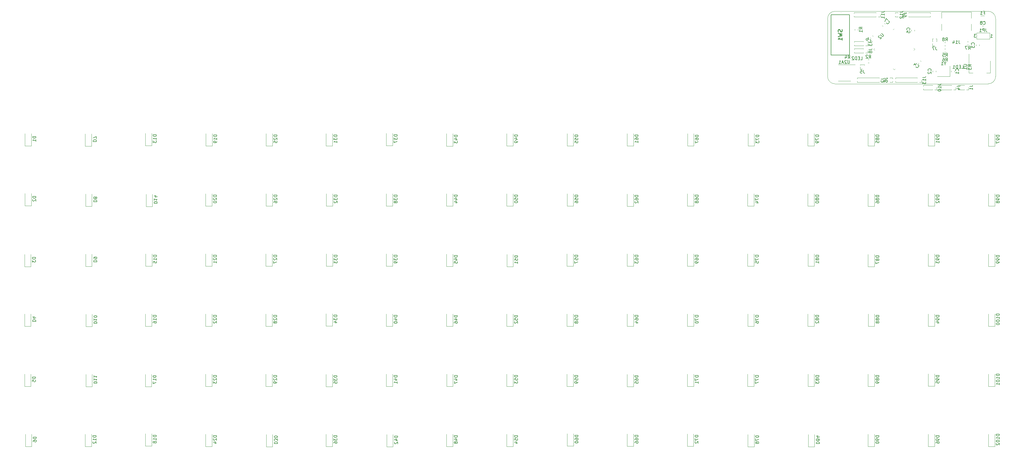
<source format=gbr>
G04 #@! TF.GenerationSoftware,KiCad,Pcbnew,(5.1.4)-1*
G04 #@! TF.CreationDate,2021-09-13T16:48:37-03:00*
G04 #@! TF.ProjectId,keyboard pcb,6b657962-6f61-4726-9420-7063622e6b69,rev?*
G04 #@! TF.SameCoordinates,Original*
G04 #@! TF.FileFunction,Legend,Bot*
G04 #@! TF.FilePolarity,Positive*
%FSLAX46Y46*%
G04 Gerber Fmt 4.6, Leading zero omitted, Abs format (unit mm)*
G04 Created by KiCad (PCBNEW (5.1.4)-1) date 2021-09-13 16:48:37*
%MOMM*%
%LPD*%
G04 APERTURE LIST*
%ADD10C,0.120000*%
%ADD11C,0.100000*%
%ADD12C,0.200000*%
%ADD13C,0.150000*%
%ADD14C,0.254000*%
G04 APERTURE END LIST*
D10*
X314325000Y-84137500D02*
X362743750Y-84137500D01*
X362743750Y-61118750D02*
X314325000Y-61118750D01*
X365125000Y-81756250D02*
X365125000Y-63500000D01*
X365125000Y-81756250D02*
G75*
G02X362743750Y-84137500I-2381250J0D01*
G01*
X362743750Y-61118750D02*
G75*
G02X365125000Y-63500000I0J-2381250D01*
G01*
X311943750Y-63500000D02*
G75*
G02X314325000Y-61118750I2381250J0D01*
G01*
X311943750Y-81756250D02*
X311943750Y-63500000D01*
X314325000Y-84137500D02*
G75*
G02X311943750Y-81756250I0J2381250D01*
G01*
X324662000Y-74355000D02*
X324662000Y-73660000D01*
X323977000Y-74355000D02*
X324662000Y-74355000D01*
X323292000Y-73051724D02*
X323292000Y-72965000D01*
X323292000Y-74355000D02*
X323292000Y-74268276D01*
X323292000Y-72965000D02*
X320417000Y-72965000D01*
X323292000Y-74355000D02*
X320417000Y-74355000D01*
X320417000Y-73265507D02*
X320417000Y-72965000D01*
X320417000Y-74355000D02*
X320417000Y-74054493D01*
X324662000Y-72069000D02*
X324662000Y-71374000D01*
X323977000Y-72069000D02*
X324662000Y-72069000D01*
X323292000Y-70765724D02*
X323292000Y-70679000D01*
X323292000Y-72069000D02*
X323292000Y-71982276D01*
X323292000Y-70679000D02*
X320417000Y-70679000D01*
X323292000Y-72069000D02*
X320417000Y-72069000D01*
X320417000Y-70979507D02*
X320417000Y-70679000D01*
X320417000Y-72069000D02*
X320417000Y-71768493D01*
X335584000Y-62925000D02*
X335584000Y-62230000D01*
X334899000Y-62925000D02*
X335584000Y-62925000D01*
X334214000Y-61621724D02*
X334214000Y-61535000D01*
X334214000Y-62925000D02*
X334214000Y-62838276D01*
X334214000Y-61535000D02*
X333339000Y-61535000D01*
X334214000Y-62925000D02*
X333339000Y-62925000D01*
X333339000Y-61835507D02*
X333339000Y-61535000D01*
X333339000Y-62925000D02*
X333339000Y-62624493D01*
X345126000Y-72059000D02*
X345821000Y-72059000D01*
X345126000Y-71374000D02*
X345126000Y-72059000D01*
X346429276Y-70689000D02*
X346516000Y-70689000D01*
X345126000Y-70689000D02*
X345212724Y-70689000D01*
X346516000Y-70689000D02*
X346516000Y-69814000D01*
X345126000Y-70689000D02*
X345126000Y-69814000D01*
X346215493Y-69814000D02*
X346516000Y-69814000D01*
X345126000Y-69814000D02*
X345426507Y-69814000D01*
X322266000Y-79425000D02*
X322961000Y-79425000D01*
X322266000Y-78740000D02*
X322266000Y-79425000D01*
X323569276Y-78055000D02*
X323656000Y-78055000D01*
X322266000Y-78055000D02*
X322352724Y-78055000D01*
X323656000Y-78055000D02*
X323656000Y-78180000D01*
X322266000Y-78055000D02*
X322266000Y-78180000D01*
X322266000Y-78055000D02*
X323656000Y-78055000D01*
X330277000Y-82236000D02*
X330277000Y-82931000D01*
X330962000Y-82236000D02*
X330277000Y-82236000D01*
X331647000Y-83539276D02*
X331647000Y-83626000D01*
X331647000Y-82236000D02*
X331647000Y-82322724D01*
X331647000Y-83626000D02*
X332522000Y-83626000D01*
X331647000Y-82236000D02*
X332522000Y-82236000D01*
X332522000Y-83325493D02*
X332522000Y-83626000D01*
X332522000Y-82236000D02*
X332522000Y-82536507D01*
X347979000Y-61378000D02*
X357379000Y-61378000D01*
X357379000Y-67178000D02*
X357379000Y-65178000D01*
X357379000Y-63278000D02*
X357379000Y-61378000D01*
X347979000Y-67178000D02*
X347979000Y-65178000D01*
X347979000Y-63278000D02*
X347979000Y-61378000D01*
X332658124Y-66968351D02*
X332994000Y-66632475D01*
X332994000Y-79671525D02*
X332658124Y-79335649D01*
X333329876Y-79335649D02*
X332994000Y-79671525D01*
X339513525Y-73152000D02*
X339177649Y-72816124D01*
X339177649Y-73487876D02*
X339513525Y-73152000D01*
X326474475Y-73152000D02*
X326810351Y-73487876D01*
X326810351Y-72816124D02*
X326474475Y-73152000D01*
X341289369Y-76789120D02*
X341519574Y-77019325D01*
X340568120Y-77510369D02*
X340798325Y-77740574D01*
X348960221Y-74547000D02*
X349285779Y-74547000D01*
X348960221Y-75567000D02*
X349285779Y-75567000D01*
X348960221Y-73023000D02*
X349285779Y-73023000D01*
X348960221Y-74043000D02*
X349285779Y-74043000D01*
X349285779Y-72011000D02*
X348960221Y-72011000D01*
X349285779Y-70991000D02*
X348960221Y-70991000D01*
X356135721Y-70800500D02*
X356461279Y-70800500D01*
X356135721Y-71820500D02*
X356461279Y-71820500D01*
X318424779Y-77599000D02*
X318099221Y-77599000D01*
X318424779Y-76579000D02*
X318099221Y-76579000D01*
X355026500Y-78966279D02*
X355026500Y-78640721D01*
X356046500Y-78966279D02*
X356046500Y-78640721D01*
X325028779Y-77472000D02*
X324703221Y-77472000D01*
X325028779Y-76452000D02*
X324703221Y-76452000D01*
X320546000Y-67091779D02*
X320546000Y-66766221D01*
X321566000Y-67091779D02*
X321566000Y-66766221D01*
X361223779Y-66804000D02*
X360898221Y-66804000D01*
X361223779Y-65784000D02*
X360898221Y-65784000D01*
X329446478Y-65880727D02*
X329216273Y-65650522D01*
X330167727Y-65159478D02*
X329937522Y-64929273D01*
X326127522Y-68815473D02*
X326357727Y-69045678D01*
X325406273Y-69536722D02*
X325636478Y-69766927D01*
X339473000Y-67020221D02*
X339473000Y-67345779D01*
X338453000Y-67020221D02*
X338453000Y-67345779D01*
X359920000Y-71693720D02*
X359920000Y-72019278D01*
X358900000Y-71693720D02*
X358900000Y-72019278D01*
X346204000Y-79974221D02*
X346204000Y-80299779D01*
X345184000Y-79974221D02*
X345184000Y-80299779D01*
X351026000Y-80312478D02*
X351026000Y-79986920D01*
X352046000Y-80312478D02*
X352046000Y-79986920D01*
X329615000Y-83626000D02*
X329615000Y-82931000D01*
X328930000Y-83626000D02*
X329615000Y-83626000D01*
X328245000Y-82322724D02*
X328245000Y-82236000D01*
X328245000Y-83626000D02*
X328245000Y-83539276D01*
X328245000Y-82236000D02*
X321370000Y-82236000D01*
X328245000Y-83626000D02*
X321370000Y-83626000D01*
X321370000Y-82536507D02*
X321370000Y-82236000D01*
X321370000Y-83626000D02*
X321370000Y-83325493D01*
X350627700Y-81799700D02*
X346627700Y-81799700D01*
X350627700Y-78499700D02*
X350627700Y-81799700D01*
X317246000Y-78085000D02*
X320696000Y-78085000D01*
X317246000Y-78085000D02*
X315296000Y-78085000D01*
X317246000Y-83205000D02*
X319196000Y-83205000D01*
X317246000Y-83205000D02*
X315296000Y-83205000D01*
X356635000Y-74640000D02*
X356635000Y-80650000D01*
X363455000Y-76890000D02*
X363455000Y-80650000D01*
X356635000Y-80650000D02*
X357895000Y-80650000D01*
X363455000Y-80650000D02*
X362195000Y-80650000D01*
D11*
X316176000Y-61580000D02*
G75*
G03X316176000Y-61680000I0J-50000D01*
G01*
X316176000Y-61680000D02*
G75*
G03X316176000Y-61580000I0J50000D01*
G01*
X316176000Y-61680000D02*
X316176000Y-61680000D01*
X316176000Y-61580000D02*
X316176000Y-61580000D01*
D12*
X318876000Y-62180000D02*
X313076000Y-62180000D01*
X318876000Y-74980000D02*
X318876000Y-62180000D01*
X313076000Y-74980000D02*
X318876000Y-74980000D01*
X313076000Y-62180000D02*
X313076000Y-74980000D01*
D11*
X322220000Y-77089000D02*
G75*
G03X322220000Y-77089000I-50000J0D01*
G01*
X352440500Y-77724000D02*
G75*
G03X352440500Y-77724000I-50000J0D01*
G01*
D10*
X363238000Y-67961000D02*
X359138000Y-67961000D01*
X359138000Y-67961000D02*
X359138000Y-69961000D01*
X359138000Y-69961000D02*
X363238000Y-69961000D01*
X363238000Y-69961000D02*
X363238000Y-67961000D01*
X346506000Y-85975500D02*
X346506000Y-85280500D01*
X345821000Y-85975500D02*
X346506000Y-85975500D01*
X345136000Y-84672224D02*
X345136000Y-84585500D01*
X345136000Y-85975500D02*
X345136000Y-85888776D01*
X345136000Y-84585500D02*
X342261000Y-84585500D01*
X345136000Y-85975500D02*
X342261000Y-85975500D01*
X342261000Y-84886007D02*
X342261000Y-84585500D01*
X342261000Y-85975500D02*
X342261000Y-85674993D01*
X352538500Y-85975500D02*
X352538500Y-85280500D01*
X351853500Y-85975500D02*
X352538500Y-85975500D01*
X351168500Y-84672224D02*
X351168500Y-84585500D01*
X351168500Y-85975500D02*
X351168500Y-85888776D01*
X351168500Y-84585500D02*
X347293500Y-84585500D01*
X351168500Y-85975500D02*
X347293500Y-85975500D01*
X347293500Y-84886007D02*
X347293500Y-84585500D01*
X347293500Y-85975500D02*
X347293500Y-85674993D01*
X356539000Y-85975500D02*
X356539000Y-85280500D01*
X355854000Y-85975500D02*
X356539000Y-85975500D01*
X355169000Y-84672224D02*
X355169000Y-84585500D01*
X355169000Y-85975500D02*
X355169000Y-85888776D01*
X355169000Y-84585500D02*
X353294000Y-84585500D01*
X355169000Y-85975500D02*
X353294000Y-85975500D01*
X353294000Y-84886007D02*
X353294000Y-84585500D01*
X353294000Y-85975500D02*
X353294000Y-85674993D01*
X341680000Y-83626000D02*
X341680000Y-82931000D01*
X340995000Y-83626000D02*
X341680000Y-83626000D01*
X340310000Y-82322724D02*
X340310000Y-82236000D01*
X340310000Y-83626000D02*
X340310000Y-83539276D01*
X340310000Y-82236000D02*
X333435000Y-82236000D01*
X340310000Y-83626000D02*
X333435000Y-83626000D01*
X333435000Y-82536507D02*
X333435000Y-82236000D01*
X333435000Y-83626000D02*
X333435000Y-83325493D01*
X336246000Y-61535000D02*
X336246000Y-62230000D01*
X336931000Y-61535000D02*
X336246000Y-61535000D01*
X337616000Y-62838276D02*
X337616000Y-62925000D01*
X337616000Y-61535000D02*
X337616000Y-61621724D01*
X337616000Y-62925000D02*
X344491000Y-62925000D01*
X337616000Y-61535000D02*
X344491000Y-61535000D01*
X344491000Y-62624493D02*
X344491000Y-62925000D01*
X344491000Y-61535000D02*
X344491000Y-61835507D01*
X328599000Y-62925000D02*
X328599000Y-62230000D01*
X327914000Y-62925000D02*
X328599000Y-62925000D01*
X327229000Y-61621724D02*
X327229000Y-61535000D01*
X327229000Y-62925000D02*
X327229000Y-62838276D01*
X327229000Y-61535000D02*
X320354000Y-61535000D01*
X327229000Y-62925000D02*
X320354000Y-62925000D01*
X320354000Y-61835507D02*
X320354000Y-61535000D01*
X320354000Y-62925000D02*
X320354000Y-62624493D01*
X361586864Y-64410000D02*
X360382736Y-64410000D01*
X361586864Y-62590000D02*
X360382736Y-62590000D01*
X364849920Y-199066980D02*
X362849920Y-199066980D01*
X362849920Y-199066980D02*
X362849920Y-195166980D01*
X364849920Y-199066980D02*
X364849920Y-195166980D01*
X364865160Y-180006820D02*
X362865160Y-180006820D01*
X362865160Y-180006820D02*
X362865160Y-176106820D01*
X364865160Y-180006820D02*
X364865160Y-176106820D01*
X364855000Y-160966980D02*
X362855000Y-160966980D01*
X362855000Y-160966980D02*
X362855000Y-157066980D01*
X364855000Y-160966980D02*
X364855000Y-157066980D01*
X364855000Y-141942380D02*
X362855000Y-141942380D01*
X362855000Y-141942380D02*
X362855000Y-138042380D01*
X364855000Y-141942380D02*
X364855000Y-138042380D01*
X364865160Y-122846660D02*
X362865160Y-122846660D01*
X362865160Y-122846660D02*
X362865160Y-118946660D01*
X364865160Y-122846660D02*
X364865160Y-118946660D01*
X364855000Y-103850000D02*
X362855000Y-103850000D01*
X362855000Y-103850000D02*
X362855000Y-99950000D01*
X364855000Y-103850000D02*
X364855000Y-99950000D01*
X345810080Y-199041580D02*
X343810080Y-199041580D01*
X343810080Y-199041580D02*
X343810080Y-195141580D01*
X345810080Y-199041580D02*
X345810080Y-195141580D01*
X345799920Y-179940780D02*
X343799920Y-179940780D01*
X343799920Y-179940780D02*
X343799920Y-176040780D01*
X345799920Y-179940780D02*
X345799920Y-176040780D01*
X345810080Y-160931420D02*
X343810080Y-160931420D01*
X343810080Y-160931420D02*
X343810080Y-157031420D01*
X345810080Y-160931420D02*
X345810080Y-157031420D01*
X345820240Y-141896660D02*
X343820240Y-141896660D01*
X343820240Y-141896660D02*
X343820240Y-137996660D01*
X345820240Y-141896660D02*
X345820240Y-137996660D01*
X345805000Y-122851740D02*
X343805000Y-122851740D01*
X343805000Y-122851740D02*
X343805000Y-118951740D01*
X345805000Y-122851740D02*
X345805000Y-118951740D01*
X345815160Y-103791580D02*
X343815160Y-103791580D01*
X343815160Y-103791580D02*
X343815160Y-99891580D01*
X345815160Y-103791580D02*
X345815160Y-99891580D01*
X326744840Y-199046660D02*
X324744840Y-199046660D01*
X324744840Y-199046660D02*
X324744840Y-195146660D01*
X326744840Y-199046660D02*
X326744840Y-195146660D01*
X326770240Y-179976340D02*
X324770240Y-179976340D01*
X324770240Y-179976340D02*
X324770240Y-176076340D01*
X326770240Y-179976340D02*
X326770240Y-176076340D01*
X326775320Y-160951740D02*
X324775320Y-160951740D01*
X324775320Y-160951740D02*
X324775320Y-157051740D01*
X326775320Y-160951740D02*
X326775320Y-157051740D01*
X326770240Y-142077000D02*
X324770240Y-142077000D01*
X324770240Y-142077000D02*
X324770240Y-138177000D01*
X326770240Y-142077000D02*
X326770240Y-138177000D01*
X326765160Y-122892380D02*
X324765160Y-122892380D01*
X324765160Y-122892380D02*
X324765160Y-118992380D01*
X326765160Y-122892380D02*
X326765160Y-118992380D01*
X326770240Y-103796660D02*
X324770240Y-103796660D01*
X324770240Y-103796660D02*
X324770240Y-99896660D01*
X326770240Y-103796660D02*
X326770240Y-99896660D01*
X307832000Y-199163500D02*
X305832000Y-199163500D01*
X305832000Y-199163500D02*
X305832000Y-195263500D01*
X307832000Y-199163500D02*
X307832000Y-195263500D01*
X307740560Y-180011900D02*
X305740560Y-180011900D01*
X305740560Y-180011900D02*
X305740560Y-176111900D01*
X307740560Y-180011900D02*
X307740560Y-176111900D01*
X307720240Y-160921260D02*
X305720240Y-160921260D01*
X305720240Y-160921260D02*
X305720240Y-157021260D01*
X307720240Y-160921260D02*
X307720240Y-157021260D01*
X307725320Y-141911900D02*
X305725320Y-141911900D01*
X305725320Y-141911900D02*
X305725320Y-138011900D01*
X307725320Y-141911900D02*
X307725320Y-138011900D01*
X307710080Y-122866980D02*
X305710080Y-122866980D01*
X305710080Y-122866980D02*
X305710080Y-118966980D01*
X307710080Y-122866980D02*
X307710080Y-118966980D01*
X307715160Y-103806820D02*
X305715160Y-103806820D01*
X305715160Y-103806820D02*
X305715160Y-99906820D01*
X307715160Y-103806820D02*
X307715160Y-99906820D01*
X288718500Y-199100000D02*
X286718500Y-199100000D01*
X286718500Y-199100000D02*
X286718500Y-195200000D01*
X288718500Y-199100000D02*
X288718500Y-195200000D01*
X288670240Y-180011900D02*
X286670240Y-180011900D01*
X286670240Y-180011900D02*
X286670240Y-176111900D01*
X288670240Y-180011900D02*
X288670240Y-176111900D01*
X288685480Y-160956820D02*
X286685480Y-160956820D01*
X286685480Y-160956820D02*
X286685480Y-157056820D01*
X288685480Y-160956820D02*
X288685480Y-157056820D01*
X288655000Y-141906820D02*
X286655000Y-141906820D01*
X286655000Y-141906820D02*
X286655000Y-138006820D01*
X288655000Y-141906820D02*
X288655000Y-138006820D01*
X288665160Y-122877140D02*
X286665160Y-122877140D01*
X286665160Y-122877140D02*
X286665160Y-118977140D01*
X288665160Y-122877140D02*
X288665160Y-118977140D01*
X288782000Y-103827140D02*
X286782000Y-103827140D01*
X286782000Y-103827140D02*
X286782000Y-99927140D01*
X288782000Y-103827140D02*
X288782000Y-99927140D01*
X269541500Y-198973000D02*
X267541500Y-198973000D01*
X267541500Y-198973000D02*
X267541500Y-195073000D01*
X269541500Y-198973000D02*
X269541500Y-195073000D01*
X269620240Y-180006820D02*
X267620240Y-180006820D01*
X267620240Y-180006820D02*
X267620240Y-176106820D01*
X269620240Y-180006820D02*
X269620240Y-176106820D01*
X269615160Y-160936500D02*
X267615160Y-160936500D01*
X267615160Y-160936500D02*
X267615160Y-157036500D01*
X269615160Y-160936500D02*
X269615160Y-157036500D01*
X269594840Y-141906820D02*
X267594840Y-141906820D01*
X267594840Y-141906820D02*
X267594840Y-138006820D01*
X269594840Y-141906820D02*
X269594840Y-138006820D01*
X269615160Y-122851740D02*
X267615160Y-122851740D01*
X267615160Y-122851740D02*
X267615160Y-118951740D01*
X269615160Y-122851740D02*
X269615160Y-118951740D01*
X269625320Y-103827140D02*
X267625320Y-103827140D01*
X267625320Y-103827140D02*
X267625320Y-99927140D01*
X269625320Y-103827140D02*
X269625320Y-99927140D01*
X250555000Y-198973000D02*
X248555000Y-198973000D01*
X248555000Y-198973000D02*
X248555000Y-195073000D01*
X250555000Y-198973000D02*
X250555000Y-195073000D01*
X250565160Y-180042380D02*
X248565160Y-180042380D01*
X248565160Y-180042380D02*
X248565160Y-176142380D01*
X250565160Y-180042380D02*
X250565160Y-176142380D01*
X250565160Y-160941580D02*
X248565160Y-160941580D01*
X248565160Y-160941580D02*
X248565160Y-157041580D01*
X250565160Y-160941580D02*
X250565160Y-157041580D01*
X250555000Y-141906820D02*
X248555000Y-141906820D01*
X248555000Y-141906820D02*
X248555000Y-138006820D01*
X250555000Y-141906820D02*
X250555000Y-138006820D01*
X250565160Y-122897460D02*
X248565160Y-122897460D01*
X248565160Y-122897460D02*
X248565160Y-118997460D01*
X250565160Y-122897460D02*
X250565160Y-118997460D01*
X250565160Y-103766180D02*
X248565160Y-103766180D01*
X248565160Y-103766180D02*
X248565160Y-99866180D01*
X250565160Y-103766180D02*
X250565160Y-99866180D01*
X231568500Y-198909500D02*
X229568500Y-198909500D01*
X229568500Y-198909500D02*
X229568500Y-195009500D01*
X231568500Y-198909500D02*
X231568500Y-195009500D01*
X231520240Y-179981420D02*
X229520240Y-179981420D01*
X229520240Y-179981420D02*
X229520240Y-176081420D01*
X231520240Y-179981420D02*
X231520240Y-176081420D01*
X231520240Y-160961900D02*
X229520240Y-160961900D01*
X229520240Y-160961900D02*
X229520240Y-157061900D01*
X231520240Y-160961900D02*
X231520240Y-157061900D01*
X231510080Y-141876340D02*
X229510080Y-141876340D01*
X229510080Y-141876340D02*
X229510080Y-137976340D01*
X231510080Y-141876340D02*
X231510080Y-137976340D01*
X231525320Y-122841580D02*
X229525320Y-122841580D01*
X229525320Y-122841580D02*
X229525320Y-118941580D01*
X231525320Y-122841580D02*
X231525320Y-118941580D01*
X231525320Y-103806820D02*
X229525320Y-103806820D01*
X229525320Y-103806820D02*
X229525320Y-99906820D01*
X231525320Y-103806820D02*
X231525320Y-99906820D01*
X212455000Y-199036500D02*
X210455000Y-199036500D01*
X210455000Y-199036500D02*
X210455000Y-195136500D01*
X212455000Y-199036500D02*
X212455000Y-195136500D01*
X212460080Y-179961100D02*
X210460080Y-179961100D01*
X210460080Y-179961100D02*
X210460080Y-176061100D01*
X212460080Y-179961100D02*
X212460080Y-176061100D01*
X212429600Y-160977140D02*
X210429600Y-160977140D01*
X210429600Y-160977140D02*
X210429600Y-157077140D01*
X212429600Y-160977140D02*
X212429600Y-157077140D01*
X212475320Y-142028740D02*
X210475320Y-142028740D01*
X210475320Y-142028740D02*
X210475320Y-138128740D01*
X212475320Y-142028740D02*
X212475320Y-138128740D01*
X212470240Y-122816180D02*
X210470240Y-122816180D01*
X210470240Y-122816180D02*
X210470240Y-118916180D01*
X212470240Y-122816180D02*
X212470240Y-118916180D01*
X212460080Y-103766180D02*
X210460080Y-103766180D01*
X210460080Y-103766180D02*
X210460080Y-99866180D01*
X212460080Y-103766180D02*
X212460080Y-99866180D01*
X193405000Y-199036500D02*
X191405000Y-199036500D01*
X191405000Y-199036500D02*
X191405000Y-195136500D01*
X193405000Y-199036500D02*
X193405000Y-195136500D01*
X193430400Y-180011900D02*
X191430400Y-180011900D01*
X191430400Y-180011900D02*
X191430400Y-176111900D01*
X193430400Y-180011900D02*
X193430400Y-176111900D01*
X193399920Y-160982220D02*
X191399920Y-160982220D01*
X191399920Y-160982220D02*
X191399920Y-157082220D01*
X193399920Y-160982220D02*
X193399920Y-157082220D01*
X193379600Y-141972860D02*
X191379600Y-141972860D01*
X191379600Y-141972860D02*
X191379600Y-138072860D01*
X193379600Y-141972860D02*
X193379600Y-138072860D01*
X193394840Y-122816180D02*
X191394840Y-122816180D01*
X191394840Y-122816180D02*
X191394840Y-118916180D01*
X193394840Y-122816180D02*
X193394840Y-118916180D01*
X193415160Y-103837300D02*
X191415160Y-103837300D01*
X191415160Y-103837300D02*
X191415160Y-99937300D01*
X193415160Y-103837300D02*
X193415160Y-99937300D01*
X174482000Y-199163500D02*
X172482000Y-199163500D01*
X172482000Y-199163500D02*
X172482000Y-195263500D01*
X174482000Y-199163500D02*
X174482000Y-195263500D01*
X174370240Y-180006820D02*
X172370240Y-180006820D01*
X172370240Y-180006820D02*
X172370240Y-176106820D01*
X174370240Y-180006820D02*
X174370240Y-176106820D01*
X174344840Y-160966980D02*
X172344840Y-160966980D01*
X172344840Y-160966980D02*
X172344840Y-157066980D01*
X174344840Y-160966980D02*
X174344840Y-157066980D01*
X174355000Y-141886500D02*
X172355000Y-141886500D01*
X172355000Y-141886500D02*
X172355000Y-137986500D01*
X174355000Y-141886500D02*
X174355000Y-137986500D01*
X174355000Y-122836500D02*
X172355000Y-122836500D01*
X172355000Y-122836500D02*
X172355000Y-118936500D01*
X174355000Y-122836500D02*
X174355000Y-118936500D01*
X174355000Y-103723000D02*
X172355000Y-103723000D01*
X172355000Y-103723000D02*
X172355000Y-99823000D01*
X174355000Y-103723000D02*
X174355000Y-99823000D01*
X155305000Y-199036500D02*
X153305000Y-199036500D01*
X153305000Y-199036500D02*
X153305000Y-195136500D01*
X155305000Y-199036500D02*
X155305000Y-195136500D01*
X155305000Y-180050000D02*
X153305000Y-180050000D01*
X153305000Y-180050000D02*
X153305000Y-176150000D01*
X155305000Y-180050000D02*
X155305000Y-176150000D01*
X155305000Y-160873000D02*
X153305000Y-160873000D01*
X153305000Y-160873000D02*
X153305000Y-156973000D01*
X155305000Y-160873000D02*
X155305000Y-156973000D01*
X155368500Y-141886500D02*
X153368500Y-141886500D01*
X153368500Y-141886500D02*
X153368500Y-137986500D01*
X155368500Y-141886500D02*
X155368500Y-137986500D01*
X155368500Y-122836500D02*
X153368500Y-122836500D01*
X153368500Y-122836500D02*
X153368500Y-118936500D01*
X155368500Y-122836500D02*
X155368500Y-118936500D01*
X155305000Y-103786500D02*
X153305000Y-103786500D01*
X153305000Y-103786500D02*
X153305000Y-99886500D01*
X155305000Y-103786500D02*
X155305000Y-99886500D01*
X136382000Y-199163500D02*
X134382000Y-199163500D01*
X134382000Y-199163500D02*
X134382000Y-195263500D01*
X136382000Y-199163500D02*
X136382000Y-195263500D01*
X136255000Y-179986500D02*
X134255000Y-179986500D01*
X134255000Y-179986500D02*
X134255000Y-176086500D01*
X136255000Y-179986500D02*
X136255000Y-176086500D01*
X136255000Y-160936500D02*
X134255000Y-160936500D01*
X134255000Y-160936500D02*
X134255000Y-157036500D01*
X136255000Y-160936500D02*
X136255000Y-157036500D01*
X136255000Y-141886500D02*
X134255000Y-141886500D01*
X134255000Y-141886500D02*
X134255000Y-137986500D01*
X136255000Y-141886500D02*
X136255000Y-137986500D01*
X136318500Y-122836500D02*
X134318500Y-122836500D01*
X134318500Y-122836500D02*
X134318500Y-118936500D01*
X136318500Y-122836500D02*
X136318500Y-118936500D01*
X136318500Y-103786500D02*
X134318500Y-103786500D01*
X134318500Y-103786500D02*
X134318500Y-99886500D01*
X136318500Y-103786500D02*
X136318500Y-99886500D01*
X117205000Y-199036500D02*
X115205000Y-199036500D01*
X115205000Y-199036500D02*
X115205000Y-195136500D01*
X117205000Y-199036500D02*
X117205000Y-195136500D01*
X117205000Y-179986500D02*
X115205000Y-179986500D01*
X115205000Y-179986500D02*
X115205000Y-176086500D01*
X117205000Y-179986500D02*
X117205000Y-176086500D01*
X117205000Y-160936500D02*
X115205000Y-160936500D01*
X115205000Y-160936500D02*
X115205000Y-157036500D01*
X117205000Y-160936500D02*
X117205000Y-157036500D01*
X117205000Y-141886500D02*
X115205000Y-141886500D01*
X115205000Y-141886500D02*
X115205000Y-137986500D01*
X117205000Y-141886500D02*
X117205000Y-137986500D01*
X117205000Y-122836500D02*
X115205000Y-122836500D01*
X115205000Y-122836500D02*
X115205000Y-118936500D01*
X117205000Y-122836500D02*
X117205000Y-118936500D01*
X117268500Y-103786500D02*
X115268500Y-103786500D01*
X115268500Y-103786500D02*
X115268500Y-99886500D01*
X117268500Y-103786500D02*
X117268500Y-99886500D01*
X98155000Y-198909500D02*
X96155000Y-198909500D01*
X96155000Y-198909500D02*
X96155000Y-195009500D01*
X98155000Y-198909500D02*
X98155000Y-195009500D01*
X98091500Y-180050000D02*
X96091500Y-180050000D01*
X96091500Y-180050000D02*
X96091500Y-176150000D01*
X98091500Y-180050000D02*
X98091500Y-176150000D01*
X98155000Y-160936500D02*
X96155000Y-160936500D01*
X96155000Y-160936500D02*
X96155000Y-157036500D01*
X98155000Y-160936500D02*
X98155000Y-157036500D01*
X98218500Y-141886500D02*
X96218500Y-141886500D01*
X96218500Y-141886500D02*
X96218500Y-137986500D01*
X98218500Y-141886500D02*
X98218500Y-137986500D01*
X98345500Y-123027000D02*
X96345500Y-123027000D01*
X96345500Y-123027000D02*
X96345500Y-119127000D01*
X98345500Y-123027000D02*
X98345500Y-119127000D01*
X98155000Y-103723000D02*
X96155000Y-103723000D01*
X96155000Y-103723000D02*
X96155000Y-99823000D01*
X98155000Y-103723000D02*
X98155000Y-99823000D01*
X79105000Y-199036500D02*
X77105000Y-199036500D01*
X77105000Y-199036500D02*
X77105000Y-195136500D01*
X79105000Y-199036500D02*
X79105000Y-195136500D01*
X79295500Y-180050000D02*
X77295500Y-180050000D01*
X77295500Y-180050000D02*
X77295500Y-176150000D01*
X79295500Y-180050000D02*
X79295500Y-176150000D01*
X79295500Y-161063500D02*
X77295500Y-161063500D01*
X77295500Y-161063500D02*
X77295500Y-157163500D01*
X79295500Y-161063500D02*
X79295500Y-157163500D01*
X79232000Y-142013500D02*
X77232000Y-142013500D01*
X77232000Y-142013500D02*
X77232000Y-138113500D01*
X79232000Y-142013500D02*
X79232000Y-138113500D01*
X79232000Y-122963500D02*
X77232000Y-122963500D01*
X77232000Y-122963500D02*
X77232000Y-119063500D01*
X79232000Y-122963500D02*
X79232000Y-119063500D01*
X79105000Y-103913500D02*
X77105000Y-103913500D01*
X77105000Y-103913500D02*
X77105000Y-100013500D01*
X79105000Y-103913500D02*
X79105000Y-100013500D01*
X60182000Y-199036500D02*
X58182000Y-199036500D01*
X58182000Y-199036500D02*
X58182000Y-195136500D01*
X60182000Y-199036500D02*
X60182000Y-195136500D01*
X59928000Y-179986500D02*
X57928000Y-179986500D01*
X57928000Y-179986500D02*
X57928000Y-176086500D01*
X59928000Y-179986500D02*
X59928000Y-176086500D01*
X59928000Y-160936500D02*
X57928000Y-160936500D01*
X57928000Y-160936500D02*
X57928000Y-157036500D01*
X59928000Y-160936500D02*
X59928000Y-157036500D01*
X59928000Y-142077000D02*
X57928000Y-142077000D01*
X57928000Y-142077000D02*
X57928000Y-138177000D01*
X59928000Y-142077000D02*
X59928000Y-138177000D01*
X60055000Y-122773000D02*
X58055000Y-122773000D01*
X58055000Y-122773000D02*
X58055000Y-118873000D01*
X60055000Y-122773000D02*
X60055000Y-118873000D01*
X60055000Y-103786500D02*
X58055000Y-103786500D01*
X58055000Y-103786500D02*
X58055000Y-99886500D01*
X60055000Y-103786500D02*
X60055000Y-99886500D01*
D13*
X324989380Y-73326666D02*
X325703666Y-73326666D01*
X325846523Y-73279047D01*
X325941761Y-73183809D01*
X325989380Y-73040952D01*
X325989380Y-72945714D01*
X325417952Y-73945714D02*
X325370333Y-73850476D01*
X325322714Y-73802857D01*
X325227476Y-73755238D01*
X325179857Y-73755238D01*
X325084619Y-73802857D01*
X325037000Y-73850476D01*
X324989380Y-73945714D01*
X324989380Y-74136190D01*
X325037000Y-74231428D01*
X325084619Y-74279047D01*
X325179857Y-74326666D01*
X325227476Y-74326666D01*
X325322714Y-74279047D01*
X325370333Y-74231428D01*
X325417952Y-74136190D01*
X325417952Y-73945714D01*
X325465571Y-73850476D01*
X325513190Y-73802857D01*
X325608428Y-73755238D01*
X325798904Y-73755238D01*
X325894142Y-73802857D01*
X325941761Y-73850476D01*
X325989380Y-73945714D01*
X325989380Y-74136190D01*
X325941761Y-74231428D01*
X325894142Y-74279047D01*
X325798904Y-74326666D01*
X325608428Y-74326666D01*
X325513190Y-74279047D01*
X325465571Y-74231428D01*
X325417952Y-74136190D01*
X324989380Y-71040666D02*
X325703666Y-71040666D01*
X325846523Y-70993047D01*
X325941761Y-70897809D01*
X325989380Y-70754952D01*
X325989380Y-70659714D01*
X324989380Y-71421619D02*
X324989380Y-72040666D01*
X325370333Y-71707333D01*
X325370333Y-71850190D01*
X325417952Y-71945428D01*
X325465571Y-71993047D01*
X325560809Y-72040666D01*
X325798904Y-72040666D01*
X325894142Y-71993047D01*
X325941761Y-71945428D01*
X325989380Y-71850190D01*
X325989380Y-71564476D01*
X325941761Y-71469238D01*
X325894142Y-71421619D01*
X335911380Y-61896666D02*
X336625666Y-61896666D01*
X336768523Y-61849047D01*
X336863761Y-61753809D01*
X336911380Y-61610952D01*
X336911380Y-61515714D01*
X336911380Y-62420476D02*
X336911380Y-62610952D01*
X336863761Y-62706190D01*
X336816142Y-62753809D01*
X336673285Y-62849047D01*
X336482809Y-62896666D01*
X336101857Y-62896666D01*
X336006619Y-62849047D01*
X335959000Y-62801428D01*
X335911380Y-62706190D01*
X335911380Y-62515714D01*
X335959000Y-62420476D01*
X336006619Y-62372857D01*
X336101857Y-62325238D01*
X336339952Y-62325238D01*
X336435190Y-62372857D01*
X336482809Y-62420476D01*
X336530428Y-62515714D01*
X336530428Y-62706190D01*
X336482809Y-62801428D01*
X336435190Y-62849047D01*
X336339952Y-62896666D01*
X346154333Y-72386380D02*
X346154333Y-73100666D01*
X346201952Y-73243523D01*
X346297190Y-73338761D01*
X346440047Y-73386380D01*
X346535285Y-73386380D01*
X345773380Y-72386380D02*
X345106714Y-72386380D01*
X345535285Y-73386380D01*
X323294333Y-79752380D02*
X323294333Y-80466666D01*
X323341952Y-80609523D01*
X323437190Y-80704761D01*
X323580047Y-80752380D01*
X323675285Y-80752380D01*
X322341952Y-79752380D02*
X322818142Y-79752380D01*
X322865761Y-80228571D01*
X322818142Y-80180952D01*
X322722904Y-80133333D01*
X322484809Y-80133333D01*
X322389571Y-80180952D01*
X322341952Y-80228571D01*
X322294333Y-80323809D01*
X322294333Y-80561904D01*
X322341952Y-80657142D01*
X322389571Y-80704761D01*
X322484809Y-80752380D01*
X322722904Y-80752380D01*
X322818142Y-80704761D01*
X322865761Y-80657142D01*
X328854380Y-82597666D02*
X329568666Y-82597666D01*
X329711523Y-82550047D01*
X329806761Y-82454809D01*
X329854380Y-82311952D01*
X329854380Y-82216714D01*
X328949619Y-83026238D02*
X328902000Y-83073857D01*
X328854380Y-83169095D01*
X328854380Y-83407190D01*
X328902000Y-83502428D01*
X328949619Y-83550047D01*
X329044857Y-83597666D01*
X329140095Y-83597666D01*
X329282952Y-83550047D01*
X329854380Y-82978619D01*
X329854380Y-83597666D01*
X353488523Y-70375380D02*
X353488523Y-71089666D01*
X353536142Y-71232523D01*
X353631380Y-71327761D01*
X353774238Y-71375380D01*
X353869476Y-71375380D01*
X352488523Y-71375380D02*
X353059952Y-71375380D01*
X352774238Y-71375380D02*
X352774238Y-70375380D01*
X352869476Y-70518238D01*
X352964714Y-70613476D01*
X353059952Y-70661095D01*
X351631380Y-70708714D02*
X351631380Y-71375380D01*
X351869476Y-70327761D02*
X352107571Y-71042047D01*
X351488523Y-71042047D01*
X329044303Y-68124807D02*
X329616723Y-68697227D01*
X329650395Y-68798242D01*
X329650395Y-68865586D01*
X329616723Y-68966601D01*
X329482036Y-69101288D01*
X329381021Y-69134960D01*
X329313677Y-69134960D01*
X329212662Y-69101288D01*
X328640242Y-68528868D01*
X328404540Y-68899258D02*
X328337197Y-68899258D01*
X328236181Y-68932929D01*
X328067823Y-69101288D01*
X328034151Y-69202303D01*
X328034151Y-69269647D01*
X328067823Y-69370662D01*
X328135166Y-69438006D01*
X328269853Y-69505349D01*
X329077975Y-69505349D01*
X328640242Y-69943082D01*
X339897996Y-78646399D02*
X339897996Y-78713742D01*
X339965340Y-78848429D01*
X340032684Y-78915773D01*
X340167371Y-78983116D01*
X340302058Y-78983116D01*
X340403073Y-78949445D01*
X340571432Y-78848429D01*
X340672447Y-78747414D01*
X340773462Y-78579055D01*
X340807134Y-78478040D01*
X340807134Y-78343353D01*
X340739790Y-78208666D01*
X340672447Y-78141322D01*
X340537760Y-78073979D01*
X340470416Y-78073979D01*
X339695966Y-77636246D02*
X339224561Y-78107651D01*
X340133699Y-77535231D02*
X339796981Y-78208666D01*
X339359248Y-77770933D01*
X349289666Y-76939380D02*
X349623000Y-76463190D01*
X349861095Y-76939380D02*
X349861095Y-75939380D01*
X349480142Y-75939380D01*
X349384904Y-75987000D01*
X349337285Y-76034619D01*
X349289666Y-76129857D01*
X349289666Y-76272714D01*
X349337285Y-76367952D01*
X349384904Y-76415571D01*
X349480142Y-76463190D01*
X349861095Y-76463190D01*
X348432523Y-75939380D02*
X348623000Y-75939380D01*
X348718238Y-75987000D01*
X348765857Y-76034619D01*
X348861095Y-76177476D01*
X348908714Y-76367952D01*
X348908714Y-76748904D01*
X348861095Y-76844142D01*
X348813476Y-76891761D01*
X348718238Y-76939380D01*
X348527761Y-76939380D01*
X348432523Y-76891761D01*
X348384904Y-76844142D01*
X348337285Y-76748904D01*
X348337285Y-76510809D01*
X348384904Y-76415571D01*
X348432523Y-76367952D01*
X348527761Y-76320333D01*
X348718238Y-76320333D01*
X348813476Y-76367952D01*
X348861095Y-76415571D01*
X348908714Y-76510809D01*
X349289666Y-75415380D02*
X349623000Y-74939190D01*
X349861095Y-75415380D02*
X349861095Y-74415380D01*
X349480142Y-74415380D01*
X349384904Y-74463000D01*
X349337285Y-74510619D01*
X349289666Y-74605857D01*
X349289666Y-74748714D01*
X349337285Y-74843952D01*
X349384904Y-74891571D01*
X349480142Y-74939190D01*
X349861095Y-74939190D01*
X348384904Y-74415380D02*
X348861095Y-74415380D01*
X348908714Y-74891571D01*
X348861095Y-74843952D01*
X348765857Y-74796333D01*
X348527761Y-74796333D01*
X348432523Y-74843952D01*
X348384904Y-74891571D01*
X348337285Y-74986809D01*
X348337285Y-75224904D01*
X348384904Y-75320142D01*
X348432523Y-75367761D01*
X348527761Y-75415380D01*
X348765857Y-75415380D01*
X348861095Y-75367761D01*
X348908714Y-75320142D01*
X349289666Y-70523380D02*
X349623000Y-70047190D01*
X349861095Y-70523380D02*
X349861095Y-69523380D01*
X349480142Y-69523380D01*
X349384904Y-69571000D01*
X349337285Y-69618619D01*
X349289666Y-69713857D01*
X349289666Y-69856714D01*
X349337285Y-69951952D01*
X349384904Y-69999571D01*
X349480142Y-70047190D01*
X349861095Y-70047190D01*
X348718238Y-69951952D02*
X348813476Y-69904333D01*
X348861095Y-69856714D01*
X348908714Y-69761476D01*
X348908714Y-69713857D01*
X348861095Y-69618619D01*
X348813476Y-69571000D01*
X348718238Y-69523380D01*
X348527761Y-69523380D01*
X348432523Y-69571000D01*
X348384904Y-69618619D01*
X348337285Y-69713857D01*
X348337285Y-69761476D01*
X348384904Y-69856714D01*
X348432523Y-69904333D01*
X348527761Y-69951952D01*
X348718238Y-69951952D01*
X348813476Y-69999571D01*
X348861095Y-70047190D01*
X348908714Y-70142428D01*
X348908714Y-70332904D01*
X348861095Y-70428142D01*
X348813476Y-70475761D01*
X348718238Y-70523380D01*
X348527761Y-70523380D01*
X348432523Y-70475761D01*
X348384904Y-70428142D01*
X348337285Y-70332904D01*
X348337285Y-70142428D01*
X348384904Y-70047190D01*
X348432523Y-69999571D01*
X348527761Y-69951952D01*
X356465166Y-73192880D02*
X356798500Y-72716690D01*
X357036595Y-73192880D02*
X357036595Y-72192880D01*
X356655642Y-72192880D01*
X356560404Y-72240500D01*
X356512785Y-72288119D01*
X356465166Y-72383357D01*
X356465166Y-72526214D01*
X356512785Y-72621452D01*
X356560404Y-72669071D01*
X356655642Y-72716690D01*
X357036595Y-72716690D01*
X356131833Y-72192880D02*
X355465166Y-72192880D01*
X355893738Y-73192880D01*
X318428666Y-76111380D02*
X318762000Y-75635190D01*
X319000095Y-76111380D02*
X319000095Y-75111380D01*
X318619142Y-75111380D01*
X318523904Y-75159000D01*
X318476285Y-75206619D01*
X318428666Y-75301857D01*
X318428666Y-75444714D01*
X318476285Y-75539952D01*
X318523904Y-75587571D01*
X318619142Y-75635190D01*
X319000095Y-75635190D01*
X317571523Y-75444714D02*
X317571523Y-76111380D01*
X317809619Y-75063761D02*
X318047714Y-75778047D01*
X317428666Y-75778047D01*
X357418880Y-78636833D02*
X356942690Y-78303500D01*
X357418880Y-78065404D02*
X356418880Y-78065404D01*
X356418880Y-78446357D01*
X356466500Y-78541595D01*
X356514119Y-78589214D01*
X356609357Y-78636833D01*
X356752214Y-78636833D01*
X356847452Y-78589214D01*
X356895071Y-78541595D01*
X356942690Y-78446357D01*
X356942690Y-78065404D01*
X356418880Y-78970166D02*
X356418880Y-79589214D01*
X356799833Y-79255880D01*
X356799833Y-79398738D01*
X356847452Y-79493976D01*
X356895071Y-79541595D01*
X356990309Y-79589214D01*
X357228404Y-79589214D01*
X357323642Y-79541595D01*
X357371261Y-79493976D01*
X357418880Y-79398738D01*
X357418880Y-79113023D01*
X357371261Y-79017785D01*
X357323642Y-78970166D01*
X325032666Y-75984380D02*
X325366000Y-75508190D01*
X325604095Y-75984380D02*
X325604095Y-74984380D01*
X325223142Y-74984380D01*
X325127904Y-75032000D01*
X325080285Y-75079619D01*
X325032666Y-75174857D01*
X325032666Y-75317714D01*
X325080285Y-75412952D01*
X325127904Y-75460571D01*
X325223142Y-75508190D01*
X325604095Y-75508190D01*
X324651714Y-75079619D02*
X324604095Y-75032000D01*
X324508857Y-74984380D01*
X324270761Y-74984380D01*
X324175523Y-75032000D01*
X324127904Y-75079619D01*
X324080285Y-75174857D01*
X324080285Y-75270095D01*
X324127904Y-75412952D01*
X324699333Y-75984380D01*
X324080285Y-75984380D01*
X322938380Y-66762333D02*
X322462190Y-66429000D01*
X322938380Y-66190904D02*
X321938380Y-66190904D01*
X321938380Y-66571857D01*
X321986000Y-66667095D01*
X322033619Y-66714714D01*
X322128857Y-66762333D01*
X322271714Y-66762333D01*
X322366952Y-66714714D01*
X322414571Y-66667095D01*
X322462190Y-66571857D01*
X322462190Y-66190904D01*
X322938380Y-67714714D02*
X322938380Y-67143285D01*
X322938380Y-67429000D02*
X321938380Y-67429000D01*
X322081238Y-67333761D01*
X322176476Y-67238523D01*
X322224095Y-67143285D01*
X361227666Y-65221142D02*
X361275285Y-65268761D01*
X361418142Y-65316380D01*
X361513380Y-65316380D01*
X361656238Y-65268761D01*
X361751476Y-65173523D01*
X361799095Y-65078285D01*
X361846714Y-64887809D01*
X361846714Y-64744952D01*
X361799095Y-64554476D01*
X361751476Y-64459238D01*
X361656238Y-64364000D01*
X361513380Y-64316380D01*
X361418142Y-64316380D01*
X361275285Y-64364000D01*
X361227666Y-64411619D01*
X360656238Y-64744952D02*
X360751476Y-64697333D01*
X360799095Y-64649714D01*
X360846714Y-64554476D01*
X360846714Y-64506857D01*
X360799095Y-64411619D01*
X360751476Y-64364000D01*
X360656238Y-64316380D01*
X360465761Y-64316380D01*
X360370523Y-64364000D01*
X360322904Y-64411619D01*
X360275285Y-64506857D01*
X360275285Y-64554476D01*
X360322904Y-64649714D01*
X360370523Y-64697333D01*
X360465761Y-64744952D01*
X360656238Y-64744952D01*
X360751476Y-64792571D01*
X360799095Y-64840190D01*
X360846714Y-64935428D01*
X360846714Y-65125904D01*
X360799095Y-65221142D01*
X360751476Y-65268761D01*
X360656238Y-65316380D01*
X360465761Y-65316380D01*
X360370523Y-65268761D01*
X360322904Y-65221142D01*
X360275285Y-65125904D01*
X360275285Y-64935428D01*
X360322904Y-64840190D01*
X360370523Y-64792571D01*
X360465761Y-64744952D01*
X330568475Y-64764226D02*
X330568475Y-64831569D01*
X330635819Y-64966256D01*
X330703163Y-65033600D01*
X330837850Y-65100943D01*
X330972537Y-65100943D01*
X331073552Y-65067272D01*
X331241911Y-64966256D01*
X331342926Y-64865241D01*
X331443941Y-64696882D01*
X331477613Y-64595867D01*
X331477613Y-64461180D01*
X331410269Y-64326493D01*
X331342926Y-64259149D01*
X331208239Y-64191806D01*
X331140895Y-64191806D01*
X330972537Y-63888760D02*
X330501132Y-63417356D01*
X330097071Y-64427508D01*
X324736149Y-70672752D02*
X324736149Y-70740095D01*
X324803493Y-70874782D01*
X324870837Y-70942126D01*
X325005524Y-71009469D01*
X325140211Y-71009469D01*
X325241226Y-70975798D01*
X325409585Y-70874782D01*
X325510600Y-70773767D01*
X325611615Y-70605408D01*
X325645287Y-70504393D01*
X325645287Y-70369706D01*
X325577943Y-70235019D01*
X325510600Y-70167675D01*
X325375913Y-70100332D01*
X325308569Y-70100332D01*
X324769821Y-69426897D02*
X324904508Y-69561584D01*
X324938180Y-69662599D01*
X324938180Y-69729943D01*
X324904508Y-69898301D01*
X324803493Y-70066660D01*
X324534119Y-70336034D01*
X324433104Y-70369706D01*
X324365760Y-70369706D01*
X324264745Y-70336034D01*
X324130058Y-70201347D01*
X324096386Y-70100332D01*
X324096386Y-70032988D01*
X324130058Y-69931973D01*
X324298417Y-69763614D01*
X324399432Y-69729943D01*
X324466775Y-69729943D01*
X324567791Y-69763614D01*
X324702478Y-69898301D01*
X324736149Y-69999317D01*
X324736149Y-70066660D01*
X324702478Y-70167675D01*
X337890142Y-67016333D02*
X337937761Y-66968714D01*
X337985380Y-66825857D01*
X337985380Y-66730619D01*
X337937761Y-66587761D01*
X337842523Y-66492523D01*
X337747285Y-66444904D01*
X337556809Y-66397285D01*
X337413952Y-66397285D01*
X337223476Y-66444904D01*
X337128238Y-66492523D01*
X337033000Y-66587761D01*
X336985380Y-66730619D01*
X336985380Y-66825857D01*
X337033000Y-66968714D01*
X337080619Y-67016333D01*
X336985380Y-67921095D02*
X336985380Y-67444904D01*
X337461571Y-67397285D01*
X337413952Y-67444904D01*
X337366333Y-67540142D01*
X337366333Y-67778238D01*
X337413952Y-67873476D01*
X337461571Y-67921095D01*
X337556809Y-67968714D01*
X337794904Y-67968714D01*
X337890142Y-67921095D01*
X337937761Y-67873476D01*
X337985380Y-67778238D01*
X337985380Y-67540142D01*
X337937761Y-67444904D01*
X337890142Y-67397285D01*
X358337142Y-71689832D02*
X358384761Y-71642213D01*
X358432380Y-71499356D01*
X358432380Y-71404118D01*
X358384761Y-71261260D01*
X358289523Y-71166022D01*
X358194285Y-71118403D01*
X358003809Y-71070784D01*
X357860952Y-71070784D01*
X357670476Y-71118403D01*
X357575238Y-71166022D01*
X357480000Y-71261260D01*
X357432380Y-71404118D01*
X357432380Y-71499356D01*
X357480000Y-71642213D01*
X357527619Y-71689832D01*
X357432380Y-72023165D02*
X357432380Y-72642213D01*
X357813333Y-72308879D01*
X357813333Y-72451737D01*
X357860952Y-72546975D01*
X357908571Y-72594594D01*
X358003809Y-72642213D01*
X358241904Y-72642213D01*
X358337142Y-72594594D01*
X358384761Y-72546975D01*
X358432380Y-72451737D01*
X358432380Y-72166022D01*
X358384761Y-72070784D01*
X358337142Y-72023165D01*
X344621142Y-79970333D02*
X344668761Y-79922714D01*
X344716380Y-79779857D01*
X344716380Y-79684619D01*
X344668761Y-79541761D01*
X344573523Y-79446523D01*
X344478285Y-79398904D01*
X344287809Y-79351285D01*
X344144952Y-79351285D01*
X343954476Y-79398904D01*
X343859238Y-79446523D01*
X343764000Y-79541761D01*
X343716380Y-79684619D01*
X343716380Y-79779857D01*
X343764000Y-79922714D01*
X343811619Y-79970333D01*
X343811619Y-80351285D02*
X343764000Y-80398904D01*
X343716380Y-80494142D01*
X343716380Y-80732238D01*
X343764000Y-80827476D01*
X343811619Y-80875095D01*
X343906857Y-80922714D01*
X344002095Y-80922714D01*
X344144952Y-80875095D01*
X344716380Y-80303666D01*
X344716380Y-80922714D01*
X353323142Y-79983032D02*
X353370761Y-79935413D01*
X353418380Y-79792556D01*
X353418380Y-79697318D01*
X353370761Y-79554460D01*
X353275523Y-79459222D01*
X353180285Y-79411603D01*
X352989809Y-79363984D01*
X352846952Y-79363984D01*
X352656476Y-79411603D01*
X352561238Y-79459222D01*
X352466000Y-79554460D01*
X352418380Y-79697318D01*
X352418380Y-79792556D01*
X352466000Y-79935413D01*
X352513619Y-79983032D01*
X353418380Y-80935413D02*
X353418380Y-80363984D01*
X353418380Y-80649699D02*
X352418380Y-80649699D01*
X352561238Y-80554460D01*
X352656476Y-80459222D01*
X352704095Y-80363984D01*
X329942380Y-82597666D02*
X330656666Y-82597666D01*
X330799523Y-82550047D01*
X330894761Y-82454809D01*
X330942380Y-82311952D01*
X330942380Y-82216714D01*
X329942380Y-83502428D02*
X329942380Y-83311952D01*
X329990000Y-83216714D01*
X330037619Y-83169095D01*
X330180476Y-83073857D01*
X330370952Y-83026238D01*
X330751904Y-83026238D01*
X330847142Y-83073857D01*
X330894761Y-83121476D01*
X330942380Y-83216714D01*
X330942380Y-83407190D01*
X330894761Y-83502428D01*
X330847142Y-83550047D01*
X330751904Y-83597666D01*
X330513809Y-83597666D01*
X330418571Y-83550047D01*
X330370952Y-83502428D01*
X330323333Y-83407190D01*
X330323333Y-83216714D01*
X330370952Y-83121476D01*
X330418571Y-83073857D01*
X330513809Y-83026238D01*
X349103890Y-77675890D02*
X349103890Y-78152080D01*
X349437223Y-77152080D02*
X349103890Y-77675890D01*
X348770557Y-77152080D01*
X347913414Y-78152080D02*
X348484842Y-78152080D01*
X348199128Y-78152080D02*
X348199128Y-77152080D01*
X348294366Y-77294938D01*
X348389604Y-77390176D01*
X348484842Y-77437795D01*
X318912666Y-76697380D02*
X318912666Y-77506904D01*
X318865047Y-77602142D01*
X318817428Y-77649761D01*
X318722190Y-77697380D01*
X318531714Y-77697380D01*
X318436476Y-77649761D01*
X318388857Y-77602142D01*
X318341238Y-77506904D01*
X318341238Y-76697380D01*
X317912666Y-76792619D02*
X317865047Y-76745000D01*
X317769809Y-76697380D01*
X317531714Y-76697380D01*
X317436476Y-76745000D01*
X317388857Y-76792619D01*
X317341238Y-76887857D01*
X317341238Y-76983095D01*
X317388857Y-77125952D01*
X317960285Y-77697380D01*
X317341238Y-77697380D01*
X316960285Y-77411666D02*
X316484095Y-77411666D01*
X317055523Y-77697380D02*
X316722190Y-76697380D01*
X316388857Y-77697380D01*
X315531714Y-77697380D02*
X316103142Y-77697380D01*
X315817428Y-77697380D02*
X315817428Y-76697380D01*
X315912666Y-76840238D01*
X316007904Y-76935476D01*
X316103142Y-76983095D01*
X354997380Y-77978095D02*
X355806904Y-77978095D01*
X355902142Y-78025714D01*
X355949761Y-78073333D01*
X355997380Y-78168571D01*
X355997380Y-78359047D01*
X355949761Y-78454285D01*
X355902142Y-78501904D01*
X355806904Y-78549523D01*
X354997380Y-78549523D01*
X355997380Y-79549523D02*
X355997380Y-78978095D01*
X355997380Y-79263809D02*
X354997380Y-79263809D01*
X355140238Y-79168571D01*
X355235476Y-79073333D01*
X355283095Y-78978095D01*
D14*
X316490047Y-66886666D02*
X316550523Y-67068095D01*
X316550523Y-67370476D01*
X316490047Y-67491428D01*
X316429571Y-67551904D01*
X316308619Y-67612380D01*
X316187666Y-67612380D01*
X316066714Y-67551904D01*
X316006238Y-67491428D01*
X315945761Y-67370476D01*
X315885285Y-67128571D01*
X315824809Y-67007619D01*
X315764333Y-66947142D01*
X315643380Y-66886666D01*
X315522428Y-66886666D01*
X315401476Y-66947142D01*
X315341000Y-67007619D01*
X315280523Y-67128571D01*
X315280523Y-67430952D01*
X315341000Y-67612380D01*
X315280523Y-68035714D02*
X316550523Y-68338095D01*
X315643380Y-68580000D01*
X316550523Y-68821904D01*
X315280523Y-69124285D01*
X316550523Y-70273333D02*
X316550523Y-69547619D01*
X316550523Y-69910476D02*
X315280523Y-69910476D01*
X315461952Y-69789523D01*
X315582904Y-69668571D01*
X315643380Y-69547619D01*
D13*
X322429047Y-76491380D02*
X322905238Y-76491380D01*
X322905238Y-75491380D01*
X322095714Y-75967571D02*
X321762380Y-75967571D01*
X321619523Y-76491380D02*
X322095714Y-76491380D01*
X322095714Y-75491380D01*
X321619523Y-75491380D01*
X321190952Y-76491380D02*
X321190952Y-75491380D01*
X320952857Y-75491380D01*
X320810000Y-75539000D01*
X320714761Y-75634238D01*
X320667142Y-75729476D01*
X320619523Y-75919952D01*
X320619523Y-76062809D01*
X320667142Y-76253285D01*
X320714761Y-76348523D01*
X320810000Y-76443761D01*
X320952857Y-76491380D01*
X321190952Y-76491380D01*
X320238571Y-75586619D02*
X320190952Y-75539000D01*
X320095714Y-75491380D01*
X319857619Y-75491380D01*
X319762380Y-75539000D01*
X319714761Y-75586619D01*
X319667142Y-75681857D01*
X319667142Y-75777095D01*
X319714761Y-75919952D01*
X320286190Y-76491380D01*
X319667142Y-76491380D01*
X354369547Y-79226380D02*
X354845738Y-79226380D01*
X354845738Y-78226380D01*
X354036214Y-78702571D02*
X353702880Y-78702571D01*
X353560023Y-79226380D02*
X354036214Y-79226380D01*
X354036214Y-78226380D01*
X353560023Y-78226380D01*
X353131452Y-79226380D02*
X353131452Y-78226380D01*
X352893357Y-78226380D01*
X352750500Y-78274000D01*
X352655261Y-78369238D01*
X352607642Y-78464476D01*
X352560023Y-78654952D01*
X352560023Y-78797809D01*
X352607642Y-78988285D01*
X352655261Y-79083523D01*
X352750500Y-79178761D01*
X352893357Y-79226380D01*
X353131452Y-79226380D01*
X351607642Y-79226380D02*
X352179071Y-79226380D01*
X351893357Y-79226380D02*
X351893357Y-78226380D01*
X351988595Y-78369238D01*
X352083833Y-78464476D01*
X352179071Y-78512095D01*
X362021333Y-66613380D02*
X362021333Y-67327666D01*
X362068952Y-67470523D01*
X362164190Y-67565761D01*
X362307047Y-67613380D01*
X362402285Y-67613380D01*
X361545142Y-67613380D02*
X361545142Y-66613380D01*
X361164190Y-66613380D01*
X361068952Y-66661000D01*
X361021333Y-66708619D01*
X360973714Y-66803857D01*
X360973714Y-66946714D01*
X361021333Y-67041952D01*
X361068952Y-67089571D01*
X361164190Y-67137190D01*
X361545142Y-67137190D01*
X360021333Y-67613380D02*
X360592761Y-67613380D01*
X360307047Y-67613380D02*
X360307047Y-66613380D01*
X360402285Y-66756238D01*
X360497523Y-66851476D01*
X360592761Y-66899095D01*
X363502285Y-69413380D02*
X364073714Y-69413380D01*
X363788000Y-69413380D02*
X363788000Y-68413380D01*
X363883238Y-68556238D01*
X363978476Y-68651476D01*
X364073714Y-68699095D01*
X358921333Y-68413380D02*
X358302285Y-68413380D01*
X358635619Y-68794333D01*
X358492761Y-68794333D01*
X358397523Y-68841952D01*
X358349904Y-68889571D01*
X358302285Y-68984809D01*
X358302285Y-69222904D01*
X358349904Y-69318142D01*
X358397523Y-69365761D01*
X358492761Y-69413380D01*
X358778476Y-69413380D01*
X358873714Y-69365761D01*
X358921333Y-69318142D01*
X346833380Y-84470976D02*
X347547666Y-84470976D01*
X347690523Y-84423357D01*
X347785761Y-84328119D01*
X347833380Y-84185261D01*
X347833380Y-84090023D01*
X347833380Y-85470976D02*
X347833380Y-84899547D01*
X347833380Y-85185261D02*
X346833380Y-85185261D01*
X346976238Y-85090023D01*
X347071476Y-84994785D01*
X347119095Y-84899547D01*
X346833380Y-86090023D02*
X346833380Y-86185261D01*
X346881000Y-86280500D01*
X346928619Y-86328119D01*
X347023857Y-86375738D01*
X347214333Y-86423357D01*
X347452428Y-86423357D01*
X347642904Y-86375738D01*
X347738142Y-86328119D01*
X347785761Y-86280500D01*
X347833380Y-86185261D01*
X347833380Y-86090023D01*
X347785761Y-85994785D01*
X347738142Y-85947166D01*
X347642904Y-85899547D01*
X347452428Y-85851928D01*
X347214333Y-85851928D01*
X347023857Y-85899547D01*
X346928619Y-85947166D01*
X346881000Y-85994785D01*
X346833380Y-86090023D01*
X352865880Y-84947166D02*
X353580166Y-84947166D01*
X353723023Y-84899547D01*
X353818261Y-84804309D01*
X353865880Y-84661452D01*
X353865880Y-84566214D01*
X353199214Y-85851928D02*
X353865880Y-85851928D01*
X352818261Y-85613833D02*
X353532547Y-85375738D01*
X353532547Y-85994785D01*
X356866380Y-84947166D02*
X357580666Y-84947166D01*
X357723523Y-84899547D01*
X357818761Y-84804309D01*
X357866380Y-84661452D01*
X357866380Y-84566214D01*
X357866380Y-85947166D02*
X357866380Y-85375738D01*
X357866380Y-85661452D02*
X356866380Y-85661452D01*
X357009238Y-85566214D01*
X357104476Y-85470976D01*
X357152095Y-85375738D01*
X342007380Y-82121476D02*
X342721666Y-82121476D01*
X342864523Y-82073857D01*
X342959761Y-81978619D01*
X343007380Y-81835761D01*
X343007380Y-81740523D01*
X343007380Y-83121476D02*
X343007380Y-82550047D01*
X343007380Y-82835761D02*
X342007380Y-82835761D01*
X342150238Y-82740523D01*
X342245476Y-82645285D01*
X342293095Y-82550047D01*
X342007380Y-83454809D02*
X342007380Y-84073857D01*
X342388333Y-83740523D01*
X342388333Y-83883380D01*
X342435952Y-83978619D01*
X342483571Y-84026238D01*
X342578809Y-84073857D01*
X342816904Y-84073857D01*
X342912142Y-84026238D01*
X342959761Y-83978619D01*
X343007380Y-83883380D01*
X343007380Y-83597666D01*
X342959761Y-83502428D01*
X342912142Y-83454809D01*
X334823380Y-61420476D02*
X335537666Y-61420476D01*
X335680523Y-61372857D01*
X335775761Y-61277619D01*
X335823380Y-61134761D01*
X335823380Y-61039523D01*
X335823380Y-62420476D02*
X335823380Y-61849047D01*
X335823380Y-62134761D02*
X334823380Y-62134761D01*
X334966238Y-62039523D01*
X335061476Y-61944285D01*
X335109095Y-61849047D01*
X334918619Y-62801428D02*
X334871000Y-62849047D01*
X334823380Y-62944285D01*
X334823380Y-63182380D01*
X334871000Y-63277619D01*
X334918619Y-63325238D01*
X335013857Y-63372857D01*
X335109095Y-63372857D01*
X335251952Y-63325238D01*
X335823380Y-62753809D01*
X335823380Y-63372857D01*
X328926380Y-61420476D02*
X329640666Y-61420476D01*
X329783523Y-61372857D01*
X329878761Y-61277619D01*
X329926380Y-61134761D01*
X329926380Y-61039523D01*
X329926380Y-62420476D02*
X329926380Y-61849047D01*
X329926380Y-62134761D02*
X328926380Y-62134761D01*
X329069238Y-62039523D01*
X329164476Y-61944285D01*
X329212095Y-61849047D01*
X329926380Y-63372857D02*
X329926380Y-62801428D01*
X329926380Y-63087142D02*
X328926380Y-63087142D01*
X329069238Y-62991904D01*
X329164476Y-62896666D01*
X329212095Y-62801428D01*
X361318133Y-61608571D02*
X361651466Y-61608571D01*
X361651466Y-62132380D02*
X361651466Y-61132380D01*
X361175276Y-61132380D01*
X360270514Y-62132380D02*
X360841942Y-62132380D01*
X360556228Y-62132380D02*
X360556228Y-61132380D01*
X360651466Y-61275238D01*
X360746704Y-61370476D01*
X360841942Y-61418095D01*
X366302300Y-195126503D02*
X365302300Y-195126503D01*
X365302300Y-195364599D01*
X365349920Y-195507456D01*
X365445158Y-195602694D01*
X365540396Y-195650313D01*
X365730872Y-195697932D01*
X365873729Y-195697932D01*
X366064205Y-195650313D01*
X366159443Y-195602694D01*
X366254681Y-195507456D01*
X366302300Y-195364599D01*
X366302300Y-195126503D01*
X366302300Y-196650313D02*
X366302300Y-196078884D01*
X366302300Y-196364599D02*
X365302300Y-196364599D01*
X365445158Y-196269360D01*
X365540396Y-196174122D01*
X365588015Y-196078884D01*
X365302300Y-197269360D02*
X365302300Y-197364599D01*
X365349920Y-197459837D01*
X365397539Y-197507456D01*
X365492777Y-197555075D01*
X365683253Y-197602694D01*
X365921348Y-197602694D01*
X366111824Y-197555075D01*
X366207062Y-197507456D01*
X366254681Y-197459837D01*
X366302300Y-197364599D01*
X366302300Y-197269360D01*
X366254681Y-197174122D01*
X366207062Y-197126503D01*
X366111824Y-197078884D01*
X365921348Y-197031265D01*
X365683253Y-197031265D01*
X365492777Y-197078884D01*
X365397539Y-197126503D01*
X365349920Y-197174122D01*
X365302300Y-197269360D01*
X365397539Y-197983646D02*
X365349920Y-198031265D01*
X365302300Y-198126503D01*
X365302300Y-198364599D01*
X365349920Y-198459837D01*
X365397539Y-198507456D01*
X365492777Y-198555075D01*
X365588015Y-198555075D01*
X365730872Y-198507456D01*
X366302300Y-197936027D01*
X366302300Y-198555075D01*
X366317540Y-176066343D02*
X365317540Y-176066343D01*
X365317540Y-176304439D01*
X365365160Y-176447296D01*
X365460398Y-176542534D01*
X365555636Y-176590153D01*
X365746112Y-176637772D01*
X365888969Y-176637772D01*
X366079445Y-176590153D01*
X366174683Y-176542534D01*
X366269921Y-176447296D01*
X366317540Y-176304439D01*
X366317540Y-176066343D01*
X366317540Y-177590153D02*
X366317540Y-177018724D01*
X366317540Y-177304439D02*
X365317540Y-177304439D01*
X365460398Y-177209200D01*
X365555636Y-177113962D01*
X365603255Y-177018724D01*
X365317540Y-178209200D02*
X365317540Y-178304439D01*
X365365160Y-178399677D01*
X365412779Y-178447296D01*
X365508017Y-178494915D01*
X365698493Y-178542534D01*
X365936588Y-178542534D01*
X366127064Y-178494915D01*
X366222302Y-178447296D01*
X366269921Y-178399677D01*
X366317540Y-178304439D01*
X366317540Y-178209200D01*
X366269921Y-178113962D01*
X366222302Y-178066343D01*
X366127064Y-178018724D01*
X365936588Y-177971105D01*
X365698493Y-177971105D01*
X365508017Y-178018724D01*
X365412779Y-178066343D01*
X365365160Y-178113962D01*
X365317540Y-178209200D01*
X366317540Y-179494915D02*
X366317540Y-178923486D01*
X366317540Y-179209200D02*
X365317540Y-179209200D01*
X365460398Y-179113962D01*
X365555636Y-179018724D01*
X365603255Y-178923486D01*
X366307380Y-157026503D02*
X365307380Y-157026503D01*
X365307380Y-157264599D01*
X365355000Y-157407456D01*
X365450238Y-157502694D01*
X365545476Y-157550313D01*
X365735952Y-157597932D01*
X365878809Y-157597932D01*
X366069285Y-157550313D01*
X366164523Y-157502694D01*
X366259761Y-157407456D01*
X366307380Y-157264599D01*
X366307380Y-157026503D01*
X366307380Y-158550313D02*
X366307380Y-157978884D01*
X366307380Y-158264599D02*
X365307380Y-158264599D01*
X365450238Y-158169360D01*
X365545476Y-158074122D01*
X365593095Y-157978884D01*
X365307380Y-159169360D02*
X365307380Y-159264599D01*
X365355000Y-159359837D01*
X365402619Y-159407456D01*
X365497857Y-159455075D01*
X365688333Y-159502694D01*
X365926428Y-159502694D01*
X366116904Y-159455075D01*
X366212142Y-159407456D01*
X366259761Y-159359837D01*
X366307380Y-159264599D01*
X366307380Y-159169360D01*
X366259761Y-159074122D01*
X366212142Y-159026503D01*
X366116904Y-158978884D01*
X365926428Y-158931265D01*
X365688333Y-158931265D01*
X365497857Y-158978884D01*
X365402619Y-159026503D01*
X365355000Y-159074122D01*
X365307380Y-159169360D01*
X365307380Y-160121741D02*
X365307380Y-160216980D01*
X365355000Y-160312218D01*
X365402619Y-160359837D01*
X365497857Y-160407456D01*
X365688333Y-160455075D01*
X365926428Y-160455075D01*
X366116904Y-160407456D01*
X366212142Y-160359837D01*
X366259761Y-160312218D01*
X366307380Y-160216980D01*
X366307380Y-160121741D01*
X366259761Y-160026503D01*
X366212142Y-159978884D01*
X366116904Y-159931265D01*
X365926428Y-159883646D01*
X365688333Y-159883646D01*
X365497857Y-159931265D01*
X365402619Y-159978884D01*
X365355000Y-160026503D01*
X365307380Y-160121741D01*
X366307380Y-138478094D02*
X365307380Y-138478094D01*
X365307380Y-138716189D01*
X365355000Y-138859046D01*
X365450238Y-138954284D01*
X365545476Y-139001903D01*
X365735952Y-139049522D01*
X365878809Y-139049522D01*
X366069285Y-139001903D01*
X366164523Y-138954284D01*
X366259761Y-138859046D01*
X366307380Y-138716189D01*
X366307380Y-138478094D01*
X366307380Y-139525713D02*
X366307380Y-139716189D01*
X366259761Y-139811427D01*
X366212142Y-139859046D01*
X366069285Y-139954284D01*
X365878809Y-140001903D01*
X365497857Y-140001903D01*
X365402619Y-139954284D01*
X365355000Y-139906665D01*
X365307380Y-139811427D01*
X365307380Y-139620951D01*
X365355000Y-139525713D01*
X365402619Y-139478094D01*
X365497857Y-139430475D01*
X365735952Y-139430475D01*
X365831190Y-139478094D01*
X365878809Y-139525713D01*
X365926428Y-139620951D01*
X365926428Y-139811427D01*
X365878809Y-139906665D01*
X365831190Y-139954284D01*
X365735952Y-140001903D01*
X366307380Y-140478094D02*
X366307380Y-140668570D01*
X366259761Y-140763808D01*
X366212142Y-140811427D01*
X366069285Y-140906665D01*
X365878809Y-140954284D01*
X365497857Y-140954284D01*
X365402619Y-140906665D01*
X365355000Y-140859046D01*
X365307380Y-140763808D01*
X365307380Y-140573332D01*
X365355000Y-140478094D01*
X365402619Y-140430475D01*
X365497857Y-140382856D01*
X365735952Y-140382856D01*
X365831190Y-140430475D01*
X365878809Y-140478094D01*
X365926428Y-140573332D01*
X365926428Y-140763808D01*
X365878809Y-140859046D01*
X365831190Y-140906665D01*
X365735952Y-140954284D01*
X366317540Y-119382374D02*
X365317540Y-119382374D01*
X365317540Y-119620469D01*
X365365160Y-119763326D01*
X365460398Y-119858564D01*
X365555636Y-119906183D01*
X365746112Y-119953802D01*
X365888969Y-119953802D01*
X366079445Y-119906183D01*
X366174683Y-119858564D01*
X366269921Y-119763326D01*
X366317540Y-119620469D01*
X366317540Y-119382374D01*
X366317540Y-120429993D02*
X366317540Y-120620469D01*
X366269921Y-120715707D01*
X366222302Y-120763326D01*
X366079445Y-120858564D01*
X365888969Y-120906183D01*
X365508017Y-120906183D01*
X365412779Y-120858564D01*
X365365160Y-120810945D01*
X365317540Y-120715707D01*
X365317540Y-120525231D01*
X365365160Y-120429993D01*
X365412779Y-120382374D01*
X365508017Y-120334755D01*
X365746112Y-120334755D01*
X365841350Y-120382374D01*
X365888969Y-120429993D01*
X365936588Y-120525231D01*
X365936588Y-120715707D01*
X365888969Y-120810945D01*
X365841350Y-120858564D01*
X365746112Y-120906183D01*
X365746112Y-121477612D02*
X365698493Y-121382374D01*
X365650874Y-121334755D01*
X365555636Y-121287136D01*
X365508017Y-121287136D01*
X365412779Y-121334755D01*
X365365160Y-121382374D01*
X365317540Y-121477612D01*
X365317540Y-121668088D01*
X365365160Y-121763326D01*
X365412779Y-121810945D01*
X365508017Y-121858564D01*
X365555636Y-121858564D01*
X365650874Y-121810945D01*
X365698493Y-121763326D01*
X365746112Y-121668088D01*
X365746112Y-121477612D01*
X365793731Y-121382374D01*
X365841350Y-121334755D01*
X365936588Y-121287136D01*
X366127064Y-121287136D01*
X366222302Y-121334755D01*
X366269921Y-121382374D01*
X366317540Y-121477612D01*
X366317540Y-121668088D01*
X366269921Y-121763326D01*
X366222302Y-121810945D01*
X366127064Y-121858564D01*
X365936588Y-121858564D01*
X365841350Y-121810945D01*
X365793731Y-121763326D01*
X365746112Y-121668088D01*
X366307380Y-100385714D02*
X365307380Y-100385714D01*
X365307380Y-100623809D01*
X365355000Y-100766666D01*
X365450238Y-100861904D01*
X365545476Y-100909523D01*
X365735952Y-100957142D01*
X365878809Y-100957142D01*
X366069285Y-100909523D01*
X366164523Y-100861904D01*
X366259761Y-100766666D01*
X366307380Y-100623809D01*
X366307380Y-100385714D01*
X366307380Y-101433333D02*
X366307380Y-101623809D01*
X366259761Y-101719047D01*
X366212142Y-101766666D01*
X366069285Y-101861904D01*
X365878809Y-101909523D01*
X365497857Y-101909523D01*
X365402619Y-101861904D01*
X365355000Y-101814285D01*
X365307380Y-101719047D01*
X365307380Y-101528571D01*
X365355000Y-101433333D01*
X365402619Y-101385714D01*
X365497857Y-101338095D01*
X365735952Y-101338095D01*
X365831190Y-101385714D01*
X365878809Y-101433333D01*
X365926428Y-101528571D01*
X365926428Y-101719047D01*
X365878809Y-101814285D01*
X365831190Y-101861904D01*
X365735952Y-101909523D01*
X365307380Y-102242857D02*
X365307380Y-102909523D01*
X366307380Y-102480952D01*
X347262460Y-195577294D02*
X346262460Y-195577294D01*
X346262460Y-195815389D01*
X346310080Y-195958246D01*
X346405318Y-196053484D01*
X346500556Y-196101103D01*
X346691032Y-196148722D01*
X346833889Y-196148722D01*
X347024365Y-196101103D01*
X347119603Y-196053484D01*
X347214841Y-195958246D01*
X347262460Y-195815389D01*
X347262460Y-195577294D01*
X347262460Y-196624913D02*
X347262460Y-196815389D01*
X347214841Y-196910627D01*
X347167222Y-196958246D01*
X347024365Y-197053484D01*
X346833889Y-197101103D01*
X346452937Y-197101103D01*
X346357699Y-197053484D01*
X346310080Y-197005865D01*
X346262460Y-196910627D01*
X346262460Y-196720151D01*
X346310080Y-196624913D01*
X346357699Y-196577294D01*
X346452937Y-196529675D01*
X346691032Y-196529675D01*
X346786270Y-196577294D01*
X346833889Y-196624913D01*
X346881508Y-196720151D01*
X346881508Y-196910627D01*
X346833889Y-197005865D01*
X346786270Y-197053484D01*
X346691032Y-197101103D01*
X346262460Y-197958246D02*
X346262460Y-197767770D01*
X346310080Y-197672532D01*
X346357699Y-197624913D01*
X346500556Y-197529675D01*
X346691032Y-197482056D01*
X347071984Y-197482056D01*
X347167222Y-197529675D01*
X347214841Y-197577294D01*
X347262460Y-197672532D01*
X347262460Y-197863008D01*
X347214841Y-197958246D01*
X347167222Y-198005865D01*
X347071984Y-198053484D01*
X346833889Y-198053484D01*
X346738651Y-198005865D01*
X346691032Y-197958246D01*
X346643413Y-197863008D01*
X346643413Y-197672532D01*
X346691032Y-197577294D01*
X346738651Y-197529675D01*
X346833889Y-197482056D01*
X347252300Y-176476494D02*
X346252300Y-176476494D01*
X346252300Y-176714589D01*
X346299920Y-176857446D01*
X346395158Y-176952684D01*
X346490396Y-177000303D01*
X346680872Y-177047922D01*
X346823729Y-177047922D01*
X347014205Y-177000303D01*
X347109443Y-176952684D01*
X347204681Y-176857446D01*
X347252300Y-176714589D01*
X347252300Y-176476494D01*
X347252300Y-177524113D02*
X347252300Y-177714589D01*
X347204681Y-177809827D01*
X347157062Y-177857446D01*
X347014205Y-177952684D01*
X346823729Y-178000303D01*
X346442777Y-178000303D01*
X346347539Y-177952684D01*
X346299920Y-177905065D01*
X346252300Y-177809827D01*
X346252300Y-177619351D01*
X346299920Y-177524113D01*
X346347539Y-177476494D01*
X346442777Y-177428875D01*
X346680872Y-177428875D01*
X346776110Y-177476494D01*
X346823729Y-177524113D01*
X346871348Y-177619351D01*
X346871348Y-177809827D01*
X346823729Y-177905065D01*
X346776110Y-177952684D01*
X346680872Y-178000303D01*
X346252300Y-178905065D02*
X346252300Y-178428875D01*
X346728491Y-178381256D01*
X346680872Y-178428875D01*
X346633253Y-178524113D01*
X346633253Y-178762208D01*
X346680872Y-178857446D01*
X346728491Y-178905065D01*
X346823729Y-178952684D01*
X347061824Y-178952684D01*
X347157062Y-178905065D01*
X347204681Y-178857446D01*
X347252300Y-178762208D01*
X347252300Y-178524113D01*
X347204681Y-178428875D01*
X347157062Y-178381256D01*
X347262460Y-157467134D02*
X346262460Y-157467134D01*
X346262460Y-157705229D01*
X346310080Y-157848086D01*
X346405318Y-157943324D01*
X346500556Y-157990943D01*
X346691032Y-158038562D01*
X346833889Y-158038562D01*
X347024365Y-157990943D01*
X347119603Y-157943324D01*
X347214841Y-157848086D01*
X347262460Y-157705229D01*
X347262460Y-157467134D01*
X347262460Y-158514753D02*
X347262460Y-158705229D01*
X347214841Y-158800467D01*
X347167222Y-158848086D01*
X347024365Y-158943324D01*
X346833889Y-158990943D01*
X346452937Y-158990943D01*
X346357699Y-158943324D01*
X346310080Y-158895705D01*
X346262460Y-158800467D01*
X346262460Y-158609991D01*
X346310080Y-158514753D01*
X346357699Y-158467134D01*
X346452937Y-158419515D01*
X346691032Y-158419515D01*
X346786270Y-158467134D01*
X346833889Y-158514753D01*
X346881508Y-158609991D01*
X346881508Y-158800467D01*
X346833889Y-158895705D01*
X346786270Y-158943324D01*
X346691032Y-158990943D01*
X346595794Y-159848086D02*
X347262460Y-159848086D01*
X346214841Y-159609991D02*
X346929127Y-159371896D01*
X346929127Y-159990943D01*
X347272620Y-138432374D02*
X346272620Y-138432374D01*
X346272620Y-138670469D01*
X346320240Y-138813326D01*
X346415478Y-138908564D01*
X346510716Y-138956183D01*
X346701192Y-139003802D01*
X346844049Y-139003802D01*
X347034525Y-138956183D01*
X347129763Y-138908564D01*
X347225001Y-138813326D01*
X347272620Y-138670469D01*
X347272620Y-138432374D01*
X347272620Y-139479993D02*
X347272620Y-139670469D01*
X347225001Y-139765707D01*
X347177382Y-139813326D01*
X347034525Y-139908564D01*
X346844049Y-139956183D01*
X346463097Y-139956183D01*
X346367859Y-139908564D01*
X346320240Y-139860945D01*
X346272620Y-139765707D01*
X346272620Y-139575231D01*
X346320240Y-139479993D01*
X346367859Y-139432374D01*
X346463097Y-139384755D01*
X346701192Y-139384755D01*
X346796430Y-139432374D01*
X346844049Y-139479993D01*
X346891668Y-139575231D01*
X346891668Y-139765707D01*
X346844049Y-139860945D01*
X346796430Y-139908564D01*
X346701192Y-139956183D01*
X346272620Y-140289517D02*
X346272620Y-140908564D01*
X346653573Y-140575231D01*
X346653573Y-140718088D01*
X346701192Y-140813326D01*
X346748811Y-140860945D01*
X346844049Y-140908564D01*
X347082144Y-140908564D01*
X347177382Y-140860945D01*
X347225001Y-140813326D01*
X347272620Y-140718088D01*
X347272620Y-140432374D01*
X347225001Y-140337136D01*
X347177382Y-140289517D01*
X347257380Y-119387454D02*
X346257380Y-119387454D01*
X346257380Y-119625549D01*
X346305000Y-119768406D01*
X346400238Y-119863644D01*
X346495476Y-119911263D01*
X346685952Y-119958882D01*
X346828809Y-119958882D01*
X347019285Y-119911263D01*
X347114523Y-119863644D01*
X347209761Y-119768406D01*
X347257380Y-119625549D01*
X347257380Y-119387454D01*
X347257380Y-120435073D02*
X347257380Y-120625549D01*
X347209761Y-120720787D01*
X347162142Y-120768406D01*
X347019285Y-120863644D01*
X346828809Y-120911263D01*
X346447857Y-120911263D01*
X346352619Y-120863644D01*
X346305000Y-120816025D01*
X346257380Y-120720787D01*
X346257380Y-120530311D01*
X346305000Y-120435073D01*
X346352619Y-120387454D01*
X346447857Y-120339835D01*
X346685952Y-120339835D01*
X346781190Y-120387454D01*
X346828809Y-120435073D01*
X346876428Y-120530311D01*
X346876428Y-120720787D01*
X346828809Y-120816025D01*
X346781190Y-120863644D01*
X346685952Y-120911263D01*
X346352619Y-121292216D02*
X346305000Y-121339835D01*
X346257380Y-121435073D01*
X346257380Y-121673168D01*
X346305000Y-121768406D01*
X346352619Y-121816025D01*
X346447857Y-121863644D01*
X346543095Y-121863644D01*
X346685952Y-121816025D01*
X347257380Y-121244597D01*
X347257380Y-121863644D01*
X347267540Y-100327294D02*
X346267540Y-100327294D01*
X346267540Y-100565389D01*
X346315160Y-100708246D01*
X346410398Y-100803484D01*
X346505636Y-100851103D01*
X346696112Y-100898722D01*
X346838969Y-100898722D01*
X347029445Y-100851103D01*
X347124683Y-100803484D01*
X347219921Y-100708246D01*
X347267540Y-100565389D01*
X347267540Y-100327294D01*
X347267540Y-101374913D02*
X347267540Y-101565389D01*
X347219921Y-101660627D01*
X347172302Y-101708246D01*
X347029445Y-101803484D01*
X346838969Y-101851103D01*
X346458017Y-101851103D01*
X346362779Y-101803484D01*
X346315160Y-101755865D01*
X346267540Y-101660627D01*
X346267540Y-101470151D01*
X346315160Y-101374913D01*
X346362779Y-101327294D01*
X346458017Y-101279675D01*
X346696112Y-101279675D01*
X346791350Y-101327294D01*
X346838969Y-101374913D01*
X346886588Y-101470151D01*
X346886588Y-101660627D01*
X346838969Y-101755865D01*
X346791350Y-101803484D01*
X346696112Y-101851103D01*
X347267540Y-102803484D02*
X347267540Y-102232056D01*
X347267540Y-102517770D02*
X346267540Y-102517770D01*
X346410398Y-102422532D01*
X346505636Y-102327294D01*
X346553255Y-102232056D01*
X328197220Y-195582374D02*
X327197220Y-195582374D01*
X327197220Y-195820469D01*
X327244840Y-195963326D01*
X327340078Y-196058564D01*
X327435316Y-196106183D01*
X327625792Y-196153802D01*
X327768649Y-196153802D01*
X327959125Y-196106183D01*
X328054363Y-196058564D01*
X328149601Y-195963326D01*
X328197220Y-195820469D01*
X328197220Y-195582374D01*
X328197220Y-196629993D02*
X328197220Y-196820469D01*
X328149601Y-196915707D01*
X328101982Y-196963326D01*
X327959125Y-197058564D01*
X327768649Y-197106183D01*
X327387697Y-197106183D01*
X327292459Y-197058564D01*
X327244840Y-197010945D01*
X327197220Y-196915707D01*
X327197220Y-196725231D01*
X327244840Y-196629993D01*
X327292459Y-196582374D01*
X327387697Y-196534755D01*
X327625792Y-196534755D01*
X327721030Y-196582374D01*
X327768649Y-196629993D01*
X327816268Y-196725231D01*
X327816268Y-196915707D01*
X327768649Y-197010945D01*
X327721030Y-197058564D01*
X327625792Y-197106183D01*
X327197220Y-197725231D02*
X327197220Y-197820469D01*
X327244840Y-197915707D01*
X327292459Y-197963326D01*
X327387697Y-198010945D01*
X327578173Y-198058564D01*
X327816268Y-198058564D01*
X328006744Y-198010945D01*
X328101982Y-197963326D01*
X328149601Y-197915707D01*
X328197220Y-197820469D01*
X328197220Y-197725231D01*
X328149601Y-197629993D01*
X328101982Y-197582374D01*
X328006744Y-197534755D01*
X327816268Y-197487136D01*
X327578173Y-197487136D01*
X327387697Y-197534755D01*
X327292459Y-197582374D01*
X327244840Y-197629993D01*
X327197220Y-197725231D01*
X328222620Y-176512054D02*
X327222620Y-176512054D01*
X327222620Y-176750149D01*
X327270240Y-176893006D01*
X327365478Y-176988244D01*
X327460716Y-177035863D01*
X327651192Y-177083482D01*
X327794049Y-177083482D01*
X327984525Y-177035863D01*
X328079763Y-176988244D01*
X328175001Y-176893006D01*
X328222620Y-176750149D01*
X328222620Y-176512054D01*
X327651192Y-177654911D02*
X327603573Y-177559673D01*
X327555954Y-177512054D01*
X327460716Y-177464435D01*
X327413097Y-177464435D01*
X327317859Y-177512054D01*
X327270240Y-177559673D01*
X327222620Y-177654911D01*
X327222620Y-177845387D01*
X327270240Y-177940625D01*
X327317859Y-177988244D01*
X327413097Y-178035863D01*
X327460716Y-178035863D01*
X327555954Y-177988244D01*
X327603573Y-177940625D01*
X327651192Y-177845387D01*
X327651192Y-177654911D01*
X327698811Y-177559673D01*
X327746430Y-177512054D01*
X327841668Y-177464435D01*
X328032144Y-177464435D01*
X328127382Y-177512054D01*
X328175001Y-177559673D01*
X328222620Y-177654911D01*
X328222620Y-177845387D01*
X328175001Y-177940625D01*
X328127382Y-177988244D01*
X328032144Y-178035863D01*
X327841668Y-178035863D01*
X327746430Y-177988244D01*
X327698811Y-177940625D01*
X327651192Y-177845387D01*
X328222620Y-178512054D02*
X328222620Y-178702530D01*
X328175001Y-178797768D01*
X328127382Y-178845387D01*
X327984525Y-178940625D01*
X327794049Y-178988244D01*
X327413097Y-178988244D01*
X327317859Y-178940625D01*
X327270240Y-178893006D01*
X327222620Y-178797768D01*
X327222620Y-178607292D01*
X327270240Y-178512054D01*
X327317859Y-178464435D01*
X327413097Y-178416816D01*
X327651192Y-178416816D01*
X327746430Y-178464435D01*
X327794049Y-178512054D01*
X327841668Y-178607292D01*
X327841668Y-178797768D01*
X327794049Y-178893006D01*
X327746430Y-178940625D01*
X327651192Y-178988244D01*
X328227700Y-157487454D02*
X327227700Y-157487454D01*
X327227700Y-157725549D01*
X327275320Y-157868406D01*
X327370558Y-157963644D01*
X327465796Y-158011263D01*
X327656272Y-158058882D01*
X327799129Y-158058882D01*
X327989605Y-158011263D01*
X328084843Y-157963644D01*
X328180081Y-157868406D01*
X328227700Y-157725549D01*
X328227700Y-157487454D01*
X327656272Y-158630311D02*
X327608653Y-158535073D01*
X327561034Y-158487454D01*
X327465796Y-158439835D01*
X327418177Y-158439835D01*
X327322939Y-158487454D01*
X327275320Y-158535073D01*
X327227700Y-158630311D01*
X327227700Y-158820787D01*
X327275320Y-158916025D01*
X327322939Y-158963644D01*
X327418177Y-159011263D01*
X327465796Y-159011263D01*
X327561034Y-158963644D01*
X327608653Y-158916025D01*
X327656272Y-158820787D01*
X327656272Y-158630311D01*
X327703891Y-158535073D01*
X327751510Y-158487454D01*
X327846748Y-158439835D01*
X328037224Y-158439835D01*
X328132462Y-158487454D01*
X328180081Y-158535073D01*
X328227700Y-158630311D01*
X328227700Y-158820787D01*
X328180081Y-158916025D01*
X328132462Y-158963644D01*
X328037224Y-159011263D01*
X327846748Y-159011263D01*
X327751510Y-158963644D01*
X327703891Y-158916025D01*
X327656272Y-158820787D01*
X327656272Y-159582692D02*
X327608653Y-159487454D01*
X327561034Y-159439835D01*
X327465796Y-159392216D01*
X327418177Y-159392216D01*
X327322939Y-159439835D01*
X327275320Y-159487454D01*
X327227700Y-159582692D01*
X327227700Y-159773168D01*
X327275320Y-159868406D01*
X327322939Y-159916025D01*
X327418177Y-159963644D01*
X327465796Y-159963644D01*
X327561034Y-159916025D01*
X327608653Y-159868406D01*
X327656272Y-159773168D01*
X327656272Y-159582692D01*
X327703891Y-159487454D01*
X327751510Y-159439835D01*
X327846748Y-159392216D01*
X328037224Y-159392216D01*
X328132462Y-159439835D01*
X328180081Y-159487454D01*
X328227700Y-159582692D01*
X328227700Y-159773168D01*
X328180081Y-159868406D01*
X328132462Y-159916025D01*
X328037224Y-159963644D01*
X327846748Y-159963644D01*
X327751510Y-159916025D01*
X327703891Y-159868406D01*
X327656272Y-159773168D01*
X328222620Y-138612714D02*
X327222620Y-138612714D01*
X327222620Y-138850809D01*
X327270240Y-138993666D01*
X327365478Y-139088904D01*
X327460716Y-139136523D01*
X327651192Y-139184142D01*
X327794049Y-139184142D01*
X327984525Y-139136523D01*
X328079763Y-139088904D01*
X328175001Y-138993666D01*
X328222620Y-138850809D01*
X328222620Y-138612714D01*
X327651192Y-139755571D02*
X327603573Y-139660333D01*
X327555954Y-139612714D01*
X327460716Y-139565095D01*
X327413097Y-139565095D01*
X327317859Y-139612714D01*
X327270240Y-139660333D01*
X327222620Y-139755571D01*
X327222620Y-139946047D01*
X327270240Y-140041285D01*
X327317859Y-140088904D01*
X327413097Y-140136523D01*
X327460716Y-140136523D01*
X327555954Y-140088904D01*
X327603573Y-140041285D01*
X327651192Y-139946047D01*
X327651192Y-139755571D01*
X327698811Y-139660333D01*
X327746430Y-139612714D01*
X327841668Y-139565095D01*
X328032144Y-139565095D01*
X328127382Y-139612714D01*
X328175001Y-139660333D01*
X328222620Y-139755571D01*
X328222620Y-139946047D01*
X328175001Y-140041285D01*
X328127382Y-140088904D01*
X328032144Y-140136523D01*
X327841668Y-140136523D01*
X327746430Y-140088904D01*
X327698811Y-140041285D01*
X327651192Y-139946047D01*
X327222620Y-140469857D02*
X327222620Y-141136523D01*
X328222620Y-140707952D01*
X328217540Y-119428094D02*
X327217540Y-119428094D01*
X327217540Y-119666189D01*
X327265160Y-119809046D01*
X327360398Y-119904284D01*
X327455636Y-119951903D01*
X327646112Y-119999522D01*
X327788969Y-119999522D01*
X327979445Y-119951903D01*
X328074683Y-119904284D01*
X328169921Y-119809046D01*
X328217540Y-119666189D01*
X328217540Y-119428094D01*
X327646112Y-120570951D02*
X327598493Y-120475713D01*
X327550874Y-120428094D01*
X327455636Y-120380475D01*
X327408017Y-120380475D01*
X327312779Y-120428094D01*
X327265160Y-120475713D01*
X327217540Y-120570951D01*
X327217540Y-120761427D01*
X327265160Y-120856665D01*
X327312779Y-120904284D01*
X327408017Y-120951903D01*
X327455636Y-120951903D01*
X327550874Y-120904284D01*
X327598493Y-120856665D01*
X327646112Y-120761427D01*
X327646112Y-120570951D01*
X327693731Y-120475713D01*
X327741350Y-120428094D01*
X327836588Y-120380475D01*
X328027064Y-120380475D01*
X328122302Y-120428094D01*
X328169921Y-120475713D01*
X328217540Y-120570951D01*
X328217540Y-120761427D01*
X328169921Y-120856665D01*
X328122302Y-120904284D01*
X328027064Y-120951903D01*
X327836588Y-120951903D01*
X327741350Y-120904284D01*
X327693731Y-120856665D01*
X327646112Y-120761427D01*
X327217540Y-121809046D02*
X327217540Y-121618570D01*
X327265160Y-121523332D01*
X327312779Y-121475713D01*
X327455636Y-121380475D01*
X327646112Y-121332856D01*
X328027064Y-121332856D01*
X328122302Y-121380475D01*
X328169921Y-121428094D01*
X328217540Y-121523332D01*
X328217540Y-121713808D01*
X328169921Y-121809046D01*
X328122302Y-121856665D01*
X328027064Y-121904284D01*
X327788969Y-121904284D01*
X327693731Y-121856665D01*
X327646112Y-121809046D01*
X327598493Y-121713808D01*
X327598493Y-121523332D01*
X327646112Y-121428094D01*
X327693731Y-121380475D01*
X327788969Y-121332856D01*
X328222620Y-100332374D02*
X327222620Y-100332374D01*
X327222620Y-100570469D01*
X327270240Y-100713326D01*
X327365478Y-100808564D01*
X327460716Y-100856183D01*
X327651192Y-100903802D01*
X327794049Y-100903802D01*
X327984525Y-100856183D01*
X328079763Y-100808564D01*
X328175001Y-100713326D01*
X328222620Y-100570469D01*
X328222620Y-100332374D01*
X327651192Y-101475231D02*
X327603573Y-101379993D01*
X327555954Y-101332374D01*
X327460716Y-101284755D01*
X327413097Y-101284755D01*
X327317859Y-101332374D01*
X327270240Y-101379993D01*
X327222620Y-101475231D01*
X327222620Y-101665707D01*
X327270240Y-101760945D01*
X327317859Y-101808564D01*
X327413097Y-101856183D01*
X327460716Y-101856183D01*
X327555954Y-101808564D01*
X327603573Y-101760945D01*
X327651192Y-101665707D01*
X327651192Y-101475231D01*
X327698811Y-101379993D01*
X327746430Y-101332374D01*
X327841668Y-101284755D01*
X328032144Y-101284755D01*
X328127382Y-101332374D01*
X328175001Y-101379993D01*
X328222620Y-101475231D01*
X328222620Y-101665707D01*
X328175001Y-101760945D01*
X328127382Y-101808564D01*
X328032144Y-101856183D01*
X327841668Y-101856183D01*
X327746430Y-101808564D01*
X327698811Y-101760945D01*
X327651192Y-101665707D01*
X327222620Y-102760945D02*
X327222620Y-102284755D01*
X327698811Y-102237136D01*
X327651192Y-102284755D01*
X327603573Y-102379993D01*
X327603573Y-102618088D01*
X327651192Y-102713326D01*
X327698811Y-102760945D01*
X327794049Y-102808564D01*
X328032144Y-102808564D01*
X328127382Y-102760945D01*
X328175001Y-102713326D01*
X328222620Y-102618088D01*
X328222620Y-102379993D01*
X328175001Y-102284755D01*
X328127382Y-102237136D01*
X308379619Y-198127785D02*
X309379619Y-198127785D01*
X309379619Y-197889690D01*
X309332000Y-197746833D01*
X309236761Y-197651595D01*
X309141523Y-197603976D01*
X308951047Y-197556357D01*
X308808190Y-197556357D01*
X308617714Y-197603976D01*
X308522476Y-197651595D01*
X308427238Y-197746833D01*
X308379619Y-197889690D01*
X308379619Y-198127785D01*
X308951047Y-196984928D02*
X308998666Y-197080166D01*
X309046285Y-197127785D01*
X309141523Y-197175404D01*
X309189142Y-197175404D01*
X309284380Y-197127785D01*
X309332000Y-197080166D01*
X309379619Y-196984928D01*
X309379619Y-196794452D01*
X309332000Y-196699214D01*
X309284380Y-196651595D01*
X309189142Y-196603976D01*
X309141523Y-196603976D01*
X309046285Y-196651595D01*
X308998666Y-196699214D01*
X308951047Y-196794452D01*
X308951047Y-196984928D01*
X308903428Y-197080166D01*
X308855809Y-197127785D01*
X308760571Y-197175404D01*
X308570095Y-197175404D01*
X308474857Y-197127785D01*
X308427238Y-197080166D01*
X308379619Y-196984928D01*
X308379619Y-196794452D01*
X308427238Y-196699214D01*
X308474857Y-196651595D01*
X308570095Y-196603976D01*
X308760571Y-196603976D01*
X308855809Y-196651595D01*
X308903428Y-196699214D01*
X308951047Y-196794452D01*
X309046285Y-195746833D02*
X308379619Y-195746833D01*
X309427238Y-195984928D02*
X308712952Y-196223023D01*
X308712952Y-195603976D01*
X309192940Y-176547614D02*
X308192940Y-176547614D01*
X308192940Y-176785709D01*
X308240560Y-176928566D01*
X308335798Y-177023804D01*
X308431036Y-177071423D01*
X308621512Y-177119042D01*
X308764369Y-177119042D01*
X308954845Y-177071423D01*
X309050083Y-177023804D01*
X309145321Y-176928566D01*
X309192940Y-176785709D01*
X309192940Y-176547614D01*
X308621512Y-177690471D02*
X308573893Y-177595233D01*
X308526274Y-177547614D01*
X308431036Y-177499995D01*
X308383417Y-177499995D01*
X308288179Y-177547614D01*
X308240560Y-177595233D01*
X308192940Y-177690471D01*
X308192940Y-177880947D01*
X308240560Y-177976185D01*
X308288179Y-178023804D01*
X308383417Y-178071423D01*
X308431036Y-178071423D01*
X308526274Y-178023804D01*
X308573893Y-177976185D01*
X308621512Y-177880947D01*
X308621512Y-177690471D01*
X308669131Y-177595233D01*
X308716750Y-177547614D01*
X308811988Y-177499995D01*
X309002464Y-177499995D01*
X309097702Y-177547614D01*
X309145321Y-177595233D01*
X309192940Y-177690471D01*
X309192940Y-177880947D01*
X309145321Y-177976185D01*
X309097702Y-178023804D01*
X309002464Y-178071423D01*
X308811988Y-178071423D01*
X308716750Y-178023804D01*
X308669131Y-177976185D01*
X308621512Y-177880947D01*
X308192940Y-178404757D02*
X308192940Y-179023804D01*
X308573893Y-178690471D01*
X308573893Y-178833328D01*
X308621512Y-178928566D01*
X308669131Y-178976185D01*
X308764369Y-179023804D01*
X309002464Y-179023804D01*
X309097702Y-178976185D01*
X309145321Y-178928566D01*
X309192940Y-178833328D01*
X309192940Y-178547614D01*
X309145321Y-178452376D01*
X309097702Y-178404757D01*
X309172620Y-157456974D02*
X308172620Y-157456974D01*
X308172620Y-157695069D01*
X308220240Y-157837926D01*
X308315478Y-157933164D01*
X308410716Y-157980783D01*
X308601192Y-158028402D01*
X308744049Y-158028402D01*
X308934525Y-157980783D01*
X309029763Y-157933164D01*
X309125001Y-157837926D01*
X309172620Y-157695069D01*
X309172620Y-157456974D01*
X308601192Y-158599831D02*
X308553573Y-158504593D01*
X308505954Y-158456974D01*
X308410716Y-158409355D01*
X308363097Y-158409355D01*
X308267859Y-158456974D01*
X308220240Y-158504593D01*
X308172620Y-158599831D01*
X308172620Y-158790307D01*
X308220240Y-158885545D01*
X308267859Y-158933164D01*
X308363097Y-158980783D01*
X308410716Y-158980783D01*
X308505954Y-158933164D01*
X308553573Y-158885545D01*
X308601192Y-158790307D01*
X308601192Y-158599831D01*
X308648811Y-158504593D01*
X308696430Y-158456974D01*
X308791668Y-158409355D01*
X308982144Y-158409355D01*
X309077382Y-158456974D01*
X309125001Y-158504593D01*
X309172620Y-158599831D01*
X309172620Y-158790307D01*
X309125001Y-158885545D01*
X309077382Y-158933164D01*
X308982144Y-158980783D01*
X308791668Y-158980783D01*
X308696430Y-158933164D01*
X308648811Y-158885545D01*
X308601192Y-158790307D01*
X308267859Y-159361736D02*
X308220240Y-159409355D01*
X308172620Y-159504593D01*
X308172620Y-159742688D01*
X308220240Y-159837926D01*
X308267859Y-159885545D01*
X308363097Y-159933164D01*
X308458335Y-159933164D01*
X308601192Y-159885545D01*
X309172620Y-159314117D01*
X309172620Y-159933164D01*
X309177700Y-138447614D02*
X308177700Y-138447614D01*
X308177700Y-138685709D01*
X308225320Y-138828566D01*
X308320558Y-138923804D01*
X308415796Y-138971423D01*
X308606272Y-139019042D01*
X308749129Y-139019042D01*
X308939605Y-138971423D01*
X309034843Y-138923804D01*
X309130081Y-138828566D01*
X309177700Y-138685709D01*
X309177700Y-138447614D01*
X308606272Y-139590471D02*
X308558653Y-139495233D01*
X308511034Y-139447614D01*
X308415796Y-139399995D01*
X308368177Y-139399995D01*
X308272939Y-139447614D01*
X308225320Y-139495233D01*
X308177700Y-139590471D01*
X308177700Y-139780947D01*
X308225320Y-139876185D01*
X308272939Y-139923804D01*
X308368177Y-139971423D01*
X308415796Y-139971423D01*
X308511034Y-139923804D01*
X308558653Y-139876185D01*
X308606272Y-139780947D01*
X308606272Y-139590471D01*
X308653891Y-139495233D01*
X308701510Y-139447614D01*
X308796748Y-139399995D01*
X308987224Y-139399995D01*
X309082462Y-139447614D01*
X309130081Y-139495233D01*
X309177700Y-139590471D01*
X309177700Y-139780947D01*
X309130081Y-139876185D01*
X309082462Y-139923804D01*
X308987224Y-139971423D01*
X308796748Y-139971423D01*
X308701510Y-139923804D01*
X308653891Y-139876185D01*
X308606272Y-139780947D01*
X309177700Y-140923804D02*
X309177700Y-140352376D01*
X309177700Y-140638090D02*
X308177700Y-140638090D01*
X308320558Y-140542852D01*
X308415796Y-140447614D01*
X308463415Y-140352376D01*
X309162460Y-119402694D02*
X308162460Y-119402694D01*
X308162460Y-119640789D01*
X308210080Y-119783646D01*
X308305318Y-119878884D01*
X308400556Y-119926503D01*
X308591032Y-119974122D01*
X308733889Y-119974122D01*
X308924365Y-119926503D01*
X309019603Y-119878884D01*
X309114841Y-119783646D01*
X309162460Y-119640789D01*
X309162460Y-119402694D01*
X308591032Y-120545551D02*
X308543413Y-120450313D01*
X308495794Y-120402694D01*
X308400556Y-120355075D01*
X308352937Y-120355075D01*
X308257699Y-120402694D01*
X308210080Y-120450313D01*
X308162460Y-120545551D01*
X308162460Y-120736027D01*
X308210080Y-120831265D01*
X308257699Y-120878884D01*
X308352937Y-120926503D01*
X308400556Y-120926503D01*
X308495794Y-120878884D01*
X308543413Y-120831265D01*
X308591032Y-120736027D01*
X308591032Y-120545551D01*
X308638651Y-120450313D01*
X308686270Y-120402694D01*
X308781508Y-120355075D01*
X308971984Y-120355075D01*
X309067222Y-120402694D01*
X309114841Y-120450313D01*
X309162460Y-120545551D01*
X309162460Y-120736027D01*
X309114841Y-120831265D01*
X309067222Y-120878884D01*
X308971984Y-120926503D01*
X308781508Y-120926503D01*
X308686270Y-120878884D01*
X308638651Y-120831265D01*
X308591032Y-120736027D01*
X308162460Y-121545551D02*
X308162460Y-121640789D01*
X308210080Y-121736027D01*
X308257699Y-121783646D01*
X308352937Y-121831265D01*
X308543413Y-121878884D01*
X308781508Y-121878884D01*
X308971984Y-121831265D01*
X309067222Y-121783646D01*
X309114841Y-121736027D01*
X309162460Y-121640789D01*
X309162460Y-121545551D01*
X309114841Y-121450313D01*
X309067222Y-121402694D01*
X308971984Y-121355075D01*
X308781508Y-121307456D01*
X308543413Y-121307456D01*
X308352937Y-121355075D01*
X308257699Y-121402694D01*
X308210080Y-121450313D01*
X308162460Y-121545551D01*
X309167540Y-100342534D02*
X308167540Y-100342534D01*
X308167540Y-100580629D01*
X308215160Y-100723486D01*
X308310398Y-100818724D01*
X308405636Y-100866343D01*
X308596112Y-100913962D01*
X308738969Y-100913962D01*
X308929445Y-100866343D01*
X309024683Y-100818724D01*
X309119921Y-100723486D01*
X309167540Y-100580629D01*
X309167540Y-100342534D01*
X308167540Y-101247296D02*
X308167540Y-101913962D01*
X309167540Y-101485391D01*
X309167540Y-102342534D02*
X309167540Y-102533010D01*
X309119921Y-102628248D01*
X309072302Y-102675867D01*
X308929445Y-102771105D01*
X308738969Y-102818724D01*
X308358017Y-102818724D01*
X308262779Y-102771105D01*
X308215160Y-102723486D01*
X308167540Y-102628248D01*
X308167540Y-102437772D01*
X308215160Y-102342534D01*
X308262779Y-102294915D01*
X308358017Y-102247296D01*
X308596112Y-102247296D01*
X308691350Y-102294915D01*
X308738969Y-102342534D01*
X308786588Y-102437772D01*
X308786588Y-102628248D01*
X308738969Y-102723486D01*
X308691350Y-102771105D01*
X308596112Y-102818724D01*
X290170880Y-195635714D02*
X289170880Y-195635714D01*
X289170880Y-195873809D01*
X289218500Y-196016666D01*
X289313738Y-196111904D01*
X289408976Y-196159523D01*
X289599452Y-196207142D01*
X289742309Y-196207142D01*
X289932785Y-196159523D01*
X290028023Y-196111904D01*
X290123261Y-196016666D01*
X290170880Y-195873809D01*
X290170880Y-195635714D01*
X289170880Y-196540476D02*
X289170880Y-197207142D01*
X290170880Y-196778571D01*
X289599452Y-197730952D02*
X289551833Y-197635714D01*
X289504214Y-197588095D01*
X289408976Y-197540476D01*
X289361357Y-197540476D01*
X289266119Y-197588095D01*
X289218500Y-197635714D01*
X289170880Y-197730952D01*
X289170880Y-197921428D01*
X289218500Y-198016666D01*
X289266119Y-198064285D01*
X289361357Y-198111904D01*
X289408976Y-198111904D01*
X289504214Y-198064285D01*
X289551833Y-198016666D01*
X289599452Y-197921428D01*
X289599452Y-197730952D01*
X289647071Y-197635714D01*
X289694690Y-197588095D01*
X289789928Y-197540476D01*
X289980404Y-197540476D01*
X290075642Y-197588095D01*
X290123261Y-197635714D01*
X290170880Y-197730952D01*
X290170880Y-197921428D01*
X290123261Y-198016666D01*
X290075642Y-198064285D01*
X289980404Y-198111904D01*
X289789928Y-198111904D01*
X289694690Y-198064285D01*
X289647071Y-198016666D01*
X289599452Y-197921428D01*
X290122620Y-176547614D02*
X289122620Y-176547614D01*
X289122620Y-176785709D01*
X289170240Y-176928566D01*
X289265478Y-177023804D01*
X289360716Y-177071423D01*
X289551192Y-177119042D01*
X289694049Y-177119042D01*
X289884525Y-177071423D01*
X289979763Y-177023804D01*
X290075001Y-176928566D01*
X290122620Y-176785709D01*
X290122620Y-176547614D01*
X289122620Y-177452376D02*
X289122620Y-178119042D01*
X290122620Y-177690471D01*
X289122620Y-178404757D02*
X289122620Y-179071423D01*
X290122620Y-178642852D01*
X290137860Y-157492534D02*
X289137860Y-157492534D01*
X289137860Y-157730629D01*
X289185480Y-157873486D01*
X289280718Y-157968724D01*
X289375956Y-158016343D01*
X289566432Y-158063962D01*
X289709289Y-158063962D01*
X289899765Y-158016343D01*
X289995003Y-157968724D01*
X290090241Y-157873486D01*
X290137860Y-157730629D01*
X290137860Y-157492534D01*
X289137860Y-158397296D02*
X289137860Y-159063962D01*
X290137860Y-158635391D01*
X289137860Y-159873486D02*
X289137860Y-159683010D01*
X289185480Y-159587772D01*
X289233099Y-159540153D01*
X289375956Y-159444915D01*
X289566432Y-159397296D01*
X289947384Y-159397296D01*
X290042622Y-159444915D01*
X290090241Y-159492534D01*
X290137860Y-159587772D01*
X290137860Y-159778248D01*
X290090241Y-159873486D01*
X290042622Y-159921105D01*
X289947384Y-159968724D01*
X289709289Y-159968724D01*
X289614051Y-159921105D01*
X289566432Y-159873486D01*
X289518813Y-159778248D01*
X289518813Y-159587772D01*
X289566432Y-159492534D01*
X289614051Y-159444915D01*
X289709289Y-159397296D01*
X290107380Y-138442534D02*
X289107380Y-138442534D01*
X289107380Y-138680629D01*
X289155000Y-138823486D01*
X289250238Y-138918724D01*
X289345476Y-138966343D01*
X289535952Y-139013962D01*
X289678809Y-139013962D01*
X289869285Y-138966343D01*
X289964523Y-138918724D01*
X290059761Y-138823486D01*
X290107380Y-138680629D01*
X290107380Y-138442534D01*
X289107380Y-139347296D02*
X289107380Y-140013962D01*
X290107380Y-139585391D01*
X289107380Y-140871105D02*
X289107380Y-140394915D01*
X289583571Y-140347296D01*
X289535952Y-140394915D01*
X289488333Y-140490153D01*
X289488333Y-140728248D01*
X289535952Y-140823486D01*
X289583571Y-140871105D01*
X289678809Y-140918724D01*
X289916904Y-140918724D01*
X290012142Y-140871105D01*
X290059761Y-140823486D01*
X290107380Y-140728248D01*
X290107380Y-140490153D01*
X290059761Y-140394915D01*
X290012142Y-140347296D01*
X290117540Y-119412854D02*
X289117540Y-119412854D01*
X289117540Y-119650949D01*
X289165160Y-119793806D01*
X289260398Y-119889044D01*
X289355636Y-119936663D01*
X289546112Y-119984282D01*
X289688969Y-119984282D01*
X289879445Y-119936663D01*
X289974683Y-119889044D01*
X290069921Y-119793806D01*
X290117540Y-119650949D01*
X290117540Y-119412854D01*
X289117540Y-120317616D02*
X289117540Y-120984282D01*
X290117540Y-120555711D01*
X289450874Y-121793806D02*
X290117540Y-121793806D01*
X289069921Y-121555711D02*
X289784207Y-121317616D01*
X289784207Y-121936663D01*
X290234380Y-100362854D02*
X289234380Y-100362854D01*
X289234380Y-100600949D01*
X289282000Y-100743806D01*
X289377238Y-100839044D01*
X289472476Y-100886663D01*
X289662952Y-100934282D01*
X289805809Y-100934282D01*
X289996285Y-100886663D01*
X290091523Y-100839044D01*
X290186761Y-100743806D01*
X290234380Y-100600949D01*
X290234380Y-100362854D01*
X289234380Y-101267616D02*
X289234380Y-101934282D01*
X290234380Y-101505711D01*
X289234380Y-102219997D02*
X289234380Y-102839044D01*
X289615333Y-102505711D01*
X289615333Y-102648568D01*
X289662952Y-102743806D01*
X289710571Y-102791425D01*
X289805809Y-102839044D01*
X290043904Y-102839044D01*
X290139142Y-102791425D01*
X290186761Y-102743806D01*
X290234380Y-102648568D01*
X290234380Y-102362854D01*
X290186761Y-102267616D01*
X290139142Y-102219997D01*
X270993880Y-195508714D02*
X269993880Y-195508714D01*
X269993880Y-195746809D01*
X270041500Y-195889666D01*
X270136738Y-195984904D01*
X270231976Y-196032523D01*
X270422452Y-196080142D01*
X270565309Y-196080142D01*
X270755785Y-196032523D01*
X270851023Y-195984904D01*
X270946261Y-195889666D01*
X270993880Y-195746809D01*
X270993880Y-195508714D01*
X269993880Y-196413476D02*
X269993880Y-197080142D01*
X270993880Y-196651571D01*
X270089119Y-197413476D02*
X270041500Y-197461095D01*
X269993880Y-197556333D01*
X269993880Y-197794428D01*
X270041500Y-197889666D01*
X270089119Y-197937285D01*
X270184357Y-197984904D01*
X270279595Y-197984904D01*
X270422452Y-197937285D01*
X270993880Y-197365857D01*
X270993880Y-197984904D01*
X271072620Y-176542534D02*
X270072620Y-176542534D01*
X270072620Y-176780629D01*
X270120240Y-176923486D01*
X270215478Y-177018724D01*
X270310716Y-177066343D01*
X270501192Y-177113962D01*
X270644049Y-177113962D01*
X270834525Y-177066343D01*
X270929763Y-177018724D01*
X271025001Y-176923486D01*
X271072620Y-176780629D01*
X271072620Y-176542534D01*
X270072620Y-177447296D02*
X270072620Y-178113962D01*
X271072620Y-177685391D01*
X271072620Y-179018724D02*
X271072620Y-178447296D01*
X271072620Y-178733010D02*
X270072620Y-178733010D01*
X270215478Y-178637772D01*
X270310716Y-178542534D01*
X270358335Y-178447296D01*
X271067540Y-157472214D02*
X270067540Y-157472214D01*
X270067540Y-157710309D01*
X270115160Y-157853166D01*
X270210398Y-157948404D01*
X270305636Y-157996023D01*
X270496112Y-158043642D01*
X270638969Y-158043642D01*
X270829445Y-157996023D01*
X270924683Y-157948404D01*
X271019921Y-157853166D01*
X271067540Y-157710309D01*
X271067540Y-157472214D01*
X270067540Y-158376976D02*
X270067540Y-159043642D01*
X271067540Y-158615071D01*
X270067540Y-159615071D02*
X270067540Y-159710309D01*
X270115160Y-159805547D01*
X270162779Y-159853166D01*
X270258017Y-159900785D01*
X270448493Y-159948404D01*
X270686588Y-159948404D01*
X270877064Y-159900785D01*
X270972302Y-159853166D01*
X271019921Y-159805547D01*
X271067540Y-159710309D01*
X271067540Y-159615071D01*
X271019921Y-159519833D01*
X270972302Y-159472214D01*
X270877064Y-159424595D01*
X270686588Y-159376976D01*
X270448493Y-159376976D01*
X270258017Y-159424595D01*
X270162779Y-159472214D01*
X270115160Y-159519833D01*
X270067540Y-159615071D01*
X271047220Y-138442534D02*
X270047220Y-138442534D01*
X270047220Y-138680629D01*
X270094840Y-138823486D01*
X270190078Y-138918724D01*
X270285316Y-138966343D01*
X270475792Y-139013962D01*
X270618649Y-139013962D01*
X270809125Y-138966343D01*
X270904363Y-138918724D01*
X270999601Y-138823486D01*
X271047220Y-138680629D01*
X271047220Y-138442534D01*
X270047220Y-139871105D02*
X270047220Y-139680629D01*
X270094840Y-139585391D01*
X270142459Y-139537772D01*
X270285316Y-139442534D01*
X270475792Y-139394915D01*
X270856744Y-139394915D01*
X270951982Y-139442534D01*
X270999601Y-139490153D01*
X271047220Y-139585391D01*
X271047220Y-139775867D01*
X270999601Y-139871105D01*
X270951982Y-139918724D01*
X270856744Y-139966343D01*
X270618649Y-139966343D01*
X270523411Y-139918724D01*
X270475792Y-139871105D01*
X270428173Y-139775867D01*
X270428173Y-139585391D01*
X270475792Y-139490153D01*
X270523411Y-139442534D01*
X270618649Y-139394915D01*
X271047220Y-140442534D02*
X271047220Y-140633010D01*
X270999601Y-140728248D01*
X270951982Y-140775867D01*
X270809125Y-140871105D01*
X270618649Y-140918724D01*
X270237697Y-140918724D01*
X270142459Y-140871105D01*
X270094840Y-140823486D01*
X270047220Y-140728248D01*
X270047220Y-140537772D01*
X270094840Y-140442534D01*
X270142459Y-140394915D01*
X270237697Y-140347296D01*
X270475792Y-140347296D01*
X270571030Y-140394915D01*
X270618649Y-140442534D01*
X270666268Y-140537772D01*
X270666268Y-140728248D01*
X270618649Y-140823486D01*
X270571030Y-140871105D01*
X270475792Y-140918724D01*
X271067540Y-119387454D02*
X270067540Y-119387454D01*
X270067540Y-119625549D01*
X270115160Y-119768406D01*
X270210398Y-119863644D01*
X270305636Y-119911263D01*
X270496112Y-119958882D01*
X270638969Y-119958882D01*
X270829445Y-119911263D01*
X270924683Y-119863644D01*
X271019921Y-119768406D01*
X271067540Y-119625549D01*
X271067540Y-119387454D01*
X270067540Y-120816025D02*
X270067540Y-120625549D01*
X270115160Y-120530311D01*
X270162779Y-120482692D01*
X270305636Y-120387454D01*
X270496112Y-120339835D01*
X270877064Y-120339835D01*
X270972302Y-120387454D01*
X271019921Y-120435073D01*
X271067540Y-120530311D01*
X271067540Y-120720787D01*
X271019921Y-120816025D01*
X270972302Y-120863644D01*
X270877064Y-120911263D01*
X270638969Y-120911263D01*
X270543731Y-120863644D01*
X270496112Y-120816025D01*
X270448493Y-120720787D01*
X270448493Y-120530311D01*
X270496112Y-120435073D01*
X270543731Y-120387454D01*
X270638969Y-120339835D01*
X270496112Y-121482692D02*
X270448493Y-121387454D01*
X270400874Y-121339835D01*
X270305636Y-121292216D01*
X270258017Y-121292216D01*
X270162779Y-121339835D01*
X270115160Y-121387454D01*
X270067540Y-121482692D01*
X270067540Y-121673168D01*
X270115160Y-121768406D01*
X270162779Y-121816025D01*
X270258017Y-121863644D01*
X270305636Y-121863644D01*
X270400874Y-121816025D01*
X270448493Y-121768406D01*
X270496112Y-121673168D01*
X270496112Y-121482692D01*
X270543731Y-121387454D01*
X270591350Y-121339835D01*
X270686588Y-121292216D01*
X270877064Y-121292216D01*
X270972302Y-121339835D01*
X271019921Y-121387454D01*
X271067540Y-121482692D01*
X271067540Y-121673168D01*
X271019921Y-121768406D01*
X270972302Y-121816025D01*
X270877064Y-121863644D01*
X270686588Y-121863644D01*
X270591350Y-121816025D01*
X270543731Y-121768406D01*
X270496112Y-121673168D01*
X271077700Y-100362854D02*
X270077700Y-100362854D01*
X270077700Y-100600949D01*
X270125320Y-100743806D01*
X270220558Y-100839044D01*
X270315796Y-100886663D01*
X270506272Y-100934282D01*
X270649129Y-100934282D01*
X270839605Y-100886663D01*
X270934843Y-100839044D01*
X271030081Y-100743806D01*
X271077700Y-100600949D01*
X271077700Y-100362854D01*
X270077700Y-101791425D02*
X270077700Y-101600949D01*
X270125320Y-101505711D01*
X270172939Y-101458092D01*
X270315796Y-101362854D01*
X270506272Y-101315235D01*
X270887224Y-101315235D01*
X270982462Y-101362854D01*
X271030081Y-101410473D01*
X271077700Y-101505711D01*
X271077700Y-101696187D01*
X271030081Y-101791425D01*
X270982462Y-101839044D01*
X270887224Y-101886663D01*
X270649129Y-101886663D01*
X270553891Y-101839044D01*
X270506272Y-101791425D01*
X270458653Y-101696187D01*
X270458653Y-101505711D01*
X270506272Y-101410473D01*
X270553891Y-101362854D01*
X270649129Y-101315235D01*
X270077700Y-102219997D02*
X270077700Y-102886663D01*
X271077700Y-102458092D01*
X252007380Y-195508714D02*
X251007380Y-195508714D01*
X251007380Y-195746809D01*
X251055000Y-195889666D01*
X251150238Y-195984904D01*
X251245476Y-196032523D01*
X251435952Y-196080142D01*
X251578809Y-196080142D01*
X251769285Y-196032523D01*
X251864523Y-195984904D01*
X251959761Y-195889666D01*
X252007380Y-195746809D01*
X252007380Y-195508714D01*
X251007380Y-196937285D02*
X251007380Y-196746809D01*
X251055000Y-196651571D01*
X251102619Y-196603952D01*
X251245476Y-196508714D01*
X251435952Y-196461095D01*
X251816904Y-196461095D01*
X251912142Y-196508714D01*
X251959761Y-196556333D01*
X252007380Y-196651571D01*
X252007380Y-196842047D01*
X251959761Y-196937285D01*
X251912142Y-196984904D01*
X251816904Y-197032523D01*
X251578809Y-197032523D01*
X251483571Y-196984904D01*
X251435952Y-196937285D01*
X251388333Y-196842047D01*
X251388333Y-196651571D01*
X251435952Y-196556333D01*
X251483571Y-196508714D01*
X251578809Y-196461095D01*
X251007380Y-197889666D02*
X251007380Y-197699190D01*
X251055000Y-197603952D01*
X251102619Y-197556333D01*
X251245476Y-197461095D01*
X251435952Y-197413476D01*
X251816904Y-197413476D01*
X251912142Y-197461095D01*
X251959761Y-197508714D01*
X252007380Y-197603952D01*
X252007380Y-197794428D01*
X251959761Y-197889666D01*
X251912142Y-197937285D01*
X251816904Y-197984904D01*
X251578809Y-197984904D01*
X251483571Y-197937285D01*
X251435952Y-197889666D01*
X251388333Y-197794428D01*
X251388333Y-197603952D01*
X251435952Y-197508714D01*
X251483571Y-197461095D01*
X251578809Y-197413476D01*
X252017540Y-176578094D02*
X251017540Y-176578094D01*
X251017540Y-176816189D01*
X251065160Y-176959046D01*
X251160398Y-177054284D01*
X251255636Y-177101903D01*
X251446112Y-177149522D01*
X251588969Y-177149522D01*
X251779445Y-177101903D01*
X251874683Y-177054284D01*
X251969921Y-176959046D01*
X252017540Y-176816189D01*
X252017540Y-176578094D01*
X251017540Y-178006665D02*
X251017540Y-177816189D01*
X251065160Y-177720951D01*
X251112779Y-177673332D01*
X251255636Y-177578094D01*
X251446112Y-177530475D01*
X251827064Y-177530475D01*
X251922302Y-177578094D01*
X251969921Y-177625713D01*
X252017540Y-177720951D01*
X252017540Y-177911427D01*
X251969921Y-178006665D01*
X251922302Y-178054284D01*
X251827064Y-178101903D01*
X251588969Y-178101903D01*
X251493731Y-178054284D01*
X251446112Y-178006665D01*
X251398493Y-177911427D01*
X251398493Y-177720951D01*
X251446112Y-177625713D01*
X251493731Y-177578094D01*
X251588969Y-177530475D01*
X251017540Y-179006665D02*
X251017540Y-178530475D01*
X251493731Y-178482856D01*
X251446112Y-178530475D01*
X251398493Y-178625713D01*
X251398493Y-178863808D01*
X251446112Y-178959046D01*
X251493731Y-179006665D01*
X251588969Y-179054284D01*
X251827064Y-179054284D01*
X251922302Y-179006665D01*
X251969921Y-178959046D01*
X252017540Y-178863808D01*
X252017540Y-178625713D01*
X251969921Y-178530475D01*
X251922302Y-178482856D01*
X252017540Y-157477294D02*
X251017540Y-157477294D01*
X251017540Y-157715389D01*
X251065160Y-157858246D01*
X251160398Y-157953484D01*
X251255636Y-158001103D01*
X251446112Y-158048722D01*
X251588969Y-158048722D01*
X251779445Y-158001103D01*
X251874683Y-157953484D01*
X251969921Y-157858246D01*
X252017540Y-157715389D01*
X252017540Y-157477294D01*
X251017540Y-158905865D02*
X251017540Y-158715389D01*
X251065160Y-158620151D01*
X251112779Y-158572532D01*
X251255636Y-158477294D01*
X251446112Y-158429675D01*
X251827064Y-158429675D01*
X251922302Y-158477294D01*
X251969921Y-158524913D01*
X252017540Y-158620151D01*
X252017540Y-158810627D01*
X251969921Y-158905865D01*
X251922302Y-158953484D01*
X251827064Y-159001103D01*
X251588969Y-159001103D01*
X251493731Y-158953484D01*
X251446112Y-158905865D01*
X251398493Y-158810627D01*
X251398493Y-158620151D01*
X251446112Y-158524913D01*
X251493731Y-158477294D01*
X251588969Y-158429675D01*
X251350874Y-159858246D02*
X252017540Y-159858246D01*
X250969921Y-159620151D02*
X251684207Y-159382056D01*
X251684207Y-160001103D01*
X252007380Y-138442534D02*
X251007380Y-138442534D01*
X251007380Y-138680629D01*
X251055000Y-138823486D01*
X251150238Y-138918724D01*
X251245476Y-138966343D01*
X251435952Y-139013962D01*
X251578809Y-139013962D01*
X251769285Y-138966343D01*
X251864523Y-138918724D01*
X251959761Y-138823486D01*
X252007380Y-138680629D01*
X252007380Y-138442534D01*
X251007380Y-139871105D02*
X251007380Y-139680629D01*
X251055000Y-139585391D01*
X251102619Y-139537772D01*
X251245476Y-139442534D01*
X251435952Y-139394915D01*
X251816904Y-139394915D01*
X251912142Y-139442534D01*
X251959761Y-139490153D01*
X252007380Y-139585391D01*
X252007380Y-139775867D01*
X251959761Y-139871105D01*
X251912142Y-139918724D01*
X251816904Y-139966343D01*
X251578809Y-139966343D01*
X251483571Y-139918724D01*
X251435952Y-139871105D01*
X251388333Y-139775867D01*
X251388333Y-139585391D01*
X251435952Y-139490153D01*
X251483571Y-139442534D01*
X251578809Y-139394915D01*
X251007380Y-140299677D02*
X251007380Y-140918724D01*
X251388333Y-140585391D01*
X251388333Y-140728248D01*
X251435952Y-140823486D01*
X251483571Y-140871105D01*
X251578809Y-140918724D01*
X251816904Y-140918724D01*
X251912142Y-140871105D01*
X251959761Y-140823486D01*
X252007380Y-140728248D01*
X252007380Y-140442534D01*
X251959761Y-140347296D01*
X251912142Y-140299677D01*
X252017540Y-119433174D02*
X251017540Y-119433174D01*
X251017540Y-119671269D01*
X251065160Y-119814126D01*
X251160398Y-119909364D01*
X251255636Y-119956983D01*
X251446112Y-120004602D01*
X251588969Y-120004602D01*
X251779445Y-119956983D01*
X251874683Y-119909364D01*
X251969921Y-119814126D01*
X252017540Y-119671269D01*
X252017540Y-119433174D01*
X251017540Y-120861745D02*
X251017540Y-120671269D01*
X251065160Y-120576031D01*
X251112779Y-120528412D01*
X251255636Y-120433174D01*
X251446112Y-120385555D01*
X251827064Y-120385555D01*
X251922302Y-120433174D01*
X251969921Y-120480793D01*
X252017540Y-120576031D01*
X252017540Y-120766507D01*
X251969921Y-120861745D01*
X251922302Y-120909364D01*
X251827064Y-120956983D01*
X251588969Y-120956983D01*
X251493731Y-120909364D01*
X251446112Y-120861745D01*
X251398493Y-120766507D01*
X251398493Y-120576031D01*
X251446112Y-120480793D01*
X251493731Y-120433174D01*
X251588969Y-120385555D01*
X251112779Y-121337936D02*
X251065160Y-121385555D01*
X251017540Y-121480793D01*
X251017540Y-121718888D01*
X251065160Y-121814126D01*
X251112779Y-121861745D01*
X251208017Y-121909364D01*
X251303255Y-121909364D01*
X251446112Y-121861745D01*
X252017540Y-121290317D01*
X252017540Y-121909364D01*
X252017540Y-100301894D02*
X251017540Y-100301894D01*
X251017540Y-100539989D01*
X251065160Y-100682846D01*
X251160398Y-100778084D01*
X251255636Y-100825703D01*
X251446112Y-100873322D01*
X251588969Y-100873322D01*
X251779445Y-100825703D01*
X251874683Y-100778084D01*
X251969921Y-100682846D01*
X252017540Y-100539989D01*
X252017540Y-100301894D01*
X251017540Y-101730465D02*
X251017540Y-101539989D01*
X251065160Y-101444751D01*
X251112779Y-101397132D01*
X251255636Y-101301894D01*
X251446112Y-101254275D01*
X251827064Y-101254275D01*
X251922302Y-101301894D01*
X251969921Y-101349513D01*
X252017540Y-101444751D01*
X252017540Y-101635227D01*
X251969921Y-101730465D01*
X251922302Y-101778084D01*
X251827064Y-101825703D01*
X251588969Y-101825703D01*
X251493731Y-101778084D01*
X251446112Y-101730465D01*
X251398493Y-101635227D01*
X251398493Y-101444751D01*
X251446112Y-101349513D01*
X251493731Y-101301894D01*
X251588969Y-101254275D01*
X252017540Y-102778084D02*
X252017540Y-102206656D01*
X252017540Y-102492370D02*
X251017540Y-102492370D01*
X251160398Y-102397132D01*
X251255636Y-102301894D01*
X251303255Y-102206656D01*
X233020880Y-195445214D02*
X232020880Y-195445214D01*
X232020880Y-195683309D01*
X232068500Y-195826166D01*
X232163738Y-195921404D01*
X232258976Y-195969023D01*
X232449452Y-196016642D01*
X232592309Y-196016642D01*
X232782785Y-195969023D01*
X232878023Y-195921404D01*
X232973261Y-195826166D01*
X233020880Y-195683309D01*
X233020880Y-195445214D01*
X232020880Y-196873785D02*
X232020880Y-196683309D01*
X232068500Y-196588071D01*
X232116119Y-196540452D01*
X232258976Y-196445214D01*
X232449452Y-196397595D01*
X232830404Y-196397595D01*
X232925642Y-196445214D01*
X232973261Y-196492833D01*
X233020880Y-196588071D01*
X233020880Y-196778547D01*
X232973261Y-196873785D01*
X232925642Y-196921404D01*
X232830404Y-196969023D01*
X232592309Y-196969023D01*
X232497071Y-196921404D01*
X232449452Y-196873785D01*
X232401833Y-196778547D01*
X232401833Y-196588071D01*
X232449452Y-196492833D01*
X232497071Y-196445214D01*
X232592309Y-196397595D01*
X232020880Y-197588071D02*
X232020880Y-197683309D01*
X232068500Y-197778547D01*
X232116119Y-197826166D01*
X232211357Y-197873785D01*
X232401833Y-197921404D01*
X232639928Y-197921404D01*
X232830404Y-197873785D01*
X232925642Y-197826166D01*
X232973261Y-197778547D01*
X233020880Y-197683309D01*
X233020880Y-197588071D01*
X232973261Y-197492833D01*
X232925642Y-197445214D01*
X232830404Y-197397595D01*
X232639928Y-197349976D01*
X232401833Y-197349976D01*
X232211357Y-197397595D01*
X232116119Y-197445214D01*
X232068500Y-197492833D01*
X232020880Y-197588071D01*
X232972620Y-176517134D02*
X231972620Y-176517134D01*
X231972620Y-176755229D01*
X232020240Y-176898086D01*
X232115478Y-176993324D01*
X232210716Y-177040943D01*
X232401192Y-177088562D01*
X232544049Y-177088562D01*
X232734525Y-177040943D01*
X232829763Y-176993324D01*
X232925001Y-176898086D01*
X232972620Y-176755229D01*
X232972620Y-176517134D01*
X231972620Y-177993324D02*
X231972620Y-177517134D01*
X232448811Y-177469515D01*
X232401192Y-177517134D01*
X232353573Y-177612372D01*
X232353573Y-177850467D01*
X232401192Y-177945705D01*
X232448811Y-177993324D01*
X232544049Y-178040943D01*
X232782144Y-178040943D01*
X232877382Y-177993324D01*
X232925001Y-177945705D01*
X232972620Y-177850467D01*
X232972620Y-177612372D01*
X232925001Y-177517134D01*
X232877382Y-177469515D01*
X232972620Y-178517134D02*
X232972620Y-178707610D01*
X232925001Y-178802848D01*
X232877382Y-178850467D01*
X232734525Y-178945705D01*
X232544049Y-178993324D01*
X232163097Y-178993324D01*
X232067859Y-178945705D01*
X232020240Y-178898086D01*
X231972620Y-178802848D01*
X231972620Y-178612372D01*
X232020240Y-178517134D01*
X232067859Y-178469515D01*
X232163097Y-178421896D01*
X232401192Y-178421896D01*
X232496430Y-178469515D01*
X232544049Y-178517134D01*
X232591668Y-178612372D01*
X232591668Y-178802848D01*
X232544049Y-178898086D01*
X232496430Y-178945705D01*
X232401192Y-178993324D01*
X232972620Y-157497614D02*
X231972620Y-157497614D01*
X231972620Y-157735709D01*
X232020240Y-157878566D01*
X232115478Y-157973804D01*
X232210716Y-158021423D01*
X232401192Y-158069042D01*
X232544049Y-158069042D01*
X232734525Y-158021423D01*
X232829763Y-157973804D01*
X232925001Y-157878566D01*
X232972620Y-157735709D01*
X232972620Y-157497614D01*
X231972620Y-158973804D02*
X231972620Y-158497614D01*
X232448811Y-158449995D01*
X232401192Y-158497614D01*
X232353573Y-158592852D01*
X232353573Y-158830947D01*
X232401192Y-158926185D01*
X232448811Y-158973804D01*
X232544049Y-159021423D01*
X232782144Y-159021423D01*
X232877382Y-158973804D01*
X232925001Y-158926185D01*
X232972620Y-158830947D01*
X232972620Y-158592852D01*
X232925001Y-158497614D01*
X232877382Y-158449995D01*
X232401192Y-159592852D02*
X232353573Y-159497614D01*
X232305954Y-159449995D01*
X232210716Y-159402376D01*
X232163097Y-159402376D01*
X232067859Y-159449995D01*
X232020240Y-159497614D01*
X231972620Y-159592852D01*
X231972620Y-159783328D01*
X232020240Y-159878566D01*
X232067859Y-159926185D01*
X232163097Y-159973804D01*
X232210716Y-159973804D01*
X232305954Y-159926185D01*
X232353573Y-159878566D01*
X232401192Y-159783328D01*
X232401192Y-159592852D01*
X232448811Y-159497614D01*
X232496430Y-159449995D01*
X232591668Y-159402376D01*
X232782144Y-159402376D01*
X232877382Y-159449995D01*
X232925001Y-159497614D01*
X232972620Y-159592852D01*
X232972620Y-159783328D01*
X232925001Y-159878566D01*
X232877382Y-159926185D01*
X232782144Y-159973804D01*
X232591668Y-159973804D01*
X232496430Y-159926185D01*
X232448811Y-159878566D01*
X232401192Y-159783328D01*
X232962460Y-138412054D02*
X231962460Y-138412054D01*
X231962460Y-138650149D01*
X232010080Y-138793006D01*
X232105318Y-138888244D01*
X232200556Y-138935863D01*
X232391032Y-138983482D01*
X232533889Y-138983482D01*
X232724365Y-138935863D01*
X232819603Y-138888244D01*
X232914841Y-138793006D01*
X232962460Y-138650149D01*
X232962460Y-138412054D01*
X231962460Y-139888244D02*
X231962460Y-139412054D01*
X232438651Y-139364435D01*
X232391032Y-139412054D01*
X232343413Y-139507292D01*
X232343413Y-139745387D01*
X232391032Y-139840625D01*
X232438651Y-139888244D01*
X232533889Y-139935863D01*
X232771984Y-139935863D01*
X232867222Y-139888244D01*
X232914841Y-139840625D01*
X232962460Y-139745387D01*
X232962460Y-139507292D01*
X232914841Y-139412054D01*
X232867222Y-139364435D01*
X231962460Y-140269197D02*
X231962460Y-140935863D01*
X232962460Y-140507292D01*
X232977700Y-119377294D02*
X231977700Y-119377294D01*
X231977700Y-119615389D01*
X232025320Y-119758246D01*
X232120558Y-119853484D01*
X232215796Y-119901103D01*
X232406272Y-119948722D01*
X232549129Y-119948722D01*
X232739605Y-119901103D01*
X232834843Y-119853484D01*
X232930081Y-119758246D01*
X232977700Y-119615389D01*
X232977700Y-119377294D01*
X231977700Y-120853484D02*
X231977700Y-120377294D01*
X232453891Y-120329675D01*
X232406272Y-120377294D01*
X232358653Y-120472532D01*
X232358653Y-120710627D01*
X232406272Y-120805865D01*
X232453891Y-120853484D01*
X232549129Y-120901103D01*
X232787224Y-120901103D01*
X232882462Y-120853484D01*
X232930081Y-120805865D01*
X232977700Y-120710627D01*
X232977700Y-120472532D01*
X232930081Y-120377294D01*
X232882462Y-120329675D01*
X231977700Y-121758246D02*
X231977700Y-121567770D01*
X232025320Y-121472532D01*
X232072939Y-121424913D01*
X232215796Y-121329675D01*
X232406272Y-121282056D01*
X232787224Y-121282056D01*
X232882462Y-121329675D01*
X232930081Y-121377294D01*
X232977700Y-121472532D01*
X232977700Y-121663008D01*
X232930081Y-121758246D01*
X232882462Y-121805865D01*
X232787224Y-121853484D01*
X232549129Y-121853484D01*
X232453891Y-121805865D01*
X232406272Y-121758246D01*
X232358653Y-121663008D01*
X232358653Y-121472532D01*
X232406272Y-121377294D01*
X232453891Y-121329675D01*
X232549129Y-121282056D01*
X232977700Y-100342534D02*
X231977700Y-100342534D01*
X231977700Y-100580629D01*
X232025320Y-100723486D01*
X232120558Y-100818724D01*
X232215796Y-100866343D01*
X232406272Y-100913962D01*
X232549129Y-100913962D01*
X232739605Y-100866343D01*
X232834843Y-100818724D01*
X232930081Y-100723486D01*
X232977700Y-100580629D01*
X232977700Y-100342534D01*
X231977700Y-101818724D02*
X231977700Y-101342534D01*
X232453891Y-101294915D01*
X232406272Y-101342534D01*
X232358653Y-101437772D01*
X232358653Y-101675867D01*
X232406272Y-101771105D01*
X232453891Y-101818724D01*
X232549129Y-101866343D01*
X232787224Y-101866343D01*
X232882462Y-101818724D01*
X232930081Y-101771105D01*
X232977700Y-101675867D01*
X232977700Y-101437772D01*
X232930081Y-101342534D01*
X232882462Y-101294915D01*
X231977700Y-102771105D02*
X231977700Y-102294915D01*
X232453891Y-102247296D01*
X232406272Y-102294915D01*
X232358653Y-102390153D01*
X232358653Y-102628248D01*
X232406272Y-102723486D01*
X232453891Y-102771105D01*
X232549129Y-102818724D01*
X232787224Y-102818724D01*
X232882462Y-102771105D01*
X232930081Y-102723486D01*
X232977700Y-102628248D01*
X232977700Y-102390153D01*
X232930081Y-102294915D01*
X232882462Y-102247296D01*
X213907380Y-195572214D02*
X212907380Y-195572214D01*
X212907380Y-195810309D01*
X212955000Y-195953166D01*
X213050238Y-196048404D01*
X213145476Y-196096023D01*
X213335952Y-196143642D01*
X213478809Y-196143642D01*
X213669285Y-196096023D01*
X213764523Y-196048404D01*
X213859761Y-195953166D01*
X213907380Y-195810309D01*
X213907380Y-195572214D01*
X212907380Y-197048404D02*
X212907380Y-196572214D01*
X213383571Y-196524595D01*
X213335952Y-196572214D01*
X213288333Y-196667452D01*
X213288333Y-196905547D01*
X213335952Y-197000785D01*
X213383571Y-197048404D01*
X213478809Y-197096023D01*
X213716904Y-197096023D01*
X213812142Y-197048404D01*
X213859761Y-197000785D01*
X213907380Y-196905547D01*
X213907380Y-196667452D01*
X213859761Y-196572214D01*
X213812142Y-196524595D01*
X213240714Y-197953166D02*
X213907380Y-197953166D01*
X212859761Y-197715071D02*
X213574047Y-197476976D01*
X213574047Y-198096023D01*
X213912460Y-176496814D02*
X212912460Y-176496814D01*
X212912460Y-176734909D01*
X212960080Y-176877766D01*
X213055318Y-176973004D01*
X213150556Y-177020623D01*
X213341032Y-177068242D01*
X213483889Y-177068242D01*
X213674365Y-177020623D01*
X213769603Y-176973004D01*
X213864841Y-176877766D01*
X213912460Y-176734909D01*
X213912460Y-176496814D01*
X212912460Y-177973004D02*
X212912460Y-177496814D01*
X213388651Y-177449195D01*
X213341032Y-177496814D01*
X213293413Y-177592052D01*
X213293413Y-177830147D01*
X213341032Y-177925385D01*
X213388651Y-177973004D01*
X213483889Y-178020623D01*
X213721984Y-178020623D01*
X213817222Y-177973004D01*
X213864841Y-177925385D01*
X213912460Y-177830147D01*
X213912460Y-177592052D01*
X213864841Y-177496814D01*
X213817222Y-177449195D01*
X212912460Y-178353957D02*
X212912460Y-178973004D01*
X213293413Y-178639671D01*
X213293413Y-178782528D01*
X213341032Y-178877766D01*
X213388651Y-178925385D01*
X213483889Y-178973004D01*
X213721984Y-178973004D01*
X213817222Y-178925385D01*
X213864841Y-178877766D01*
X213912460Y-178782528D01*
X213912460Y-178496814D01*
X213864841Y-178401576D01*
X213817222Y-178353957D01*
X213881980Y-157512854D02*
X212881980Y-157512854D01*
X212881980Y-157750949D01*
X212929600Y-157893806D01*
X213024838Y-157989044D01*
X213120076Y-158036663D01*
X213310552Y-158084282D01*
X213453409Y-158084282D01*
X213643885Y-158036663D01*
X213739123Y-157989044D01*
X213834361Y-157893806D01*
X213881980Y-157750949D01*
X213881980Y-157512854D01*
X212881980Y-158989044D02*
X212881980Y-158512854D01*
X213358171Y-158465235D01*
X213310552Y-158512854D01*
X213262933Y-158608092D01*
X213262933Y-158846187D01*
X213310552Y-158941425D01*
X213358171Y-158989044D01*
X213453409Y-159036663D01*
X213691504Y-159036663D01*
X213786742Y-158989044D01*
X213834361Y-158941425D01*
X213881980Y-158846187D01*
X213881980Y-158608092D01*
X213834361Y-158512854D01*
X213786742Y-158465235D01*
X212977219Y-159417616D02*
X212929600Y-159465235D01*
X212881980Y-159560473D01*
X212881980Y-159798568D01*
X212929600Y-159893806D01*
X212977219Y-159941425D01*
X213072457Y-159989044D01*
X213167695Y-159989044D01*
X213310552Y-159941425D01*
X213881980Y-159369997D01*
X213881980Y-159989044D01*
X213927700Y-138564454D02*
X212927700Y-138564454D01*
X212927700Y-138802549D01*
X212975320Y-138945406D01*
X213070558Y-139040644D01*
X213165796Y-139088263D01*
X213356272Y-139135882D01*
X213499129Y-139135882D01*
X213689605Y-139088263D01*
X213784843Y-139040644D01*
X213880081Y-138945406D01*
X213927700Y-138802549D01*
X213927700Y-138564454D01*
X212927700Y-140040644D02*
X212927700Y-139564454D01*
X213403891Y-139516835D01*
X213356272Y-139564454D01*
X213308653Y-139659692D01*
X213308653Y-139897787D01*
X213356272Y-139993025D01*
X213403891Y-140040644D01*
X213499129Y-140088263D01*
X213737224Y-140088263D01*
X213832462Y-140040644D01*
X213880081Y-139993025D01*
X213927700Y-139897787D01*
X213927700Y-139659692D01*
X213880081Y-139564454D01*
X213832462Y-139516835D01*
X213927700Y-141040644D02*
X213927700Y-140469216D01*
X213927700Y-140754930D02*
X212927700Y-140754930D01*
X213070558Y-140659692D01*
X213165796Y-140564454D01*
X213213415Y-140469216D01*
X213922620Y-119351894D02*
X212922620Y-119351894D01*
X212922620Y-119589989D01*
X212970240Y-119732846D01*
X213065478Y-119828084D01*
X213160716Y-119875703D01*
X213351192Y-119923322D01*
X213494049Y-119923322D01*
X213684525Y-119875703D01*
X213779763Y-119828084D01*
X213875001Y-119732846D01*
X213922620Y-119589989D01*
X213922620Y-119351894D01*
X212922620Y-120828084D02*
X212922620Y-120351894D01*
X213398811Y-120304275D01*
X213351192Y-120351894D01*
X213303573Y-120447132D01*
X213303573Y-120685227D01*
X213351192Y-120780465D01*
X213398811Y-120828084D01*
X213494049Y-120875703D01*
X213732144Y-120875703D01*
X213827382Y-120828084D01*
X213875001Y-120780465D01*
X213922620Y-120685227D01*
X213922620Y-120447132D01*
X213875001Y-120351894D01*
X213827382Y-120304275D01*
X212922620Y-121494751D02*
X212922620Y-121589989D01*
X212970240Y-121685227D01*
X213017859Y-121732846D01*
X213113097Y-121780465D01*
X213303573Y-121828084D01*
X213541668Y-121828084D01*
X213732144Y-121780465D01*
X213827382Y-121732846D01*
X213875001Y-121685227D01*
X213922620Y-121589989D01*
X213922620Y-121494751D01*
X213875001Y-121399513D01*
X213827382Y-121351894D01*
X213732144Y-121304275D01*
X213541668Y-121256656D01*
X213303573Y-121256656D01*
X213113097Y-121304275D01*
X213017859Y-121351894D01*
X212970240Y-121399513D01*
X212922620Y-121494751D01*
X213912460Y-100301894D02*
X212912460Y-100301894D01*
X212912460Y-100539989D01*
X212960080Y-100682846D01*
X213055318Y-100778084D01*
X213150556Y-100825703D01*
X213341032Y-100873322D01*
X213483889Y-100873322D01*
X213674365Y-100825703D01*
X213769603Y-100778084D01*
X213864841Y-100682846D01*
X213912460Y-100539989D01*
X213912460Y-100301894D01*
X213245794Y-101730465D02*
X213912460Y-101730465D01*
X212864841Y-101492370D02*
X213579127Y-101254275D01*
X213579127Y-101873322D01*
X213912460Y-102301894D02*
X213912460Y-102492370D01*
X213864841Y-102587608D01*
X213817222Y-102635227D01*
X213674365Y-102730465D01*
X213483889Y-102778084D01*
X213102937Y-102778084D01*
X213007699Y-102730465D01*
X212960080Y-102682846D01*
X212912460Y-102587608D01*
X212912460Y-102397132D01*
X212960080Y-102301894D01*
X213007699Y-102254275D01*
X213102937Y-102206656D01*
X213341032Y-102206656D01*
X213436270Y-102254275D01*
X213483889Y-102301894D01*
X213531508Y-102397132D01*
X213531508Y-102587608D01*
X213483889Y-102682846D01*
X213436270Y-102730465D01*
X213341032Y-102778084D01*
X194857380Y-195572214D02*
X193857380Y-195572214D01*
X193857380Y-195810309D01*
X193905000Y-195953166D01*
X194000238Y-196048404D01*
X194095476Y-196096023D01*
X194285952Y-196143642D01*
X194428809Y-196143642D01*
X194619285Y-196096023D01*
X194714523Y-196048404D01*
X194809761Y-195953166D01*
X194857380Y-195810309D01*
X194857380Y-195572214D01*
X194190714Y-197000785D02*
X194857380Y-197000785D01*
X193809761Y-196762690D02*
X194524047Y-196524595D01*
X194524047Y-197143642D01*
X194285952Y-197667452D02*
X194238333Y-197572214D01*
X194190714Y-197524595D01*
X194095476Y-197476976D01*
X194047857Y-197476976D01*
X193952619Y-197524595D01*
X193905000Y-197572214D01*
X193857380Y-197667452D01*
X193857380Y-197857928D01*
X193905000Y-197953166D01*
X193952619Y-198000785D01*
X194047857Y-198048404D01*
X194095476Y-198048404D01*
X194190714Y-198000785D01*
X194238333Y-197953166D01*
X194285952Y-197857928D01*
X194285952Y-197667452D01*
X194333571Y-197572214D01*
X194381190Y-197524595D01*
X194476428Y-197476976D01*
X194666904Y-197476976D01*
X194762142Y-197524595D01*
X194809761Y-197572214D01*
X194857380Y-197667452D01*
X194857380Y-197857928D01*
X194809761Y-197953166D01*
X194762142Y-198000785D01*
X194666904Y-198048404D01*
X194476428Y-198048404D01*
X194381190Y-198000785D01*
X194333571Y-197953166D01*
X194285952Y-197857928D01*
X194882780Y-176547614D02*
X193882780Y-176547614D01*
X193882780Y-176785709D01*
X193930400Y-176928566D01*
X194025638Y-177023804D01*
X194120876Y-177071423D01*
X194311352Y-177119042D01*
X194454209Y-177119042D01*
X194644685Y-177071423D01*
X194739923Y-177023804D01*
X194835161Y-176928566D01*
X194882780Y-176785709D01*
X194882780Y-176547614D01*
X194216114Y-177976185D02*
X194882780Y-177976185D01*
X193835161Y-177738090D02*
X194549447Y-177499995D01*
X194549447Y-178119042D01*
X193882780Y-178404757D02*
X193882780Y-179071423D01*
X194882780Y-178642852D01*
X194852300Y-157517934D02*
X193852300Y-157517934D01*
X193852300Y-157756029D01*
X193899920Y-157898886D01*
X193995158Y-157994124D01*
X194090396Y-158041743D01*
X194280872Y-158089362D01*
X194423729Y-158089362D01*
X194614205Y-158041743D01*
X194709443Y-157994124D01*
X194804681Y-157898886D01*
X194852300Y-157756029D01*
X194852300Y-157517934D01*
X194185634Y-158946505D02*
X194852300Y-158946505D01*
X193804681Y-158708410D02*
X194518967Y-158470315D01*
X194518967Y-159089362D01*
X193852300Y-159898886D02*
X193852300Y-159708410D01*
X193899920Y-159613172D01*
X193947539Y-159565553D01*
X194090396Y-159470315D01*
X194280872Y-159422696D01*
X194661824Y-159422696D01*
X194757062Y-159470315D01*
X194804681Y-159517934D01*
X194852300Y-159613172D01*
X194852300Y-159803648D01*
X194804681Y-159898886D01*
X194757062Y-159946505D01*
X194661824Y-159994124D01*
X194423729Y-159994124D01*
X194328491Y-159946505D01*
X194280872Y-159898886D01*
X194233253Y-159803648D01*
X194233253Y-159613172D01*
X194280872Y-159517934D01*
X194328491Y-159470315D01*
X194423729Y-159422696D01*
X194831980Y-138508574D02*
X193831980Y-138508574D01*
X193831980Y-138746669D01*
X193879600Y-138889526D01*
X193974838Y-138984764D01*
X194070076Y-139032383D01*
X194260552Y-139080002D01*
X194403409Y-139080002D01*
X194593885Y-139032383D01*
X194689123Y-138984764D01*
X194784361Y-138889526D01*
X194831980Y-138746669D01*
X194831980Y-138508574D01*
X194165314Y-139937145D02*
X194831980Y-139937145D01*
X193784361Y-139699050D02*
X194498647Y-139460955D01*
X194498647Y-140080002D01*
X193831980Y-140937145D02*
X193831980Y-140460955D01*
X194308171Y-140413336D01*
X194260552Y-140460955D01*
X194212933Y-140556193D01*
X194212933Y-140794288D01*
X194260552Y-140889526D01*
X194308171Y-140937145D01*
X194403409Y-140984764D01*
X194641504Y-140984764D01*
X194736742Y-140937145D01*
X194784361Y-140889526D01*
X194831980Y-140794288D01*
X194831980Y-140556193D01*
X194784361Y-140460955D01*
X194736742Y-140413336D01*
X194847220Y-119351894D02*
X193847220Y-119351894D01*
X193847220Y-119589989D01*
X193894840Y-119732846D01*
X193990078Y-119828084D01*
X194085316Y-119875703D01*
X194275792Y-119923322D01*
X194418649Y-119923322D01*
X194609125Y-119875703D01*
X194704363Y-119828084D01*
X194799601Y-119732846D01*
X194847220Y-119589989D01*
X194847220Y-119351894D01*
X194180554Y-120780465D02*
X194847220Y-120780465D01*
X193799601Y-120542370D02*
X194513887Y-120304275D01*
X194513887Y-120923322D01*
X194180554Y-121732846D02*
X194847220Y-121732846D01*
X193799601Y-121494751D02*
X194513887Y-121256656D01*
X194513887Y-121875703D01*
X194867540Y-100373014D02*
X193867540Y-100373014D01*
X193867540Y-100611109D01*
X193915160Y-100753966D01*
X194010398Y-100849204D01*
X194105636Y-100896823D01*
X194296112Y-100944442D01*
X194438969Y-100944442D01*
X194629445Y-100896823D01*
X194724683Y-100849204D01*
X194819921Y-100753966D01*
X194867540Y-100611109D01*
X194867540Y-100373014D01*
X194200874Y-101801585D02*
X194867540Y-101801585D01*
X193819921Y-101563490D02*
X194534207Y-101325395D01*
X194534207Y-101944442D01*
X193867540Y-102230157D02*
X193867540Y-102849204D01*
X194248493Y-102515871D01*
X194248493Y-102658728D01*
X194296112Y-102753966D01*
X194343731Y-102801585D01*
X194438969Y-102849204D01*
X194677064Y-102849204D01*
X194772302Y-102801585D01*
X194819921Y-102753966D01*
X194867540Y-102658728D01*
X194867540Y-102373014D01*
X194819921Y-102277776D01*
X194772302Y-102230157D01*
X175934380Y-195699214D02*
X174934380Y-195699214D01*
X174934380Y-195937309D01*
X174982000Y-196080166D01*
X175077238Y-196175404D01*
X175172476Y-196223023D01*
X175362952Y-196270642D01*
X175505809Y-196270642D01*
X175696285Y-196223023D01*
X175791523Y-196175404D01*
X175886761Y-196080166D01*
X175934380Y-195937309D01*
X175934380Y-195699214D01*
X175267714Y-197127785D02*
X175934380Y-197127785D01*
X174886761Y-196889690D02*
X175601047Y-196651595D01*
X175601047Y-197270642D01*
X175029619Y-197603976D02*
X174982000Y-197651595D01*
X174934380Y-197746833D01*
X174934380Y-197984928D01*
X174982000Y-198080166D01*
X175029619Y-198127785D01*
X175124857Y-198175404D01*
X175220095Y-198175404D01*
X175362952Y-198127785D01*
X175934380Y-197556357D01*
X175934380Y-198175404D01*
X175822620Y-176542534D02*
X174822620Y-176542534D01*
X174822620Y-176780629D01*
X174870240Y-176923486D01*
X174965478Y-177018724D01*
X175060716Y-177066343D01*
X175251192Y-177113962D01*
X175394049Y-177113962D01*
X175584525Y-177066343D01*
X175679763Y-177018724D01*
X175775001Y-176923486D01*
X175822620Y-176780629D01*
X175822620Y-176542534D01*
X175155954Y-177971105D02*
X175822620Y-177971105D01*
X174775001Y-177733010D02*
X175489287Y-177494915D01*
X175489287Y-178113962D01*
X175822620Y-179018724D02*
X175822620Y-178447296D01*
X175822620Y-178733010D02*
X174822620Y-178733010D01*
X174965478Y-178637772D01*
X175060716Y-178542534D01*
X175108335Y-178447296D01*
X175797220Y-157502694D02*
X174797220Y-157502694D01*
X174797220Y-157740789D01*
X174844840Y-157883646D01*
X174940078Y-157978884D01*
X175035316Y-158026503D01*
X175225792Y-158074122D01*
X175368649Y-158074122D01*
X175559125Y-158026503D01*
X175654363Y-157978884D01*
X175749601Y-157883646D01*
X175797220Y-157740789D01*
X175797220Y-157502694D01*
X175130554Y-158931265D02*
X175797220Y-158931265D01*
X174749601Y-158693170D02*
X175463887Y-158455075D01*
X175463887Y-159074122D01*
X174797220Y-159645551D02*
X174797220Y-159740789D01*
X174844840Y-159836027D01*
X174892459Y-159883646D01*
X174987697Y-159931265D01*
X175178173Y-159978884D01*
X175416268Y-159978884D01*
X175606744Y-159931265D01*
X175701982Y-159883646D01*
X175749601Y-159836027D01*
X175797220Y-159740789D01*
X175797220Y-159645551D01*
X175749601Y-159550313D01*
X175701982Y-159502694D01*
X175606744Y-159455075D01*
X175416268Y-159407456D01*
X175178173Y-159407456D01*
X174987697Y-159455075D01*
X174892459Y-159502694D01*
X174844840Y-159550313D01*
X174797220Y-159645551D01*
X175807380Y-138422214D02*
X174807380Y-138422214D01*
X174807380Y-138660309D01*
X174855000Y-138803166D01*
X174950238Y-138898404D01*
X175045476Y-138946023D01*
X175235952Y-138993642D01*
X175378809Y-138993642D01*
X175569285Y-138946023D01*
X175664523Y-138898404D01*
X175759761Y-138803166D01*
X175807380Y-138660309D01*
X175807380Y-138422214D01*
X174807380Y-139326976D02*
X174807380Y-139946023D01*
X175188333Y-139612690D01*
X175188333Y-139755547D01*
X175235952Y-139850785D01*
X175283571Y-139898404D01*
X175378809Y-139946023D01*
X175616904Y-139946023D01*
X175712142Y-139898404D01*
X175759761Y-139850785D01*
X175807380Y-139755547D01*
X175807380Y-139469833D01*
X175759761Y-139374595D01*
X175712142Y-139326976D01*
X175807380Y-140422214D02*
X175807380Y-140612690D01*
X175759761Y-140707928D01*
X175712142Y-140755547D01*
X175569285Y-140850785D01*
X175378809Y-140898404D01*
X174997857Y-140898404D01*
X174902619Y-140850785D01*
X174855000Y-140803166D01*
X174807380Y-140707928D01*
X174807380Y-140517452D01*
X174855000Y-140422214D01*
X174902619Y-140374595D01*
X174997857Y-140326976D01*
X175235952Y-140326976D01*
X175331190Y-140374595D01*
X175378809Y-140422214D01*
X175426428Y-140517452D01*
X175426428Y-140707928D01*
X175378809Y-140803166D01*
X175331190Y-140850785D01*
X175235952Y-140898404D01*
X175807380Y-119372214D02*
X174807380Y-119372214D01*
X174807380Y-119610309D01*
X174855000Y-119753166D01*
X174950238Y-119848404D01*
X175045476Y-119896023D01*
X175235952Y-119943642D01*
X175378809Y-119943642D01*
X175569285Y-119896023D01*
X175664523Y-119848404D01*
X175759761Y-119753166D01*
X175807380Y-119610309D01*
X175807380Y-119372214D01*
X174807380Y-120276976D02*
X174807380Y-120896023D01*
X175188333Y-120562690D01*
X175188333Y-120705547D01*
X175235952Y-120800785D01*
X175283571Y-120848404D01*
X175378809Y-120896023D01*
X175616904Y-120896023D01*
X175712142Y-120848404D01*
X175759761Y-120800785D01*
X175807380Y-120705547D01*
X175807380Y-120419833D01*
X175759761Y-120324595D01*
X175712142Y-120276976D01*
X175235952Y-121467452D02*
X175188333Y-121372214D01*
X175140714Y-121324595D01*
X175045476Y-121276976D01*
X174997857Y-121276976D01*
X174902619Y-121324595D01*
X174855000Y-121372214D01*
X174807380Y-121467452D01*
X174807380Y-121657928D01*
X174855000Y-121753166D01*
X174902619Y-121800785D01*
X174997857Y-121848404D01*
X175045476Y-121848404D01*
X175140714Y-121800785D01*
X175188333Y-121753166D01*
X175235952Y-121657928D01*
X175235952Y-121467452D01*
X175283571Y-121372214D01*
X175331190Y-121324595D01*
X175426428Y-121276976D01*
X175616904Y-121276976D01*
X175712142Y-121324595D01*
X175759761Y-121372214D01*
X175807380Y-121467452D01*
X175807380Y-121657928D01*
X175759761Y-121753166D01*
X175712142Y-121800785D01*
X175616904Y-121848404D01*
X175426428Y-121848404D01*
X175331190Y-121800785D01*
X175283571Y-121753166D01*
X175235952Y-121657928D01*
X175807380Y-100258714D02*
X174807380Y-100258714D01*
X174807380Y-100496809D01*
X174855000Y-100639666D01*
X174950238Y-100734904D01*
X175045476Y-100782523D01*
X175235952Y-100830142D01*
X175378809Y-100830142D01*
X175569285Y-100782523D01*
X175664523Y-100734904D01*
X175759761Y-100639666D01*
X175807380Y-100496809D01*
X175807380Y-100258714D01*
X174807380Y-101163476D02*
X174807380Y-101782523D01*
X175188333Y-101449190D01*
X175188333Y-101592047D01*
X175235952Y-101687285D01*
X175283571Y-101734904D01*
X175378809Y-101782523D01*
X175616904Y-101782523D01*
X175712142Y-101734904D01*
X175759761Y-101687285D01*
X175807380Y-101592047D01*
X175807380Y-101306333D01*
X175759761Y-101211095D01*
X175712142Y-101163476D01*
X174807380Y-102115857D02*
X174807380Y-102782523D01*
X175807380Y-102353952D01*
X156757380Y-195572214D02*
X155757380Y-195572214D01*
X155757380Y-195810309D01*
X155805000Y-195953166D01*
X155900238Y-196048404D01*
X155995476Y-196096023D01*
X156185952Y-196143642D01*
X156328809Y-196143642D01*
X156519285Y-196096023D01*
X156614523Y-196048404D01*
X156709761Y-195953166D01*
X156757380Y-195810309D01*
X156757380Y-195572214D01*
X155757380Y-196476976D02*
X155757380Y-197096023D01*
X156138333Y-196762690D01*
X156138333Y-196905547D01*
X156185952Y-197000785D01*
X156233571Y-197048404D01*
X156328809Y-197096023D01*
X156566904Y-197096023D01*
X156662142Y-197048404D01*
X156709761Y-197000785D01*
X156757380Y-196905547D01*
X156757380Y-196619833D01*
X156709761Y-196524595D01*
X156662142Y-196476976D01*
X155757380Y-197953166D02*
X155757380Y-197762690D01*
X155805000Y-197667452D01*
X155852619Y-197619833D01*
X155995476Y-197524595D01*
X156185952Y-197476976D01*
X156566904Y-197476976D01*
X156662142Y-197524595D01*
X156709761Y-197572214D01*
X156757380Y-197667452D01*
X156757380Y-197857928D01*
X156709761Y-197953166D01*
X156662142Y-198000785D01*
X156566904Y-198048404D01*
X156328809Y-198048404D01*
X156233571Y-198000785D01*
X156185952Y-197953166D01*
X156138333Y-197857928D01*
X156138333Y-197667452D01*
X156185952Y-197572214D01*
X156233571Y-197524595D01*
X156328809Y-197476976D01*
X156757380Y-176585714D02*
X155757380Y-176585714D01*
X155757380Y-176823809D01*
X155805000Y-176966666D01*
X155900238Y-177061904D01*
X155995476Y-177109523D01*
X156185952Y-177157142D01*
X156328809Y-177157142D01*
X156519285Y-177109523D01*
X156614523Y-177061904D01*
X156709761Y-176966666D01*
X156757380Y-176823809D01*
X156757380Y-176585714D01*
X155757380Y-177490476D02*
X155757380Y-178109523D01*
X156138333Y-177776190D01*
X156138333Y-177919047D01*
X156185952Y-178014285D01*
X156233571Y-178061904D01*
X156328809Y-178109523D01*
X156566904Y-178109523D01*
X156662142Y-178061904D01*
X156709761Y-178014285D01*
X156757380Y-177919047D01*
X156757380Y-177633333D01*
X156709761Y-177538095D01*
X156662142Y-177490476D01*
X155757380Y-179014285D02*
X155757380Y-178538095D01*
X156233571Y-178490476D01*
X156185952Y-178538095D01*
X156138333Y-178633333D01*
X156138333Y-178871428D01*
X156185952Y-178966666D01*
X156233571Y-179014285D01*
X156328809Y-179061904D01*
X156566904Y-179061904D01*
X156662142Y-179014285D01*
X156709761Y-178966666D01*
X156757380Y-178871428D01*
X156757380Y-178633333D01*
X156709761Y-178538095D01*
X156662142Y-178490476D01*
X156757380Y-157408714D02*
X155757380Y-157408714D01*
X155757380Y-157646809D01*
X155805000Y-157789666D01*
X155900238Y-157884904D01*
X155995476Y-157932523D01*
X156185952Y-157980142D01*
X156328809Y-157980142D01*
X156519285Y-157932523D01*
X156614523Y-157884904D01*
X156709761Y-157789666D01*
X156757380Y-157646809D01*
X156757380Y-157408714D01*
X155757380Y-158313476D02*
X155757380Y-158932523D01*
X156138333Y-158599190D01*
X156138333Y-158742047D01*
X156185952Y-158837285D01*
X156233571Y-158884904D01*
X156328809Y-158932523D01*
X156566904Y-158932523D01*
X156662142Y-158884904D01*
X156709761Y-158837285D01*
X156757380Y-158742047D01*
X156757380Y-158456333D01*
X156709761Y-158361095D01*
X156662142Y-158313476D01*
X156090714Y-159789666D02*
X156757380Y-159789666D01*
X155709761Y-159551571D02*
X156424047Y-159313476D01*
X156424047Y-159932523D01*
X156820880Y-138422214D02*
X155820880Y-138422214D01*
X155820880Y-138660309D01*
X155868500Y-138803166D01*
X155963738Y-138898404D01*
X156058976Y-138946023D01*
X156249452Y-138993642D01*
X156392309Y-138993642D01*
X156582785Y-138946023D01*
X156678023Y-138898404D01*
X156773261Y-138803166D01*
X156820880Y-138660309D01*
X156820880Y-138422214D01*
X155820880Y-139326976D02*
X155820880Y-139946023D01*
X156201833Y-139612690D01*
X156201833Y-139755547D01*
X156249452Y-139850785D01*
X156297071Y-139898404D01*
X156392309Y-139946023D01*
X156630404Y-139946023D01*
X156725642Y-139898404D01*
X156773261Y-139850785D01*
X156820880Y-139755547D01*
X156820880Y-139469833D01*
X156773261Y-139374595D01*
X156725642Y-139326976D01*
X155820880Y-140279357D02*
X155820880Y-140898404D01*
X156201833Y-140565071D01*
X156201833Y-140707928D01*
X156249452Y-140803166D01*
X156297071Y-140850785D01*
X156392309Y-140898404D01*
X156630404Y-140898404D01*
X156725642Y-140850785D01*
X156773261Y-140803166D01*
X156820880Y-140707928D01*
X156820880Y-140422214D01*
X156773261Y-140326976D01*
X156725642Y-140279357D01*
X156820880Y-119372214D02*
X155820880Y-119372214D01*
X155820880Y-119610309D01*
X155868500Y-119753166D01*
X155963738Y-119848404D01*
X156058976Y-119896023D01*
X156249452Y-119943642D01*
X156392309Y-119943642D01*
X156582785Y-119896023D01*
X156678023Y-119848404D01*
X156773261Y-119753166D01*
X156820880Y-119610309D01*
X156820880Y-119372214D01*
X155820880Y-120276976D02*
X155820880Y-120896023D01*
X156201833Y-120562690D01*
X156201833Y-120705547D01*
X156249452Y-120800785D01*
X156297071Y-120848404D01*
X156392309Y-120896023D01*
X156630404Y-120896023D01*
X156725642Y-120848404D01*
X156773261Y-120800785D01*
X156820880Y-120705547D01*
X156820880Y-120419833D01*
X156773261Y-120324595D01*
X156725642Y-120276976D01*
X155916119Y-121276976D02*
X155868500Y-121324595D01*
X155820880Y-121419833D01*
X155820880Y-121657928D01*
X155868500Y-121753166D01*
X155916119Y-121800785D01*
X156011357Y-121848404D01*
X156106595Y-121848404D01*
X156249452Y-121800785D01*
X156820880Y-121229357D01*
X156820880Y-121848404D01*
X156757380Y-100322214D02*
X155757380Y-100322214D01*
X155757380Y-100560309D01*
X155805000Y-100703166D01*
X155900238Y-100798404D01*
X155995476Y-100846023D01*
X156185952Y-100893642D01*
X156328809Y-100893642D01*
X156519285Y-100846023D01*
X156614523Y-100798404D01*
X156709761Y-100703166D01*
X156757380Y-100560309D01*
X156757380Y-100322214D01*
X155757380Y-101226976D02*
X155757380Y-101846023D01*
X156138333Y-101512690D01*
X156138333Y-101655547D01*
X156185952Y-101750785D01*
X156233571Y-101798404D01*
X156328809Y-101846023D01*
X156566904Y-101846023D01*
X156662142Y-101798404D01*
X156709761Y-101750785D01*
X156757380Y-101655547D01*
X156757380Y-101369833D01*
X156709761Y-101274595D01*
X156662142Y-101226976D01*
X156757380Y-102798404D02*
X156757380Y-102226976D01*
X156757380Y-102512690D02*
X155757380Y-102512690D01*
X155900238Y-102417452D01*
X155995476Y-102322214D01*
X156043095Y-102226976D01*
X136929619Y-198127785D02*
X137929619Y-198127785D01*
X137929619Y-197889690D01*
X137882000Y-197746833D01*
X137786761Y-197651595D01*
X137691523Y-197603976D01*
X137501047Y-197556357D01*
X137358190Y-197556357D01*
X137167714Y-197603976D01*
X137072476Y-197651595D01*
X136977238Y-197746833D01*
X136929619Y-197889690D01*
X136929619Y-198127785D01*
X137929619Y-197223023D02*
X137929619Y-196603976D01*
X137548666Y-196937309D01*
X137548666Y-196794452D01*
X137501047Y-196699214D01*
X137453428Y-196651595D01*
X137358190Y-196603976D01*
X137120095Y-196603976D01*
X137024857Y-196651595D01*
X136977238Y-196699214D01*
X136929619Y-196794452D01*
X136929619Y-197080166D01*
X136977238Y-197175404D01*
X137024857Y-197223023D01*
X137929619Y-195984928D02*
X137929619Y-195889690D01*
X137882000Y-195794452D01*
X137834380Y-195746833D01*
X137739142Y-195699214D01*
X137548666Y-195651595D01*
X137310571Y-195651595D01*
X137120095Y-195699214D01*
X137024857Y-195746833D01*
X136977238Y-195794452D01*
X136929619Y-195889690D01*
X136929619Y-195984928D01*
X136977238Y-196080166D01*
X137024857Y-196127785D01*
X137120095Y-196175404D01*
X137310571Y-196223023D01*
X137548666Y-196223023D01*
X137739142Y-196175404D01*
X137834380Y-196127785D01*
X137882000Y-196080166D01*
X137929619Y-195984928D01*
X137707380Y-176522214D02*
X136707380Y-176522214D01*
X136707380Y-176760309D01*
X136755000Y-176903166D01*
X136850238Y-176998404D01*
X136945476Y-177046023D01*
X137135952Y-177093642D01*
X137278809Y-177093642D01*
X137469285Y-177046023D01*
X137564523Y-176998404D01*
X137659761Y-176903166D01*
X137707380Y-176760309D01*
X137707380Y-176522214D01*
X136802619Y-177474595D02*
X136755000Y-177522214D01*
X136707380Y-177617452D01*
X136707380Y-177855547D01*
X136755000Y-177950785D01*
X136802619Y-177998404D01*
X136897857Y-178046023D01*
X136993095Y-178046023D01*
X137135952Y-177998404D01*
X137707380Y-177426976D01*
X137707380Y-178046023D01*
X137707380Y-178522214D02*
X137707380Y-178712690D01*
X137659761Y-178807928D01*
X137612142Y-178855547D01*
X137469285Y-178950785D01*
X137278809Y-178998404D01*
X136897857Y-178998404D01*
X136802619Y-178950785D01*
X136755000Y-178903166D01*
X136707380Y-178807928D01*
X136707380Y-178617452D01*
X136755000Y-178522214D01*
X136802619Y-178474595D01*
X136897857Y-178426976D01*
X137135952Y-178426976D01*
X137231190Y-178474595D01*
X137278809Y-178522214D01*
X137326428Y-178617452D01*
X137326428Y-178807928D01*
X137278809Y-178903166D01*
X137231190Y-178950785D01*
X137135952Y-178998404D01*
X137707380Y-157472214D02*
X136707380Y-157472214D01*
X136707380Y-157710309D01*
X136755000Y-157853166D01*
X136850238Y-157948404D01*
X136945476Y-157996023D01*
X137135952Y-158043642D01*
X137278809Y-158043642D01*
X137469285Y-157996023D01*
X137564523Y-157948404D01*
X137659761Y-157853166D01*
X137707380Y-157710309D01*
X137707380Y-157472214D01*
X136802619Y-158424595D02*
X136755000Y-158472214D01*
X136707380Y-158567452D01*
X136707380Y-158805547D01*
X136755000Y-158900785D01*
X136802619Y-158948404D01*
X136897857Y-158996023D01*
X136993095Y-158996023D01*
X137135952Y-158948404D01*
X137707380Y-158376976D01*
X137707380Y-158996023D01*
X137135952Y-159567452D02*
X137088333Y-159472214D01*
X137040714Y-159424595D01*
X136945476Y-159376976D01*
X136897857Y-159376976D01*
X136802619Y-159424595D01*
X136755000Y-159472214D01*
X136707380Y-159567452D01*
X136707380Y-159757928D01*
X136755000Y-159853166D01*
X136802619Y-159900785D01*
X136897857Y-159948404D01*
X136945476Y-159948404D01*
X137040714Y-159900785D01*
X137088333Y-159853166D01*
X137135952Y-159757928D01*
X137135952Y-159567452D01*
X137183571Y-159472214D01*
X137231190Y-159424595D01*
X137326428Y-159376976D01*
X137516904Y-159376976D01*
X137612142Y-159424595D01*
X137659761Y-159472214D01*
X137707380Y-159567452D01*
X137707380Y-159757928D01*
X137659761Y-159853166D01*
X137612142Y-159900785D01*
X137516904Y-159948404D01*
X137326428Y-159948404D01*
X137231190Y-159900785D01*
X137183571Y-159853166D01*
X137135952Y-159757928D01*
X137707380Y-138422214D02*
X136707380Y-138422214D01*
X136707380Y-138660309D01*
X136755000Y-138803166D01*
X136850238Y-138898404D01*
X136945476Y-138946023D01*
X137135952Y-138993642D01*
X137278809Y-138993642D01*
X137469285Y-138946023D01*
X137564523Y-138898404D01*
X137659761Y-138803166D01*
X137707380Y-138660309D01*
X137707380Y-138422214D01*
X136802619Y-139374595D02*
X136755000Y-139422214D01*
X136707380Y-139517452D01*
X136707380Y-139755547D01*
X136755000Y-139850785D01*
X136802619Y-139898404D01*
X136897857Y-139946023D01*
X136993095Y-139946023D01*
X137135952Y-139898404D01*
X137707380Y-139326976D01*
X137707380Y-139946023D01*
X136707380Y-140279357D02*
X136707380Y-140946023D01*
X137707380Y-140517452D01*
X137770880Y-119372214D02*
X136770880Y-119372214D01*
X136770880Y-119610309D01*
X136818500Y-119753166D01*
X136913738Y-119848404D01*
X137008976Y-119896023D01*
X137199452Y-119943642D01*
X137342309Y-119943642D01*
X137532785Y-119896023D01*
X137628023Y-119848404D01*
X137723261Y-119753166D01*
X137770880Y-119610309D01*
X137770880Y-119372214D01*
X136866119Y-120324595D02*
X136818500Y-120372214D01*
X136770880Y-120467452D01*
X136770880Y-120705547D01*
X136818500Y-120800785D01*
X136866119Y-120848404D01*
X136961357Y-120896023D01*
X137056595Y-120896023D01*
X137199452Y-120848404D01*
X137770880Y-120276976D01*
X137770880Y-120896023D01*
X136770880Y-121753166D02*
X136770880Y-121562690D01*
X136818500Y-121467452D01*
X136866119Y-121419833D01*
X137008976Y-121324595D01*
X137199452Y-121276976D01*
X137580404Y-121276976D01*
X137675642Y-121324595D01*
X137723261Y-121372214D01*
X137770880Y-121467452D01*
X137770880Y-121657928D01*
X137723261Y-121753166D01*
X137675642Y-121800785D01*
X137580404Y-121848404D01*
X137342309Y-121848404D01*
X137247071Y-121800785D01*
X137199452Y-121753166D01*
X137151833Y-121657928D01*
X137151833Y-121467452D01*
X137199452Y-121372214D01*
X137247071Y-121324595D01*
X137342309Y-121276976D01*
X137770880Y-100322214D02*
X136770880Y-100322214D01*
X136770880Y-100560309D01*
X136818500Y-100703166D01*
X136913738Y-100798404D01*
X137008976Y-100846023D01*
X137199452Y-100893642D01*
X137342309Y-100893642D01*
X137532785Y-100846023D01*
X137628023Y-100798404D01*
X137723261Y-100703166D01*
X137770880Y-100560309D01*
X137770880Y-100322214D01*
X136866119Y-101274595D02*
X136818500Y-101322214D01*
X136770880Y-101417452D01*
X136770880Y-101655547D01*
X136818500Y-101750785D01*
X136866119Y-101798404D01*
X136961357Y-101846023D01*
X137056595Y-101846023D01*
X137199452Y-101798404D01*
X137770880Y-101226976D01*
X137770880Y-101846023D01*
X136770880Y-102750785D02*
X136770880Y-102274595D01*
X137247071Y-102226976D01*
X137199452Y-102274595D01*
X137151833Y-102369833D01*
X137151833Y-102607928D01*
X137199452Y-102703166D01*
X137247071Y-102750785D01*
X137342309Y-102798404D01*
X137580404Y-102798404D01*
X137675642Y-102750785D01*
X137723261Y-102703166D01*
X137770880Y-102607928D01*
X137770880Y-102369833D01*
X137723261Y-102274595D01*
X137675642Y-102226976D01*
X118657380Y-195572214D02*
X117657380Y-195572214D01*
X117657380Y-195810309D01*
X117705000Y-195953166D01*
X117800238Y-196048404D01*
X117895476Y-196096023D01*
X118085952Y-196143642D01*
X118228809Y-196143642D01*
X118419285Y-196096023D01*
X118514523Y-196048404D01*
X118609761Y-195953166D01*
X118657380Y-195810309D01*
X118657380Y-195572214D01*
X117752619Y-196524595D02*
X117705000Y-196572214D01*
X117657380Y-196667452D01*
X117657380Y-196905547D01*
X117705000Y-197000785D01*
X117752619Y-197048404D01*
X117847857Y-197096023D01*
X117943095Y-197096023D01*
X118085952Y-197048404D01*
X118657380Y-196476976D01*
X118657380Y-197096023D01*
X117990714Y-197953166D02*
X118657380Y-197953166D01*
X117609761Y-197715071D02*
X118324047Y-197476976D01*
X118324047Y-198096023D01*
X118657380Y-176522214D02*
X117657380Y-176522214D01*
X117657380Y-176760309D01*
X117705000Y-176903166D01*
X117800238Y-176998404D01*
X117895476Y-177046023D01*
X118085952Y-177093642D01*
X118228809Y-177093642D01*
X118419285Y-177046023D01*
X118514523Y-176998404D01*
X118609761Y-176903166D01*
X118657380Y-176760309D01*
X118657380Y-176522214D01*
X117752619Y-177474595D02*
X117705000Y-177522214D01*
X117657380Y-177617452D01*
X117657380Y-177855547D01*
X117705000Y-177950785D01*
X117752619Y-177998404D01*
X117847857Y-178046023D01*
X117943095Y-178046023D01*
X118085952Y-177998404D01*
X118657380Y-177426976D01*
X118657380Y-178046023D01*
X117657380Y-178379357D02*
X117657380Y-178998404D01*
X118038333Y-178665071D01*
X118038333Y-178807928D01*
X118085952Y-178903166D01*
X118133571Y-178950785D01*
X118228809Y-178998404D01*
X118466904Y-178998404D01*
X118562142Y-178950785D01*
X118609761Y-178903166D01*
X118657380Y-178807928D01*
X118657380Y-178522214D01*
X118609761Y-178426976D01*
X118562142Y-178379357D01*
X118657380Y-157472214D02*
X117657380Y-157472214D01*
X117657380Y-157710309D01*
X117705000Y-157853166D01*
X117800238Y-157948404D01*
X117895476Y-157996023D01*
X118085952Y-158043642D01*
X118228809Y-158043642D01*
X118419285Y-157996023D01*
X118514523Y-157948404D01*
X118609761Y-157853166D01*
X118657380Y-157710309D01*
X118657380Y-157472214D01*
X117752619Y-158424595D02*
X117705000Y-158472214D01*
X117657380Y-158567452D01*
X117657380Y-158805547D01*
X117705000Y-158900785D01*
X117752619Y-158948404D01*
X117847857Y-158996023D01*
X117943095Y-158996023D01*
X118085952Y-158948404D01*
X118657380Y-158376976D01*
X118657380Y-158996023D01*
X117752619Y-159376976D02*
X117705000Y-159424595D01*
X117657380Y-159519833D01*
X117657380Y-159757928D01*
X117705000Y-159853166D01*
X117752619Y-159900785D01*
X117847857Y-159948404D01*
X117943095Y-159948404D01*
X118085952Y-159900785D01*
X118657380Y-159329357D01*
X118657380Y-159948404D01*
X118657380Y-138422214D02*
X117657380Y-138422214D01*
X117657380Y-138660309D01*
X117705000Y-138803166D01*
X117800238Y-138898404D01*
X117895476Y-138946023D01*
X118085952Y-138993642D01*
X118228809Y-138993642D01*
X118419285Y-138946023D01*
X118514523Y-138898404D01*
X118609761Y-138803166D01*
X118657380Y-138660309D01*
X118657380Y-138422214D01*
X117752619Y-139374595D02*
X117705000Y-139422214D01*
X117657380Y-139517452D01*
X117657380Y-139755547D01*
X117705000Y-139850785D01*
X117752619Y-139898404D01*
X117847857Y-139946023D01*
X117943095Y-139946023D01*
X118085952Y-139898404D01*
X118657380Y-139326976D01*
X118657380Y-139946023D01*
X118657380Y-140898404D02*
X118657380Y-140326976D01*
X118657380Y-140612690D02*
X117657380Y-140612690D01*
X117800238Y-140517452D01*
X117895476Y-140422214D01*
X117943095Y-140326976D01*
X118657380Y-119372214D02*
X117657380Y-119372214D01*
X117657380Y-119610309D01*
X117705000Y-119753166D01*
X117800238Y-119848404D01*
X117895476Y-119896023D01*
X118085952Y-119943642D01*
X118228809Y-119943642D01*
X118419285Y-119896023D01*
X118514523Y-119848404D01*
X118609761Y-119753166D01*
X118657380Y-119610309D01*
X118657380Y-119372214D01*
X117752619Y-120324595D02*
X117705000Y-120372214D01*
X117657380Y-120467452D01*
X117657380Y-120705547D01*
X117705000Y-120800785D01*
X117752619Y-120848404D01*
X117847857Y-120896023D01*
X117943095Y-120896023D01*
X118085952Y-120848404D01*
X118657380Y-120276976D01*
X118657380Y-120896023D01*
X117657380Y-121515071D02*
X117657380Y-121610309D01*
X117705000Y-121705547D01*
X117752619Y-121753166D01*
X117847857Y-121800785D01*
X118038333Y-121848404D01*
X118276428Y-121848404D01*
X118466904Y-121800785D01*
X118562142Y-121753166D01*
X118609761Y-121705547D01*
X118657380Y-121610309D01*
X118657380Y-121515071D01*
X118609761Y-121419833D01*
X118562142Y-121372214D01*
X118466904Y-121324595D01*
X118276428Y-121276976D01*
X118038333Y-121276976D01*
X117847857Y-121324595D01*
X117752619Y-121372214D01*
X117705000Y-121419833D01*
X117657380Y-121515071D01*
X118720880Y-100322214D02*
X117720880Y-100322214D01*
X117720880Y-100560309D01*
X117768500Y-100703166D01*
X117863738Y-100798404D01*
X117958976Y-100846023D01*
X118149452Y-100893642D01*
X118292309Y-100893642D01*
X118482785Y-100846023D01*
X118578023Y-100798404D01*
X118673261Y-100703166D01*
X118720880Y-100560309D01*
X118720880Y-100322214D01*
X118720880Y-101846023D02*
X118720880Y-101274595D01*
X118720880Y-101560309D02*
X117720880Y-101560309D01*
X117863738Y-101465071D01*
X117958976Y-101369833D01*
X118006595Y-101274595D01*
X118720880Y-102322214D02*
X118720880Y-102512690D01*
X118673261Y-102607928D01*
X118625642Y-102655547D01*
X118482785Y-102750785D01*
X118292309Y-102798404D01*
X117911357Y-102798404D01*
X117816119Y-102750785D01*
X117768500Y-102703166D01*
X117720880Y-102607928D01*
X117720880Y-102417452D01*
X117768500Y-102322214D01*
X117816119Y-102274595D01*
X117911357Y-102226976D01*
X118149452Y-102226976D01*
X118244690Y-102274595D01*
X118292309Y-102322214D01*
X118339928Y-102417452D01*
X118339928Y-102607928D01*
X118292309Y-102703166D01*
X118244690Y-102750785D01*
X118149452Y-102798404D01*
X99607380Y-195445214D02*
X98607380Y-195445214D01*
X98607380Y-195683309D01*
X98655000Y-195826166D01*
X98750238Y-195921404D01*
X98845476Y-195969023D01*
X99035952Y-196016642D01*
X99178809Y-196016642D01*
X99369285Y-195969023D01*
X99464523Y-195921404D01*
X99559761Y-195826166D01*
X99607380Y-195683309D01*
X99607380Y-195445214D01*
X99607380Y-196969023D02*
X99607380Y-196397595D01*
X99607380Y-196683309D02*
X98607380Y-196683309D01*
X98750238Y-196588071D01*
X98845476Y-196492833D01*
X98893095Y-196397595D01*
X99035952Y-197540452D02*
X98988333Y-197445214D01*
X98940714Y-197397595D01*
X98845476Y-197349976D01*
X98797857Y-197349976D01*
X98702619Y-197397595D01*
X98655000Y-197445214D01*
X98607380Y-197540452D01*
X98607380Y-197730928D01*
X98655000Y-197826166D01*
X98702619Y-197873785D01*
X98797857Y-197921404D01*
X98845476Y-197921404D01*
X98940714Y-197873785D01*
X98988333Y-197826166D01*
X99035952Y-197730928D01*
X99035952Y-197540452D01*
X99083571Y-197445214D01*
X99131190Y-197397595D01*
X99226428Y-197349976D01*
X99416904Y-197349976D01*
X99512142Y-197397595D01*
X99559761Y-197445214D01*
X99607380Y-197540452D01*
X99607380Y-197730928D01*
X99559761Y-197826166D01*
X99512142Y-197873785D01*
X99416904Y-197921404D01*
X99226428Y-197921404D01*
X99131190Y-197873785D01*
X99083571Y-197826166D01*
X99035952Y-197730928D01*
X99543880Y-176585714D02*
X98543880Y-176585714D01*
X98543880Y-176823809D01*
X98591500Y-176966666D01*
X98686738Y-177061904D01*
X98781976Y-177109523D01*
X98972452Y-177157142D01*
X99115309Y-177157142D01*
X99305785Y-177109523D01*
X99401023Y-177061904D01*
X99496261Y-176966666D01*
X99543880Y-176823809D01*
X99543880Y-176585714D01*
X99543880Y-178109523D02*
X99543880Y-177538095D01*
X99543880Y-177823809D02*
X98543880Y-177823809D01*
X98686738Y-177728571D01*
X98781976Y-177633333D01*
X98829595Y-177538095D01*
X98543880Y-178442857D02*
X98543880Y-179109523D01*
X99543880Y-178680952D01*
X99607380Y-157472214D02*
X98607380Y-157472214D01*
X98607380Y-157710309D01*
X98655000Y-157853166D01*
X98750238Y-157948404D01*
X98845476Y-157996023D01*
X99035952Y-158043642D01*
X99178809Y-158043642D01*
X99369285Y-157996023D01*
X99464523Y-157948404D01*
X99559761Y-157853166D01*
X99607380Y-157710309D01*
X99607380Y-157472214D01*
X99607380Y-158996023D02*
X99607380Y-158424595D01*
X99607380Y-158710309D02*
X98607380Y-158710309D01*
X98750238Y-158615071D01*
X98845476Y-158519833D01*
X98893095Y-158424595D01*
X98607380Y-159853166D02*
X98607380Y-159662690D01*
X98655000Y-159567452D01*
X98702619Y-159519833D01*
X98845476Y-159424595D01*
X99035952Y-159376976D01*
X99416904Y-159376976D01*
X99512142Y-159424595D01*
X99559761Y-159472214D01*
X99607380Y-159567452D01*
X99607380Y-159757928D01*
X99559761Y-159853166D01*
X99512142Y-159900785D01*
X99416904Y-159948404D01*
X99178809Y-159948404D01*
X99083571Y-159900785D01*
X99035952Y-159853166D01*
X98988333Y-159757928D01*
X98988333Y-159567452D01*
X99035952Y-159472214D01*
X99083571Y-159424595D01*
X99178809Y-159376976D01*
X99670880Y-138422214D02*
X98670880Y-138422214D01*
X98670880Y-138660309D01*
X98718500Y-138803166D01*
X98813738Y-138898404D01*
X98908976Y-138946023D01*
X99099452Y-138993642D01*
X99242309Y-138993642D01*
X99432785Y-138946023D01*
X99528023Y-138898404D01*
X99623261Y-138803166D01*
X99670880Y-138660309D01*
X99670880Y-138422214D01*
X99670880Y-139946023D02*
X99670880Y-139374595D01*
X99670880Y-139660309D02*
X98670880Y-139660309D01*
X98813738Y-139565071D01*
X98908976Y-139469833D01*
X98956595Y-139374595D01*
X98670880Y-140850785D02*
X98670880Y-140374595D01*
X99147071Y-140326976D01*
X99099452Y-140374595D01*
X99051833Y-140469833D01*
X99051833Y-140707928D01*
X99099452Y-140803166D01*
X99147071Y-140850785D01*
X99242309Y-140898404D01*
X99480404Y-140898404D01*
X99575642Y-140850785D01*
X99623261Y-140803166D01*
X99670880Y-140707928D01*
X99670880Y-140469833D01*
X99623261Y-140374595D01*
X99575642Y-140326976D01*
X98893119Y-121991285D02*
X99893119Y-121991285D01*
X99893119Y-121753190D01*
X99845500Y-121610333D01*
X99750261Y-121515095D01*
X99655023Y-121467476D01*
X99464547Y-121419857D01*
X99321690Y-121419857D01*
X99131214Y-121467476D01*
X99035976Y-121515095D01*
X98940738Y-121610333D01*
X98893119Y-121753190D01*
X98893119Y-121991285D01*
X98893119Y-120467476D02*
X98893119Y-121038904D01*
X98893119Y-120753190D02*
X99893119Y-120753190D01*
X99750261Y-120848428D01*
X99655023Y-120943666D01*
X99607404Y-121038904D01*
X99559785Y-119610333D02*
X98893119Y-119610333D01*
X99940738Y-119848428D02*
X99226452Y-120086523D01*
X99226452Y-119467476D01*
X99607380Y-100258714D02*
X98607380Y-100258714D01*
X98607380Y-100496809D01*
X98655000Y-100639666D01*
X98750238Y-100734904D01*
X98845476Y-100782523D01*
X99035952Y-100830142D01*
X99178809Y-100830142D01*
X99369285Y-100782523D01*
X99464523Y-100734904D01*
X99559761Y-100639666D01*
X99607380Y-100496809D01*
X99607380Y-100258714D01*
X99607380Y-101782523D02*
X99607380Y-101211095D01*
X99607380Y-101496809D02*
X98607380Y-101496809D01*
X98750238Y-101401571D01*
X98845476Y-101306333D01*
X98893095Y-101211095D01*
X98607380Y-102115857D02*
X98607380Y-102734904D01*
X98988333Y-102401571D01*
X98988333Y-102544428D01*
X99035952Y-102639666D01*
X99083571Y-102687285D01*
X99178809Y-102734904D01*
X99416904Y-102734904D01*
X99512142Y-102687285D01*
X99559761Y-102639666D01*
X99607380Y-102544428D01*
X99607380Y-102258714D01*
X99559761Y-102163476D01*
X99512142Y-102115857D01*
X80557380Y-195572214D02*
X79557380Y-195572214D01*
X79557380Y-195810309D01*
X79605000Y-195953166D01*
X79700238Y-196048404D01*
X79795476Y-196096023D01*
X79985952Y-196143642D01*
X80128809Y-196143642D01*
X80319285Y-196096023D01*
X80414523Y-196048404D01*
X80509761Y-195953166D01*
X80557380Y-195810309D01*
X80557380Y-195572214D01*
X80557380Y-197096023D02*
X80557380Y-196524595D01*
X80557380Y-196810309D02*
X79557380Y-196810309D01*
X79700238Y-196715071D01*
X79795476Y-196619833D01*
X79843095Y-196524595D01*
X79652619Y-197476976D02*
X79605000Y-197524595D01*
X79557380Y-197619833D01*
X79557380Y-197857928D01*
X79605000Y-197953166D01*
X79652619Y-198000785D01*
X79747857Y-198048404D01*
X79843095Y-198048404D01*
X79985952Y-198000785D01*
X80557380Y-197429357D01*
X80557380Y-198048404D01*
X79843119Y-179014285D02*
X80843119Y-179014285D01*
X80843119Y-178776190D01*
X80795500Y-178633333D01*
X80700261Y-178538095D01*
X80605023Y-178490476D01*
X80414547Y-178442857D01*
X80271690Y-178442857D01*
X80081214Y-178490476D01*
X79985976Y-178538095D01*
X79890738Y-178633333D01*
X79843119Y-178776190D01*
X79843119Y-179014285D01*
X79843119Y-177490476D02*
X79843119Y-178061904D01*
X79843119Y-177776190D02*
X80843119Y-177776190D01*
X80700261Y-177871428D01*
X80605023Y-177966666D01*
X80557404Y-178061904D01*
X79843119Y-176538095D02*
X79843119Y-177109523D01*
X79843119Y-176823809D02*
X80843119Y-176823809D01*
X80700261Y-176919047D01*
X80605023Y-177014285D01*
X80557404Y-177109523D01*
X79843119Y-160027785D02*
X80843119Y-160027785D01*
X80843119Y-159789690D01*
X80795500Y-159646833D01*
X80700261Y-159551595D01*
X80605023Y-159503976D01*
X80414547Y-159456357D01*
X80271690Y-159456357D01*
X80081214Y-159503976D01*
X79985976Y-159551595D01*
X79890738Y-159646833D01*
X79843119Y-159789690D01*
X79843119Y-160027785D01*
X79843119Y-158503976D02*
X79843119Y-159075404D01*
X79843119Y-158789690D02*
X80843119Y-158789690D01*
X80700261Y-158884928D01*
X80605023Y-158980166D01*
X80557404Y-159075404D01*
X80843119Y-157884928D02*
X80843119Y-157789690D01*
X80795500Y-157694452D01*
X80747880Y-157646833D01*
X80652642Y-157599214D01*
X80462166Y-157551595D01*
X80224071Y-157551595D01*
X80033595Y-157599214D01*
X79938357Y-157646833D01*
X79890738Y-157694452D01*
X79843119Y-157789690D01*
X79843119Y-157884928D01*
X79890738Y-157980166D01*
X79938357Y-158027785D01*
X80033595Y-158075404D01*
X80224071Y-158123023D01*
X80462166Y-158123023D01*
X80652642Y-158075404D01*
X80747880Y-158027785D01*
X80795500Y-157980166D01*
X80843119Y-157884928D01*
X79779619Y-140501595D02*
X80779619Y-140501595D01*
X80779619Y-140263500D01*
X80732000Y-140120642D01*
X80636761Y-140025404D01*
X80541523Y-139977785D01*
X80351047Y-139930166D01*
X80208190Y-139930166D01*
X80017714Y-139977785D01*
X79922476Y-140025404D01*
X79827238Y-140120642D01*
X79779619Y-140263500D01*
X79779619Y-140501595D01*
X79779619Y-139453976D02*
X79779619Y-139263500D01*
X79827238Y-139168261D01*
X79874857Y-139120642D01*
X80017714Y-139025404D01*
X80208190Y-138977785D01*
X80589142Y-138977785D01*
X80684380Y-139025404D01*
X80732000Y-139073023D01*
X80779619Y-139168261D01*
X80779619Y-139358738D01*
X80732000Y-139453976D01*
X80684380Y-139501595D01*
X80589142Y-139549214D01*
X80351047Y-139549214D01*
X80255809Y-139501595D01*
X80208190Y-139453976D01*
X80160571Y-139358738D01*
X80160571Y-139168261D01*
X80208190Y-139073023D01*
X80255809Y-139025404D01*
X80351047Y-138977785D01*
X79779619Y-121451595D02*
X80779619Y-121451595D01*
X80779619Y-121213500D01*
X80732000Y-121070642D01*
X80636761Y-120975404D01*
X80541523Y-120927785D01*
X80351047Y-120880166D01*
X80208190Y-120880166D01*
X80017714Y-120927785D01*
X79922476Y-120975404D01*
X79827238Y-121070642D01*
X79779619Y-121213500D01*
X79779619Y-121451595D01*
X80351047Y-120308738D02*
X80398666Y-120403976D01*
X80446285Y-120451595D01*
X80541523Y-120499214D01*
X80589142Y-120499214D01*
X80684380Y-120451595D01*
X80732000Y-120403976D01*
X80779619Y-120308738D01*
X80779619Y-120118261D01*
X80732000Y-120023023D01*
X80684380Y-119975404D01*
X80589142Y-119927785D01*
X80541523Y-119927785D01*
X80446285Y-119975404D01*
X80398666Y-120023023D01*
X80351047Y-120118261D01*
X80351047Y-120308738D01*
X80303428Y-120403976D01*
X80255809Y-120451595D01*
X80160571Y-120499214D01*
X79970095Y-120499214D01*
X79874857Y-120451595D01*
X79827238Y-120403976D01*
X79779619Y-120308738D01*
X79779619Y-120118261D01*
X79827238Y-120023023D01*
X79874857Y-119975404D01*
X79970095Y-119927785D01*
X80160571Y-119927785D01*
X80255809Y-119975404D01*
X80303428Y-120023023D01*
X80351047Y-120118261D01*
X79652619Y-102401595D02*
X80652619Y-102401595D01*
X80652619Y-102163500D01*
X80605000Y-102020642D01*
X80509761Y-101925404D01*
X80414523Y-101877785D01*
X80224047Y-101830166D01*
X80081190Y-101830166D01*
X79890714Y-101877785D01*
X79795476Y-101925404D01*
X79700238Y-102020642D01*
X79652619Y-102163500D01*
X79652619Y-102401595D01*
X80652619Y-101496833D02*
X80652619Y-100830166D01*
X79652619Y-101258738D01*
X61634380Y-196048404D02*
X60634380Y-196048404D01*
X60634380Y-196286500D01*
X60682000Y-196429357D01*
X60777238Y-196524595D01*
X60872476Y-196572214D01*
X61062952Y-196619833D01*
X61205809Y-196619833D01*
X61396285Y-196572214D01*
X61491523Y-196524595D01*
X61586761Y-196429357D01*
X61634380Y-196286500D01*
X61634380Y-196048404D01*
X60634380Y-197476976D02*
X60634380Y-197286500D01*
X60682000Y-197191261D01*
X60729619Y-197143642D01*
X60872476Y-197048404D01*
X61062952Y-197000785D01*
X61443904Y-197000785D01*
X61539142Y-197048404D01*
X61586761Y-197096023D01*
X61634380Y-197191261D01*
X61634380Y-197381738D01*
X61586761Y-197476976D01*
X61539142Y-197524595D01*
X61443904Y-197572214D01*
X61205809Y-197572214D01*
X61110571Y-197524595D01*
X61062952Y-197476976D01*
X61015333Y-197381738D01*
X61015333Y-197191261D01*
X61062952Y-197096023D01*
X61110571Y-197048404D01*
X61205809Y-197000785D01*
X61380380Y-176998404D02*
X60380380Y-176998404D01*
X60380380Y-177236500D01*
X60428000Y-177379357D01*
X60523238Y-177474595D01*
X60618476Y-177522214D01*
X60808952Y-177569833D01*
X60951809Y-177569833D01*
X61142285Y-177522214D01*
X61237523Y-177474595D01*
X61332761Y-177379357D01*
X61380380Y-177236500D01*
X61380380Y-176998404D01*
X60380380Y-178474595D02*
X60380380Y-177998404D01*
X60856571Y-177950785D01*
X60808952Y-177998404D01*
X60761333Y-178093642D01*
X60761333Y-178331738D01*
X60808952Y-178426976D01*
X60856571Y-178474595D01*
X60951809Y-178522214D01*
X61189904Y-178522214D01*
X61285142Y-178474595D01*
X61332761Y-178426976D01*
X61380380Y-178331738D01*
X61380380Y-178093642D01*
X61332761Y-177998404D01*
X61285142Y-177950785D01*
X60475619Y-159424595D02*
X61475619Y-159424595D01*
X61475619Y-159186500D01*
X61428000Y-159043642D01*
X61332761Y-158948404D01*
X61237523Y-158900785D01*
X61047047Y-158853166D01*
X60904190Y-158853166D01*
X60713714Y-158900785D01*
X60618476Y-158948404D01*
X60523238Y-159043642D01*
X60475619Y-159186500D01*
X60475619Y-159424595D01*
X61142285Y-157996023D02*
X60475619Y-157996023D01*
X61523238Y-158234119D02*
X60808952Y-158472214D01*
X60808952Y-157853166D01*
X61380380Y-139088904D02*
X60380380Y-139088904D01*
X60380380Y-139327000D01*
X60428000Y-139469857D01*
X60523238Y-139565095D01*
X60618476Y-139612714D01*
X60808952Y-139660333D01*
X60951809Y-139660333D01*
X61142285Y-139612714D01*
X61237523Y-139565095D01*
X61332761Y-139469857D01*
X61380380Y-139327000D01*
X61380380Y-139088904D01*
X60380380Y-139993666D02*
X60380380Y-140612714D01*
X60761333Y-140279380D01*
X60761333Y-140422238D01*
X60808952Y-140517476D01*
X60856571Y-140565095D01*
X60951809Y-140612714D01*
X61189904Y-140612714D01*
X61285142Y-140565095D01*
X61332761Y-140517476D01*
X61380380Y-140422238D01*
X61380380Y-140136523D01*
X61332761Y-140041285D01*
X61285142Y-139993666D01*
X61507380Y-119784904D02*
X60507380Y-119784904D01*
X60507380Y-120023000D01*
X60555000Y-120165857D01*
X60650238Y-120261095D01*
X60745476Y-120308714D01*
X60935952Y-120356333D01*
X61078809Y-120356333D01*
X61269285Y-120308714D01*
X61364523Y-120261095D01*
X61459761Y-120165857D01*
X61507380Y-120023000D01*
X61507380Y-119784904D01*
X60602619Y-120737285D02*
X60555000Y-120784904D01*
X60507380Y-120880142D01*
X60507380Y-121118238D01*
X60555000Y-121213476D01*
X60602619Y-121261095D01*
X60697857Y-121308714D01*
X60793095Y-121308714D01*
X60935952Y-121261095D01*
X61507380Y-120689666D01*
X61507380Y-121308714D01*
X61507380Y-100798404D02*
X60507380Y-100798404D01*
X60507380Y-101036500D01*
X60555000Y-101179357D01*
X60650238Y-101274595D01*
X60745476Y-101322214D01*
X60935952Y-101369833D01*
X61078809Y-101369833D01*
X61269285Y-101322214D01*
X61364523Y-101274595D01*
X61459761Y-101179357D01*
X61507380Y-101036500D01*
X61507380Y-100798404D01*
X61507380Y-102322214D02*
X61507380Y-101750785D01*
X61507380Y-102036500D02*
X60507380Y-102036500D01*
X60650238Y-101941261D01*
X60745476Y-101846023D01*
X60793095Y-101750785D01*
M02*

</source>
